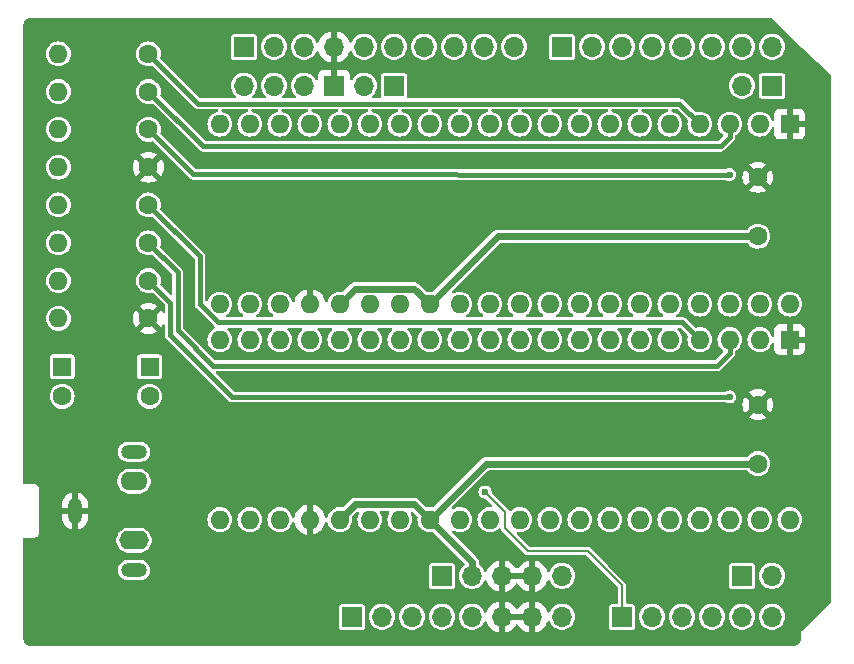
<source format=gbr>
%TF.GenerationSoftware,KiCad,Pcbnew,8.0.7*%
%TF.CreationDate,2025-09-11T19:41:31+01:00*%
%TF.ProjectId,ArduinoAY38910,41726475-696e-46f4-9159-33383931302e,rev?*%
%TF.SameCoordinates,Original*%
%TF.FileFunction,Copper,L2,Bot*%
%TF.FilePolarity,Positive*%
%FSLAX46Y46*%
G04 Gerber Fmt 4.6, Leading zero omitted, Abs format (unit mm)*
G04 Created by KiCad (PCBNEW 8.0.7) date 2025-09-11 19:41:31*
%MOMM*%
%LPD*%
G01*
G04 APERTURE LIST*
%TA.AperFunction,ComponentPad*%
%ADD10R,1.700000X1.700000*%
%TD*%
%TA.AperFunction,ComponentPad*%
%ADD11O,1.700000X1.700000*%
%TD*%
%TA.AperFunction,ComponentPad*%
%ADD12R,1.600000X1.600000*%
%TD*%
%TA.AperFunction,ComponentPad*%
%ADD13C,1.600000*%
%TD*%
%TA.AperFunction,ComponentPad*%
%ADD14O,1.600000X1.600000*%
%TD*%
%TA.AperFunction,ComponentPad*%
%ADD15O,2.200000X1.200000*%
%TD*%
%TA.AperFunction,ComponentPad*%
%ADD16O,2.300000X1.600000*%
%TD*%
%TA.AperFunction,ComponentPad*%
%ADD17O,1.200000X2.200000*%
%TD*%
%TA.AperFunction,ComponentPad*%
%ADD18O,2.500000X1.600000*%
%TD*%
%TA.AperFunction,ViaPad*%
%ADD19C,0.600000*%
%TD*%
%TA.AperFunction,Conductor*%
%ADD20C,0.600000*%
%TD*%
%TA.AperFunction,Conductor*%
%ADD21C,0.200000*%
%TD*%
%TA.AperFunction,Conductor*%
%ADD22C,0.400000*%
%TD*%
G04 APERTURE END LIST*
D10*
%TO.P,J1,1,Pin_1*%
%TO.N,unconnected-(J1-Pin_1-Pad1)*%
X127940000Y-97460000D03*
D11*
%TO.P,J1,2,Pin_2*%
%TO.N,/IOREF*%
X130480000Y-97460000D03*
%TO.P,J1,3,Pin_3*%
%TO.N,/~{RESET}*%
X133020000Y-97460000D03*
%TO.P,J1,4,Pin_4*%
%TO.N,+3V3*%
X135560000Y-97460000D03*
%TO.P,J1,5,Pin_5*%
%TO.N,+5V*%
X138100000Y-97460000D03*
%TO.P,J1,6,Pin_6*%
%TO.N,GND*%
X140640000Y-97460000D03*
%TO.P,J1,7,Pin_7*%
X143180000Y-97460000D03*
%TO.P,J1,8,Pin_8*%
%TO.N,VCC*%
X145720000Y-97460000D03*
%TD*%
D10*
%TO.P,J3,1,Pin_1*%
%TO.N,/A0*%
X150800000Y-97460000D03*
D11*
%TO.P,J3,2,Pin_2*%
%TO.N,/A1*%
X153340000Y-97460000D03*
%TO.P,J3,3,Pin_3*%
%TO.N,/A2*%
X155880000Y-97460000D03*
%TO.P,J3,4,Pin_4*%
%TO.N,/A3*%
X158420000Y-97460000D03*
%TO.P,J3,5,Pin_5*%
%TO.N,/SDA{slash}A4*%
X160960000Y-97460000D03*
%TO.P,J3,6,Pin_6*%
%TO.N,/SCL{slash}A5*%
X163500000Y-97460000D03*
%TD*%
D10*
%TO.P,J2,1,Pin_1*%
%TO.N,/SCL{slash}A5*%
X118796000Y-49200000D03*
D11*
%TO.P,J2,2,Pin_2*%
%TO.N,/SDA{slash}A4*%
X121336000Y-49200000D03*
%TO.P,J2,3,Pin_3*%
%TO.N,/AREF*%
X123876000Y-49200000D03*
%TO.P,J2,4,Pin_4*%
%TO.N,GND*%
X126416000Y-49200000D03*
%TO.P,J2,5,Pin_5*%
%TO.N,/13*%
X128956000Y-49200000D03*
%TO.P,J2,6,Pin_6*%
%TO.N,/12*%
X131496000Y-49200000D03*
%TO.P,J2,7,Pin_7*%
%TO.N,/\u002A11*%
X134036000Y-49200000D03*
%TO.P,J2,8,Pin_8*%
%TO.N,/\u002A10*%
X136576000Y-49200000D03*
%TO.P,J2,9,Pin_9*%
%TO.N,/\u002A9*%
X139116000Y-49200000D03*
%TO.P,J2,10,Pin_10*%
%TO.N,/8*%
X141656000Y-49200000D03*
%TD*%
D10*
%TO.P,J4,1,Pin_1*%
%TO.N,/7*%
X145720000Y-49200000D03*
D11*
%TO.P,J4,2,Pin_2*%
%TO.N,/\u002A6*%
X148260000Y-49200000D03*
%TO.P,J4,3,Pin_3*%
%TO.N,/\u002A5*%
X150800000Y-49200000D03*
%TO.P,J4,4,Pin_4*%
%TO.N,/4*%
X153340000Y-49200000D03*
%TO.P,J4,5,Pin_5*%
%TO.N,/\u002A3*%
X155880000Y-49200000D03*
%TO.P,J4,6,Pin_6*%
%TO.N,/2*%
X158420000Y-49200000D03*
%TO.P,J4,7,Pin_7*%
%TO.N,/TX{slash}1*%
X160960000Y-49200000D03*
%TO.P,J4,8,Pin_8*%
%TO.N,/RX{slash}0*%
X163500000Y-49200000D03*
%TD*%
D12*
%TO.P,C2,1*%
%TO.N,/OUT_R*%
X110800000Y-76300000D03*
D13*
%TO.P,C2,2*%
%TO.N,Net-(JP2-A)*%
X110800000Y-78800000D03*
%TD*%
D10*
%TO.P,J9,1,Pin_1*%
%TO.N,+3V3*%
X135560000Y-94000000D03*
D11*
%TO.P,J9,2,Pin_2*%
%TO.N,+5V*%
X138100000Y-94000000D03*
%TO.P,J9,3,Pin_3*%
%TO.N,GND*%
X140640000Y-94000000D03*
%TO.P,J9,4,Pin_4*%
X143180000Y-94000000D03*
%TO.P,J9,5,Pin_5*%
%TO.N,VCC*%
X145720000Y-94000000D03*
%TD*%
D10*
%TO.P,J8,1,Pin_1*%
%TO.N,/SDA{slash}A4*%
X160960000Y-94000000D03*
D11*
%TO.P,J8,2,Pin_2*%
%TO.N,/SCL{slash}A5*%
X163500000Y-94000000D03*
%TD*%
D10*
%TO.P,J10,1,Pin_1*%
%TO.N,GND*%
X126416000Y-52500000D03*
D11*
%TO.P,J10,2,Pin_2*%
%TO.N,/AREF*%
X123876000Y-52500000D03*
%TO.P,J10,3,Pin_3*%
%TO.N,/SDA{slash}A4*%
X121336000Y-52500000D03*
%TO.P,J10,4,Pin_4*%
%TO.N,/SCL{slash}A5*%
X118796000Y-52500000D03*
%TD*%
D13*
%TO.P,R10,1*%
%TO.N,/CHC_B*%
X110700000Y-69000000D03*
D14*
%TO.P,R10,2*%
%TO.N,/OUT_R*%
X103080000Y-69000000D03*
%TD*%
D13*
%TO.P,R1,1*%
%TO.N,/CHA_A*%
X110700000Y-49800000D03*
D14*
%TO.P,R1,2*%
%TO.N,/OUT_L*%
X103080000Y-49800000D03*
%TD*%
D13*
%TO.P,R2,1*%
%TO.N,/CHB_A*%
X110700000Y-53000000D03*
D14*
%TO.P,R2,2*%
%TO.N,/OUT_L*%
X103080000Y-53000000D03*
%TD*%
D12*
%TO.P,C1,1*%
%TO.N,/OUT_L*%
X103400000Y-76300000D03*
D13*
%TO.P,C1,2*%
%TO.N,Net-(JP2-B)*%
X103400000Y-78800000D03*
%TD*%
D12*
%TO.P,U2,1,Vss*%
%TO.N,GND*%
X165000000Y-74000000D03*
D14*
%TO.P,U2,2,N/C*%
%TO.N,unconnected-(U2-N{slash}C-Pad2)*%
X162460000Y-74000000D03*
%TO.P,U2,3,ch_B*%
%TO.N,/CHB_B*%
X159920000Y-74000000D03*
%TO.P,U2,4,ch_A*%
%TO.N,/CHA_B*%
X157380000Y-74000000D03*
%TO.P,U2,5,N/C*%
%TO.N,unconnected-(U2-N{slash}C-Pad5)*%
X154840000Y-74000000D03*
%TO.P,U2,6,IOB7*%
%TO.N,unconnected-(U2-IOB7-Pad6)*%
X152300000Y-74000000D03*
%TO.P,U2,7,IOB6*%
%TO.N,unconnected-(U2-IOB6-Pad7)*%
X149760000Y-74000000D03*
%TO.P,U2,8,IOB5*%
%TO.N,unconnected-(U2-IOB5-Pad8)*%
X147220000Y-74000000D03*
%TO.P,U2,9,IOB4*%
%TO.N,unconnected-(U2-IOB4-Pad9)*%
X144680000Y-74000000D03*
%TO.P,U2,10,IOB3*%
%TO.N,unconnected-(U2-IOB3-Pad10)*%
X142140000Y-74000000D03*
%TO.P,U2,11,IOB2*%
%TO.N,unconnected-(U2-IOB2-Pad11)*%
X139600000Y-74000000D03*
%TO.P,U2,12,IOB1*%
%TO.N,unconnected-(U2-IOB1-Pad12)*%
X137060000Y-74000000D03*
%TO.P,U2,13,IOB0*%
%TO.N,unconnected-(U2-IOB0-Pad13)*%
X134520000Y-74000000D03*
%TO.P,U2,14,IOA7*%
%TO.N,unconnected-(U2-IOA7-Pad14)*%
X131980000Y-74000000D03*
%TO.P,U2,15,IOA6*%
%TO.N,unconnected-(U2-IOA6-Pad15)*%
X129440000Y-74000000D03*
%TO.P,U2,16,IOA5*%
%TO.N,unconnected-(U2-IOA5-Pad16)*%
X126900000Y-74000000D03*
%TO.P,U2,17,IOA4*%
%TO.N,unconnected-(U2-IOA4-Pad17)*%
X124360000Y-74000000D03*
%TO.P,U2,18,IOA3*%
%TO.N,unconnected-(U2-IOA3-Pad18)*%
X121820000Y-74000000D03*
%TO.P,U2,19,IOA2*%
%TO.N,unconnected-(U2-IOA2-Pad19)*%
X119280000Y-74000000D03*
%TO.P,U2,20,IOA1*%
%TO.N,unconnected-(U2-IOA1-Pad20)*%
X116740000Y-74000000D03*
%TO.P,U2,21,IOA0*%
%TO.N,unconnected-(U2-IOA0-Pad21)*%
X116740000Y-89240000D03*
%TO.P,U2,22,CLOCK*%
%TO.N,/\u002A10*%
X119280000Y-89240000D03*
%TO.P,U2,23,~{RESET}*%
%TO.N,/\u002A11*%
X121820000Y-89240000D03*
%TO.P,U2,24,~{A9}*%
%TO.N,GND*%
X124360000Y-89240000D03*
%TO.P,U2,25,A8*%
%TO.N,+5V*%
X126900000Y-89240000D03*
%TO.P,U2,26,TEST2*%
%TO.N,unconnected-(U2-TEST2-Pad26)*%
X129440000Y-89240000D03*
%TO.P,U2,27,BDIR*%
%TO.N,/A3*%
X131980000Y-89240000D03*
%TO.P,U2,28,BC2*%
%TO.N,+5V*%
X134520000Y-89240000D03*
%TO.P,U2,29,BC1*%
%TO.N,/A2*%
X137060000Y-89240000D03*
%TO.P,U2,30,D7*%
%TO.N,/\u002A9*%
X139600000Y-89240000D03*
%TO.P,U2,31,D6*%
%TO.N,/8*%
X142140000Y-89240000D03*
%TO.P,U2,32,D5*%
%TO.N,/7*%
X144680000Y-89240000D03*
%TO.P,U2,33,D4*%
%TO.N,/\u002A6*%
X147220000Y-89240000D03*
%TO.P,U2,34,D3*%
%TO.N,/\u002A5*%
X149760000Y-89240000D03*
%TO.P,U2,35,D2*%
%TO.N,/4*%
X152300000Y-89240000D03*
%TO.P,U2,36,D1*%
%TO.N,/\u002A3*%
X154840000Y-89240000D03*
%TO.P,U2,37,D0*%
%TO.N,/2*%
X157380000Y-89240000D03*
%TO.P,U2,38,ch_C*%
%TO.N,/CHC_B*%
X159920000Y-89240000D03*
%TO.P,U2,39,TEST1*%
%TO.N,unconnected-(U2-TEST1-Pad39)*%
X162460000Y-89240000D03*
%TO.P,U2,40,Vcc*%
%TO.N,+5V*%
X165000000Y-89240000D03*
%TD*%
D12*
%TO.P,U1,1,Vss*%
%TO.N,GND*%
X165000000Y-55750000D03*
D14*
%TO.P,U1,2,N/C*%
%TO.N,unconnected-(U1-N{slash}C-Pad2)*%
X162460000Y-55750000D03*
%TO.P,U1,3,ch_B*%
%TO.N,/CHB_A*%
X159920000Y-55750000D03*
%TO.P,U1,4,ch_A*%
%TO.N,/CHA_A*%
X157380000Y-55750000D03*
%TO.P,U1,5,N/C*%
%TO.N,unconnected-(U1-N{slash}C-Pad5)*%
X154840000Y-55750000D03*
%TO.P,U1,6,IOB7*%
%TO.N,unconnected-(U1-IOB7-Pad6)*%
X152300000Y-55750000D03*
%TO.P,U1,7,IOB6*%
%TO.N,unconnected-(U1-IOB6-Pad7)*%
X149760000Y-55750000D03*
%TO.P,U1,8,IOB5*%
%TO.N,unconnected-(U1-IOB5-Pad8)*%
X147220000Y-55750000D03*
%TO.P,U1,9,IOB4*%
%TO.N,unconnected-(U1-IOB4-Pad9)*%
X144680000Y-55750000D03*
%TO.P,U1,10,IOB3*%
%TO.N,unconnected-(U1-IOB3-Pad10)*%
X142140000Y-55750000D03*
%TO.P,U1,11,IOB2*%
%TO.N,unconnected-(U1-IOB2-Pad11)*%
X139600000Y-55750000D03*
%TO.P,U1,12,IOB1*%
%TO.N,unconnected-(U1-IOB1-Pad12)*%
X137060000Y-55750000D03*
%TO.P,U1,13,IOB0*%
%TO.N,unconnected-(U1-IOB0-Pad13)*%
X134520000Y-55750000D03*
%TO.P,U1,14,IOA7*%
%TO.N,unconnected-(U1-IOA7-Pad14)*%
X131980000Y-55750000D03*
%TO.P,U1,15,IOA6*%
%TO.N,unconnected-(U1-IOA6-Pad15)*%
X129440000Y-55750000D03*
%TO.P,U1,16,IOA5*%
%TO.N,unconnected-(U1-IOA5-Pad16)*%
X126900000Y-55750000D03*
%TO.P,U1,17,IOA4*%
%TO.N,unconnected-(U1-IOA4-Pad17)*%
X124360000Y-55750000D03*
%TO.P,U1,18,IOA3*%
%TO.N,unconnected-(U1-IOA3-Pad18)*%
X121820000Y-55750000D03*
%TO.P,U1,19,IOA2*%
%TO.N,unconnected-(U1-IOA2-Pad19)*%
X119280000Y-55750000D03*
%TO.P,U1,20,IOA1*%
%TO.N,unconnected-(U1-IOA1-Pad20)*%
X116740000Y-55750000D03*
%TO.P,U1,21,IOA0*%
%TO.N,unconnected-(U1-IOA0-Pad21)*%
X116740000Y-70990000D03*
%TO.P,U1,22,CLOCK*%
%TO.N,/\u002A10*%
X119280000Y-70990000D03*
%TO.P,U1,23,~{RESET}*%
%TO.N,/\u002A11*%
X121820000Y-70990000D03*
%TO.P,U1,24,~{A9}*%
%TO.N,GND*%
X124360000Y-70990000D03*
%TO.P,U1,25,A8*%
%TO.N,+5V*%
X126900000Y-70990000D03*
%TO.P,U1,26,TEST2*%
%TO.N,unconnected-(U1-TEST2-Pad26)*%
X129440000Y-70990000D03*
%TO.P,U1,27,BDIR*%
%TO.N,/A1*%
X131980000Y-70990000D03*
%TO.P,U1,28,BC2*%
%TO.N,+5V*%
X134520000Y-70990000D03*
%TO.P,U1,29,BC1*%
%TO.N,/A0*%
X137060000Y-70990000D03*
%TO.P,U1,30,D7*%
%TO.N,/\u002A9*%
X139600000Y-70990000D03*
%TO.P,U1,31,D6*%
%TO.N,/8*%
X142140000Y-70990000D03*
%TO.P,U1,32,D5*%
%TO.N,/7*%
X144680000Y-70990000D03*
%TO.P,U1,33,D4*%
%TO.N,/\u002A6*%
X147220000Y-70990000D03*
%TO.P,U1,34,D3*%
%TO.N,/\u002A5*%
X149760000Y-70990000D03*
%TO.P,U1,35,D2*%
%TO.N,/4*%
X152300000Y-70990000D03*
%TO.P,U1,36,D1*%
%TO.N,/\u002A3*%
X154840000Y-70990000D03*
%TO.P,U1,37,D0*%
%TO.N,/2*%
X157380000Y-70990000D03*
%TO.P,U1,38,ch_C*%
%TO.N,/CHC_A*%
X159920000Y-70990000D03*
%TO.P,U1,39,TEST1*%
%TO.N,unconnected-(U1-TEST1-Pad39)*%
X162460000Y-70990000D03*
%TO.P,U1,40,Vcc*%
%TO.N,+5V*%
X165000000Y-70990000D03*
%TD*%
D10*
%TO.P,J6,1,Pin_1*%
%TO.N,/RX{slash}0*%
X163500000Y-52500000D03*
D11*
%TO.P,J6,2,Pin_2*%
%TO.N,/TX{slash}1*%
X160960000Y-52500000D03*
%TD*%
D13*
%TO.P,R8,1*%
%TO.N,/CHA_B*%
X110700000Y-62600000D03*
D14*
%TO.P,R8,2*%
%TO.N,/OUT_R*%
X103080000Y-62600000D03*
%TD*%
D13*
%TO.P,C4,2*%
%TO.N,GND*%
X162300000Y-79500000D03*
%TO.P,C4,1*%
%TO.N,+5V*%
X162300000Y-84500000D03*
%TD*%
D15*
%TO.P,J5,R*%
%TO.N,Net-(JP2-A)*%
X109480000Y-83500000D03*
D16*
%TO.P,J5,RN*%
%TO.N,unconnected-(J5-PadRN)*%
X109480000Y-86000000D03*
D17*
%TO.P,J5,S*%
%TO.N,GND*%
X104480000Y-88500000D03*
D15*
%TO.P,J5,T*%
%TO.N,Net-(JP2-B)*%
X109480000Y-93500000D03*
D18*
%TO.P,J5,TN*%
%TO.N,unconnected-(J5-PadTN)*%
X109480000Y-91000000D03*
%TD*%
D13*
%TO.P,R14,1*%
%TO.N,GND*%
X110700000Y-72200000D03*
D14*
%TO.P,R14,2*%
%TO.N,/OUT_R*%
X103080000Y-72200000D03*
%TD*%
D13*
%TO.P,R7,1*%
%TO.N,GND*%
X110700000Y-59400000D03*
D14*
%TO.P,R7,2*%
%TO.N,/OUT_L*%
X103080000Y-59400000D03*
%TD*%
D13*
%TO.P,R3,1*%
%TO.N,/CHC_A*%
X110700000Y-56200000D03*
D14*
%TO.P,R3,2*%
%TO.N,/OUT_L*%
X103080000Y-56200000D03*
%TD*%
D13*
%TO.P,C3,2*%
%TO.N,GND*%
X162300000Y-60250000D03*
%TO.P,C3,1*%
%TO.N,+5V*%
X162300000Y-65250000D03*
%TD*%
D10*
%TO.P,J7,1,Pin_1*%
%TO.N,/12*%
X131496000Y-52500000D03*
D11*
%TO.P,J7,2,Pin_2*%
%TO.N,/13*%
X128956000Y-52500000D03*
%TD*%
D13*
%TO.P,R9,1*%
%TO.N,/CHB_B*%
X110700000Y-65800000D03*
D14*
%TO.P,R9,2*%
%TO.N,/OUT_R*%
X103080000Y-65800000D03*
%TD*%
D19*
%TO.N,GND*%
X134475000Y-52600000D03*
X144425000Y-52475000D03*
X147050000Y-58700000D03*
X123300000Y-68075000D03*
X154600000Y-77525000D03*
X118375000Y-77475000D03*
X150750000Y-92450000D03*
X147075000Y-52400000D03*
X154650000Y-58725000D03*
X157150000Y-68050000D03*
X149475000Y-62700000D03*
X157250000Y-52400000D03*
X154525000Y-81375000D03*
X149725000Y-77500000D03*
X154575000Y-86575000D03*
X144400000Y-68050000D03*
X149725000Y-86525000D03*
X149675000Y-81350000D03*
X152350000Y-81375000D03*
X157025000Y-62575000D03*
X121550000Y-81350000D03*
X114675000Y-72475000D03*
X149600000Y-58650000D03*
X141875000Y-58750000D03*
X142025000Y-86350000D03*
X154575000Y-68050000D03*
X144625000Y-86225000D03*
X134425000Y-81350000D03*
X148300000Y-94625000D03*
X159175000Y-62525000D03*
X152225000Y-77500000D03*
X149525000Y-68100000D03*
X128275000Y-81350000D03*
X117650000Y-67950000D03*
X138400000Y-62875000D03*
X125550000Y-61900000D03*
X141850000Y-52475000D03*
X144500000Y-58700000D03*
X149600000Y-52400000D03*
X146950000Y-62650000D03*
X118075000Y-81375000D03*
X115850000Y-52250000D03*
X152100000Y-62650000D03*
X143450000Y-90775000D03*
X156050000Y-91100000D03*
X147275000Y-81375000D03*
X144625000Y-81350000D03*
X132575000Y-86050000D03*
X141800000Y-81350000D03*
X154700000Y-62700000D03*
X157125000Y-58725000D03*
X157275000Y-86525000D03*
X147200000Y-77450000D03*
X152050000Y-68100000D03*
X125600000Y-58800000D03*
X128175000Y-77475000D03*
X152075000Y-52425000D03*
X159625000Y-58225000D03*
X132675000Y-58825000D03*
X157125000Y-81350000D03*
X160575000Y-76500000D03*
X121550000Y-77475000D03*
X152025000Y-58725000D03*
X139475000Y-68475000D03*
X141950000Y-68100000D03*
X166100000Y-84900000D03*
X152250000Y-86525000D03*
X141900000Y-77400000D03*
X138125000Y-52550000D03*
X162150000Y-68225000D03*
X154650000Y-52400000D03*
X167200000Y-68525000D03*
X138200000Y-77400000D03*
X144350000Y-62700000D03*
X137525000Y-58800000D03*
X159100000Y-86575000D03*
X137875000Y-81350000D03*
X114800000Y-55275000D03*
X159100000Y-81350000D03*
X134525000Y-77400000D03*
X147250000Y-86525000D03*
X157150000Y-77525000D03*
X114100000Y-57800000D03*
X144625000Y-77500000D03*
X141950000Y-62750000D03*
X159175000Y-68050000D03*
X132600000Y-91800000D03*
X147000000Y-68050000D03*
X130375000Y-64950000D03*
X127975000Y-63450000D03*
X140575000Y-90750000D03*
X137725000Y-90800000D03*
%TO.N,/A0*%
X139200000Y-86900000D03*
%TO.N,/CHC_A*%
X159900000Y-60025000D03*
%TO.N,/CHC_B*%
X159920000Y-78850000D03*
%TD*%
D20*
%TO.N,+5V*%
X133220000Y-87940000D02*
X134520000Y-89240000D01*
X126900000Y-70990000D02*
X128200000Y-69690000D01*
X162300000Y-65250000D02*
X140260000Y-65250000D01*
X138100000Y-92820000D02*
X138100000Y-94000000D01*
X134520000Y-89240000D02*
X138100000Y-92820000D01*
X139260000Y-84500000D02*
X134520000Y-89240000D01*
X162300000Y-84500000D02*
X139260000Y-84500000D01*
X128200000Y-87940000D02*
X133220000Y-87940000D01*
X128200000Y-69690000D02*
X133220000Y-69690000D01*
X133220000Y-69690000D02*
X134520000Y-70990000D01*
X140260000Y-65250000D02*
X134520000Y-70990000D01*
X126900000Y-89240000D02*
X128200000Y-87940000D01*
D21*
%TO.N,/A0*%
X142850000Y-91925000D02*
X147925000Y-91925000D01*
X140875000Y-89950000D02*
X142850000Y-91925000D01*
X150800000Y-94800000D02*
X150800000Y-97460000D01*
X140875000Y-88575000D02*
X140875000Y-89950000D01*
X147925000Y-91925000D02*
X150800000Y-94800000D01*
X139200000Y-86900000D02*
X140875000Y-88575000D01*
D22*
%TO.N,/CHA_A*%
X114925000Y-54025000D02*
X155655000Y-54025000D01*
X110700000Y-49800000D02*
X114925000Y-54025000D01*
X155655000Y-54025000D02*
X157380000Y-55750000D01*
%TO.N,/CHB_A*%
X159150000Y-57625000D02*
X159920000Y-56855000D01*
X115325000Y-57625000D02*
X159150000Y-57625000D01*
X159920000Y-56855000D02*
X159920000Y-55750000D01*
X110700000Y-53000000D02*
X115325000Y-57625000D01*
%TO.N,/CHC_A*%
X114500000Y-60000000D02*
X159675000Y-60025000D01*
X110700000Y-56200000D02*
X114500000Y-60000000D01*
X159675000Y-60025000D02*
X159900000Y-60025000D01*
%TO.N,/CHA_B*%
X115062500Y-71009556D02*
X116238972Y-72186028D01*
X155905000Y-72525000D02*
X157380000Y-74000000D01*
X116238972Y-72186028D02*
X116577943Y-72525000D01*
X116577943Y-72525000D02*
X155905000Y-72525000D01*
X115062500Y-66962500D02*
X115062500Y-71009556D01*
X110700000Y-62600000D02*
X115062500Y-66962500D01*
%TO.N,/CHB_B*%
X113162500Y-68262500D02*
X113162500Y-73212500D01*
X158850000Y-76200000D02*
X159920000Y-75130000D01*
X159920000Y-75130000D02*
X159920000Y-74000000D01*
X113162500Y-73212500D02*
X116150000Y-76200000D01*
X116150000Y-76200000D02*
X158850000Y-76200000D01*
X110700000Y-65800000D02*
X113162500Y-68262500D01*
%TO.N,/CHC_B*%
X117775000Y-78850000D02*
X112562500Y-73637500D01*
X112562500Y-73637500D02*
X112562500Y-70862500D01*
X159920000Y-78850000D02*
X117775000Y-78850000D01*
X112562500Y-70862500D02*
X110700000Y-69000000D01*
%TD*%
%TA.AperFunction,Conductor*%
%TO.N,GND*%
G36*
X142714075Y-97267007D02*
G01*
X142680000Y-97394174D01*
X142680000Y-97525826D01*
X142714075Y-97652993D01*
X142746988Y-97710000D01*
X141073012Y-97710000D01*
X141105925Y-97652993D01*
X141140000Y-97525826D01*
X141140000Y-97394174D01*
X141105925Y-97267007D01*
X141073012Y-97210000D01*
X142746988Y-97210000D01*
X142714075Y-97267007D01*
G37*
%TD.AperFunction*%
%TA.AperFunction,Conductor*%
G36*
X142714075Y-93807007D02*
G01*
X142680000Y-93934174D01*
X142680000Y-94065826D01*
X142714075Y-94192993D01*
X142746988Y-94250000D01*
X141073012Y-94250000D01*
X141105925Y-94192993D01*
X141140000Y-94065826D01*
X141140000Y-93934174D01*
X141105925Y-93807007D01*
X141073012Y-93750000D01*
X142746988Y-93750000D01*
X142714075Y-93807007D01*
G37*
%TD.AperFunction*%
%TA.AperFunction,Conductor*%
G36*
X163484404Y-46755185D02*
G01*
X163505046Y-46771819D01*
X165968449Y-49235223D01*
X165972668Y-49240222D01*
X165977187Y-49244501D01*
X165977188Y-49244502D01*
X165986107Y-49252946D01*
X165988537Y-49255311D01*
X166001631Y-49268405D01*
X166006751Y-49272491D01*
X168460792Y-51595843D01*
X168495941Y-51656227D01*
X168499541Y-51685829D01*
X168504500Y-61900632D01*
X168504500Y-96107364D01*
X168484815Y-96174403D01*
X168468181Y-96195045D01*
X165997233Y-98665994D01*
X165975995Y-98687231D01*
X165964500Y-98714982D01*
X165964500Y-99231907D01*
X165963903Y-99244062D01*
X165952505Y-99359778D01*
X165947763Y-99383618D01*
X165917832Y-99482290D01*
X165915789Y-99489024D01*
X165906486Y-99511482D01*
X165854561Y-99608627D01*
X165841056Y-99628839D01*
X165771176Y-99713988D01*
X165753988Y-99731176D01*
X165668839Y-99801056D01*
X165648627Y-99814561D01*
X165551482Y-99866486D01*
X165529028Y-99875787D01*
X165487028Y-99888528D01*
X165423618Y-99907763D01*
X165399778Y-99912505D01*
X165291162Y-99923203D01*
X165284060Y-99923903D01*
X165271907Y-99924500D01*
X100768093Y-99924500D01*
X100755939Y-99923903D01*
X100747995Y-99923120D01*
X100640221Y-99912505D01*
X100616381Y-99907763D01*
X100599445Y-99902625D01*
X100510968Y-99875786D01*
X100488517Y-99866486D01*
X100391372Y-99814561D01*
X100371160Y-99801056D01*
X100286011Y-99731176D01*
X100268823Y-99713988D01*
X100198943Y-99628839D01*
X100185438Y-99608627D01*
X100133510Y-99511476D01*
X100124215Y-99489037D01*
X100092234Y-99383612D01*
X100087494Y-99359778D01*
X100076097Y-99244069D01*
X100075500Y-99231914D01*
X100075500Y-99195098D01*
X100075291Y-99193806D01*
X100062982Y-96585321D01*
X126839500Y-96585321D01*
X126839500Y-98334678D01*
X126854032Y-98407735D01*
X126854033Y-98407739D01*
X126854034Y-98407740D01*
X126909399Y-98490601D01*
X126992260Y-98545966D01*
X126992264Y-98545967D01*
X127065321Y-98560499D01*
X127065324Y-98560500D01*
X127065326Y-98560500D01*
X128814676Y-98560500D01*
X128814677Y-98560499D01*
X128887740Y-98545966D01*
X128970601Y-98490601D01*
X129025966Y-98407740D01*
X129040500Y-98334674D01*
X129040500Y-97459999D01*
X129374785Y-97459999D01*
X129374785Y-97460000D01*
X129393602Y-97663082D01*
X129449417Y-97859247D01*
X129449422Y-97859260D01*
X129540327Y-98041821D01*
X129663237Y-98204581D01*
X129813958Y-98341980D01*
X129813960Y-98341982D01*
X129913141Y-98403392D01*
X129987363Y-98449348D01*
X130177544Y-98523024D01*
X130378024Y-98560500D01*
X130378026Y-98560500D01*
X130581974Y-98560500D01*
X130581976Y-98560500D01*
X130782456Y-98523024D01*
X130972637Y-98449348D01*
X131146041Y-98341981D01*
X131296764Y-98204579D01*
X131419673Y-98041821D01*
X131510582Y-97859250D01*
X131566397Y-97663083D01*
X131585215Y-97460000D01*
X131585215Y-97459999D01*
X131914785Y-97459999D01*
X131914785Y-97460000D01*
X131933602Y-97663082D01*
X131989417Y-97859247D01*
X131989422Y-97859260D01*
X132080327Y-98041821D01*
X132203237Y-98204581D01*
X132353958Y-98341980D01*
X132353960Y-98341982D01*
X132453141Y-98403392D01*
X132527363Y-98449348D01*
X132717544Y-98523024D01*
X132918024Y-98560500D01*
X132918026Y-98560500D01*
X133121974Y-98560500D01*
X133121976Y-98560500D01*
X133322456Y-98523024D01*
X133512637Y-98449348D01*
X133686041Y-98341981D01*
X133836764Y-98204579D01*
X133959673Y-98041821D01*
X134050582Y-97859250D01*
X134106397Y-97663083D01*
X134125215Y-97460000D01*
X134125215Y-97459999D01*
X134454785Y-97459999D01*
X134454785Y-97460000D01*
X134473602Y-97663082D01*
X134529417Y-97859247D01*
X134529422Y-97859260D01*
X134620327Y-98041821D01*
X134743237Y-98204581D01*
X134893958Y-98341980D01*
X134893960Y-98341982D01*
X134993141Y-98403392D01*
X135067363Y-98449348D01*
X135257544Y-98523024D01*
X135458024Y-98560500D01*
X135458026Y-98560500D01*
X135661974Y-98560500D01*
X135661976Y-98560500D01*
X135862456Y-98523024D01*
X136052637Y-98449348D01*
X136226041Y-98341981D01*
X136376764Y-98204579D01*
X136499673Y-98041821D01*
X136590582Y-97859250D01*
X136646397Y-97663083D01*
X136665215Y-97460000D01*
X136665215Y-97459999D01*
X136994785Y-97459999D01*
X136994785Y-97460000D01*
X137013602Y-97663082D01*
X137069417Y-97859247D01*
X137069422Y-97859260D01*
X137160327Y-98041821D01*
X137283237Y-98204581D01*
X137433958Y-98341980D01*
X137433960Y-98341982D01*
X137533141Y-98403392D01*
X137607363Y-98449348D01*
X137797544Y-98523024D01*
X137998024Y-98560500D01*
X137998026Y-98560500D01*
X138201974Y-98560500D01*
X138201976Y-98560500D01*
X138402456Y-98523024D01*
X138592637Y-98449348D01*
X138766041Y-98341981D01*
X138916764Y-98204579D01*
X139039673Y-98041821D01*
X139101598Y-97917456D01*
X139126817Y-97866812D01*
X139174319Y-97815575D01*
X139241982Y-97798153D01*
X139308323Y-97820078D01*
X139352278Y-97874389D01*
X139357592Y-97889989D01*
X139366567Y-97923485D01*
X139366570Y-97923492D01*
X139466399Y-98137578D01*
X139601894Y-98331082D01*
X139768917Y-98498105D01*
X139962421Y-98633600D01*
X140176507Y-98733429D01*
X140176516Y-98733433D01*
X140390000Y-98790634D01*
X140390000Y-97893012D01*
X140447007Y-97925925D01*
X140574174Y-97960000D01*
X140705826Y-97960000D01*
X140832993Y-97925925D01*
X140890000Y-97893012D01*
X140890000Y-98790633D01*
X141103483Y-98733433D01*
X141103492Y-98733429D01*
X141317578Y-98633600D01*
X141511082Y-98498105D01*
X141678105Y-98331082D01*
X141808425Y-98144968D01*
X141863002Y-98101344D01*
X141932501Y-98094151D01*
X141994855Y-98125673D01*
X142011575Y-98144968D01*
X142141894Y-98331082D01*
X142308917Y-98498105D01*
X142502421Y-98633600D01*
X142716507Y-98733429D01*
X142716516Y-98733433D01*
X142930000Y-98790634D01*
X142930000Y-97893012D01*
X142987007Y-97925925D01*
X143114174Y-97960000D01*
X143245826Y-97960000D01*
X143372993Y-97925925D01*
X143430000Y-97893012D01*
X143430000Y-98790633D01*
X143643483Y-98733433D01*
X143643492Y-98733429D01*
X143857578Y-98633600D01*
X144051082Y-98498105D01*
X144218105Y-98331082D01*
X144353600Y-98137578D01*
X144453429Y-97923492D01*
X144453431Y-97923489D01*
X144462406Y-97889992D01*
X144498770Y-97830331D01*
X144561616Y-97799800D01*
X144630992Y-97808094D01*
X144684871Y-97852578D01*
X144693182Y-97866811D01*
X144780327Y-98041821D01*
X144903237Y-98204581D01*
X145053958Y-98341980D01*
X145053960Y-98341982D01*
X145153141Y-98403392D01*
X145227363Y-98449348D01*
X145417544Y-98523024D01*
X145618024Y-98560500D01*
X145618026Y-98560500D01*
X145821974Y-98560500D01*
X145821976Y-98560500D01*
X146022456Y-98523024D01*
X146212637Y-98449348D01*
X146386041Y-98341981D01*
X146536764Y-98204579D01*
X146659673Y-98041821D01*
X146750582Y-97859250D01*
X146806397Y-97663083D01*
X146825215Y-97460000D01*
X146819115Y-97394174D01*
X146806397Y-97256917D01*
X146793048Y-97210000D01*
X146750582Y-97060750D01*
X146750159Y-97059901D01*
X146700415Y-96960000D01*
X146659673Y-96878179D01*
X146536764Y-96715421D01*
X146536762Y-96715418D01*
X146386041Y-96578019D01*
X146386039Y-96578017D01*
X146212642Y-96470655D01*
X146212635Y-96470651D01*
X146086769Y-96421891D01*
X146022456Y-96396976D01*
X145821976Y-96359500D01*
X145618024Y-96359500D01*
X145417544Y-96396976D01*
X145417541Y-96396976D01*
X145417541Y-96396977D01*
X145227364Y-96470651D01*
X145227357Y-96470655D01*
X145053960Y-96578017D01*
X145053958Y-96578019D01*
X144903237Y-96715418D01*
X144780327Y-96878178D01*
X144693182Y-97053188D01*
X144645679Y-97104425D01*
X144578016Y-97121846D01*
X144511676Y-97099920D01*
X144467721Y-97045609D01*
X144462407Y-97030008D01*
X144453434Y-96996518D01*
X144453429Y-96996507D01*
X144353600Y-96782422D01*
X144353599Y-96782420D01*
X144218113Y-96588926D01*
X144218108Y-96588920D01*
X144051082Y-96421894D01*
X143857578Y-96286399D01*
X143643492Y-96186570D01*
X143643486Y-96186567D01*
X143430000Y-96129364D01*
X143430000Y-97026988D01*
X143372993Y-96994075D01*
X143245826Y-96960000D01*
X143114174Y-96960000D01*
X142987007Y-96994075D01*
X142930000Y-97026988D01*
X142930000Y-96129364D01*
X142929999Y-96129364D01*
X142716513Y-96186567D01*
X142716507Y-96186570D01*
X142502422Y-96286399D01*
X142502420Y-96286400D01*
X142308926Y-96421886D01*
X142308920Y-96421891D01*
X142141891Y-96588920D01*
X142141890Y-96588922D01*
X142011575Y-96775031D01*
X141956998Y-96818655D01*
X141887499Y-96825848D01*
X141825145Y-96794326D01*
X141808425Y-96775031D01*
X141678109Y-96588922D01*
X141678108Y-96588920D01*
X141511082Y-96421894D01*
X141317578Y-96286399D01*
X141103492Y-96186570D01*
X141103486Y-96186567D01*
X140890000Y-96129364D01*
X140890000Y-97026988D01*
X140832993Y-96994075D01*
X140705826Y-96960000D01*
X140574174Y-96960000D01*
X140447007Y-96994075D01*
X140390000Y-97026988D01*
X140390000Y-96129364D01*
X140389999Y-96129364D01*
X140176513Y-96186567D01*
X140176507Y-96186570D01*
X139962422Y-96286399D01*
X139962420Y-96286400D01*
X139768926Y-96421886D01*
X139768920Y-96421891D01*
X139601891Y-96588920D01*
X139601886Y-96588926D01*
X139466400Y-96782420D01*
X139466399Y-96782422D01*
X139366570Y-96996507D01*
X139366568Y-96996511D01*
X139357592Y-97030011D01*
X139321226Y-97089671D01*
X139258379Y-97120199D01*
X139189003Y-97111904D01*
X139135126Y-97067418D01*
X139126817Y-97053188D01*
X139080415Y-96960000D01*
X139039673Y-96878179D01*
X138916764Y-96715421D01*
X138916762Y-96715418D01*
X138766041Y-96578019D01*
X138766039Y-96578017D01*
X138592642Y-96470655D01*
X138592635Y-96470651D01*
X138466769Y-96421891D01*
X138402456Y-96396976D01*
X138201976Y-96359500D01*
X137998024Y-96359500D01*
X137797544Y-96396976D01*
X137797541Y-96396976D01*
X137797541Y-96396977D01*
X137607364Y-96470651D01*
X137607357Y-96470655D01*
X137433960Y-96578017D01*
X137433958Y-96578019D01*
X137283237Y-96715418D01*
X137160327Y-96878178D01*
X137069422Y-97060739D01*
X137069417Y-97060752D01*
X137013602Y-97256917D01*
X136994785Y-97459999D01*
X136665215Y-97459999D01*
X136659115Y-97394174D01*
X136646397Y-97256917D01*
X136633048Y-97210000D01*
X136590582Y-97060750D01*
X136590159Y-97059901D01*
X136540415Y-96960000D01*
X136499673Y-96878179D01*
X136376764Y-96715421D01*
X136376762Y-96715418D01*
X136226041Y-96578019D01*
X136226039Y-96578017D01*
X136052642Y-96470655D01*
X136052635Y-96470651D01*
X135926769Y-96421891D01*
X135862456Y-96396976D01*
X135661976Y-96359500D01*
X135458024Y-96359500D01*
X135257544Y-96396976D01*
X135257541Y-96396976D01*
X135257541Y-96396977D01*
X135067364Y-96470651D01*
X135067357Y-96470655D01*
X134893960Y-96578017D01*
X134893958Y-96578019D01*
X134743237Y-96715418D01*
X134620327Y-96878178D01*
X134529422Y-97060739D01*
X134529417Y-97060752D01*
X134473602Y-97256917D01*
X134454785Y-97459999D01*
X134125215Y-97459999D01*
X134119115Y-97394174D01*
X134106397Y-97256917D01*
X134093048Y-97210000D01*
X134050582Y-97060750D01*
X134050159Y-97059901D01*
X134000415Y-96960000D01*
X133959673Y-96878179D01*
X133836764Y-96715421D01*
X133836762Y-96715418D01*
X133686041Y-96578019D01*
X133686039Y-96578017D01*
X133512642Y-96470655D01*
X133512635Y-96470651D01*
X133386769Y-96421891D01*
X133322456Y-96396976D01*
X133121976Y-96359500D01*
X132918024Y-96359500D01*
X132717544Y-96396976D01*
X132717541Y-96396976D01*
X132717541Y-96396977D01*
X132527364Y-96470651D01*
X132527357Y-96470655D01*
X132353960Y-96578017D01*
X132353958Y-96578019D01*
X132203237Y-96715418D01*
X132080327Y-96878178D01*
X131989422Y-97060739D01*
X131989417Y-97060752D01*
X131933602Y-97256917D01*
X131914785Y-97459999D01*
X131585215Y-97459999D01*
X131579115Y-97394174D01*
X131566397Y-97256917D01*
X131553048Y-97210000D01*
X131510582Y-97060750D01*
X131510159Y-97059901D01*
X131460415Y-96960000D01*
X131419673Y-96878179D01*
X131296764Y-96715421D01*
X131296762Y-96715418D01*
X131146041Y-96578019D01*
X131146039Y-96578017D01*
X130972642Y-96470655D01*
X130972635Y-96470651D01*
X130846769Y-96421891D01*
X130782456Y-96396976D01*
X130581976Y-96359500D01*
X130378024Y-96359500D01*
X130177544Y-96396976D01*
X130177541Y-96396976D01*
X130177541Y-96396977D01*
X129987364Y-96470651D01*
X129987357Y-96470655D01*
X129813960Y-96578017D01*
X129813958Y-96578019D01*
X129663237Y-96715418D01*
X129540327Y-96878178D01*
X129449422Y-97060739D01*
X129449417Y-97060752D01*
X129393602Y-97256917D01*
X129374785Y-97459999D01*
X129040500Y-97459999D01*
X129040500Y-96585326D01*
X129040500Y-96585323D01*
X129040499Y-96585321D01*
X129025967Y-96512264D01*
X129025966Y-96512260D01*
X128970601Y-96429399D01*
X128887740Y-96374034D01*
X128887739Y-96374033D01*
X128887735Y-96374032D01*
X128814677Y-96359500D01*
X128814674Y-96359500D01*
X127065326Y-96359500D01*
X127065323Y-96359500D01*
X126992264Y-96374032D01*
X126992260Y-96374033D01*
X126909399Y-96429399D01*
X126854033Y-96512260D01*
X126854032Y-96512264D01*
X126839500Y-96585321D01*
X100062982Y-96585321D01*
X100055501Y-95000093D01*
X100055500Y-94999508D01*
X100055500Y-93416228D01*
X108129500Y-93416228D01*
X108129500Y-93583771D01*
X108162182Y-93748074D01*
X108162184Y-93748082D01*
X108226295Y-93902860D01*
X108319373Y-94042162D01*
X108437837Y-94160626D01*
X108501379Y-94203083D01*
X108577137Y-94253703D01*
X108731918Y-94317816D01*
X108884137Y-94348094D01*
X108896228Y-94350499D01*
X108896232Y-94350500D01*
X108896233Y-94350500D01*
X110063768Y-94350500D01*
X110063769Y-94350499D01*
X110228082Y-94317816D01*
X110382863Y-94253703D01*
X110522162Y-94160626D01*
X110640626Y-94042162D01*
X110733703Y-93902863D01*
X110797816Y-93748082D01*
X110830500Y-93583767D01*
X110830500Y-93416233D01*
X110797816Y-93251918D01*
X110745377Y-93125321D01*
X134459500Y-93125321D01*
X134459500Y-94874678D01*
X134474032Y-94947735D01*
X134474033Y-94947739D01*
X134474034Y-94947740D01*
X134529399Y-95030601D01*
X134612260Y-95085966D01*
X134612264Y-95085967D01*
X134685321Y-95100499D01*
X134685324Y-95100500D01*
X134685326Y-95100500D01*
X136434676Y-95100500D01*
X136434677Y-95100499D01*
X136507740Y-95085966D01*
X136590601Y-95030601D01*
X136645966Y-94947740D01*
X136660500Y-94874674D01*
X136660500Y-93125326D01*
X136660500Y-93125323D01*
X136660499Y-93125321D01*
X136645967Y-93052264D01*
X136645966Y-93052260D01*
X136590601Y-92969399D01*
X136507740Y-92914034D01*
X136507739Y-92914033D01*
X136507735Y-92914032D01*
X136434677Y-92899500D01*
X136434674Y-92899500D01*
X134685326Y-92899500D01*
X134685323Y-92899500D01*
X134612264Y-92914032D01*
X134612260Y-92914033D01*
X134529399Y-92969399D01*
X134474033Y-93052260D01*
X134474032Y-93052264D01*
X134459500Y-93125321D01*
X110745377Y-93125321D01*
X110733703Y-93097137D01*
X110702537Y-93050494D01*
X110640626Y-92957837D01*
X110522162Y-92839373D01*
X110382860Y-92746295D01*
X110228082Y-92682184D01*
X110228074Y-92682182D01*
X110063771Y-92649500D01*
X110063767Y-92649500D01*
X108896233Y-92649500D01*
X108896228Y-92649500D01*
X108731925Y-92682182D01*
X108731917Y-92682184D01*
X108577139Y-92746295D01*
X108437837Y-92839373D01*
X108319373Y-92957837D01*
X108226295Y-93097139D01*
X108162184Y-93251917D01*
X108162182Y-93251925D01*
X108129500Y-93416228D01*
X100055500Y-93416228D01*
X100055500Y-90899500D01*
X100056372Y-90896530D01*
X107979500Y-90896530D01*
X107979500Y-91103469D01*
X108019868Y-91306412D01*
X108019870Y-91306420D01*
X108099058Y-91497596D01*
X108214024Y-91669657D01*
X108360342Y-91815975D01*
X108360345Y-91815977D01*
X108532402Y-91930941D01*
X108723580Y-92010130D01*
X108926530Y-92050499D01*
X108926534Y-92050500D01*
X108926535Y-92050500D01*
X110033466Y-92050500D01*
X110033467Y-92050499D01*
X110236420Y-92010130D01*
X110427598Y-91930941D01*
X110599655Y-91815977D01*
X110745977Y-91669655D01*
X110860941Y-91497598D01*
X110940130Y-91306420D01*
X110980500Y-91103465D01*
X110980500Y-90896535D01*
X110940130Y-90693580D01*
X110860941Y-90502402D01*
X110745977Y-90330345D01*
X110745975Y-90330342D01*
X110599657Y-90184024D01*
X110500368Y-90117682D01*
X110427598Y-90069059D01*
X110391532Y-90054120D01*
X110236420Y-89989870D01*
X110236412Y-89989868D01*
X110033469Y-89949500D01*
X110033465Y-89949500D01*
X108926535Y-89949500D01*
X108926530Y-89949500D01*
X108723587Y-89989868D01*
X108723579Y-89989870D01*
X108532403Y-90069058D01*
X108360342Y-90184024D01*
X108214024Y-90330342D01*
X108099058Y-90502403D01*
X108019870Y-90693579D01*
X108019868Y-90693587D01*
X107979500Y-90896530D01*
X100056372Y-90896530D01*
X100075185Y-90832461D01*
X100127989Y-90786706D01*
X100179500Y-90775500D01*
X101042599Y-90775500D01*
X101042601Y-90775500D01*
X101163536Y-90743095D01*
X101271964Y-90680495D01*
X101360495Y-90591964D01*
X101423095Y-90483536D01*
X101455500Y-90362601D01*
X101455500Y-90300000D01*
X101455500Y-90275469D01*
X101455500Y-89086571D01*
X103380000Y-89086571D01*
X103407085Y-89257584D01*
X103460591Y-89422257D01*
X103539195Y-89576524D01*
X103640967Y-89716602D01*
X103763397Y-89839032D01*
X103903475Y-89940804D01*
X104057744Y-90019408D01*
X104222415Y-90072914D01*
X104222414Y-90072914D01*
X104229999Y-90074115D01*
X104730000Y-90074115D01*
X104737584Y-90072914D01*
X104902255Y-90019408D01*
X105056524Y-89940804D01*
X105196602Y-89839032D01*
X105319032Y-89716602D01*
X105420804Y-89576524D01*
X105499408Y-89422257D01*
X105552914Y-89257584D01*
X105555699Y-89240000D01*
X115684417Y-89240000D01*
X115704699Y-89445932D01*
X115731319Y-89533687D01*
X115764768Y-89643954D01*
X115862315Y-89826450D01*
X115862317Y-89826452D01*
X115993589Y-89986410D01*
X116068883Y-90048201D01*
X116153550Y-90117685D01*
X116336046Y-90215232D01*
X116534066Y-90275300D01*
X116534065Y-90275300D01*
X116546148Y-90276490D01*
X116740000Y-90295583D01*
X116945934Y-90275300D01*
X117143954Y-90215232D01*
X117326450Y-90117685D01*
X117486410Y-89986410D01*
X117617685Y-89826450D01*
X117715232Y-89643954D01*
X117775300Y-89445934D01*
X117795583Y-89240000D01*
X118224417Y-89240000D01*
X118244699Y-89445932D01*
X118271319Y-89533687D01*
X118304768Y-89643954D01*
X118402315Y-89826450D01*
X118402317Y-89826452D01*
X118533589Y-89986410D01*
X118608883Y-90048201D01*
X118693550Y-90117685D01*
X118876046Y-90215232D01*
X119074066Y-90275300D01*
X119074065Y-90275300D01*
X119086148Y-90276490D01*
X119280000Y-90295583D01*
X119485934Y-90275300D01*
X119683954Y-90215232D01*
X119866450Y-90117685D01*
X120026410Y-89986410D01*
X120157685Y-89826450D01*
X120255232Y-89643954D01*
X120315300Y-89445934D01*
X120335583Y-89240000D01*
X120764417Y-89240000D01*
X120784699Y-89445932D01*
X120811319Y-89533687D01*
X120844768Y-89643954D01*
X120942315Y-89826450D01*
X120942317Y-89826452D01*
X121073589Y-89986410D01*
X121148883Y-90048201D01*
X121233550Y-90117685D01*
X121416046Y-90215232D01*
X121614066Y-90275300D01*
X121614065Y-90275300D01*
X121626148Y-90276490D01*
X121820000Y-90295583D01*
X122025934Y-90275300D01*
X122223954Y-90215232D01*
X122406450Y-90117685D01*
X122566410Y-89986410D01*
X122697685Y-89826450D01*
X122795232Y-89643954D01*
X122842891Y-89486839D01*
X122881187Y-89428403D01*
X122944999Y-89399946D01*
X123014066Y-89410505D01*
X123066460Y-89456729D01*
X123081326Y-89490742D01*
X123133731Y-89686319D01*
X123133734Y-89686326D01*
X123229865Y-89892482D01*
X123360342Y-90078820D01*
X123521179Y-90239657D01*
X123707517Y-90370134D01*
X123913673Y-90466265D01*
X123913682Y-90466269D01*
X124109999Y-90518872D01*
X124110000Y-90518871D01*
X124110000Y-89555686D01*
X124114394Y-89560080D01*
X124205606Y-89612741D01*
X124307339Y-89640000D01*
X124412661Y-89640000D01*
X124514394Y-89612741D01*
X124605606Y-89560080D01*
X124610000Y-89555686D01*
X124610000Y-90518872D01*
X124806317Y-90466269D01*
X124806326Y-90466265D01*
X125012482Y-90370134D01*
X125198820Y-90239657D01*
X125359657Y-90078820D01*
X125490134Y-89892482D01*
X125586265Y-89686326D01*
X125586269Y-89686317D01*
X125638673Y-89490743D01*
X125675038Y-89431082D01*
X125737885Y-89400553D01*
X125807260Y-89408848D01*
X125861138Y-89453333D01*
X125877108Y-89486840D01*
X125924768Y-89643954D01*
X126022315Y-89826450D01*
X126022317Y-89826452D01*
X126153589Y-89986410D01*
X126228883Y-90048201D01*
X126313550Y-90117685D01*
X126496046Y-90215232D01*
X126694066Y-90275300D01*
X126694065Y-90275300D01*
X126706148Y-90276490D01*
X126900000Y-90295583D01*
X127105934Y-90275300D01*
X127303954Y-90215232D01*
X127486450Y-90117685D01*
X127646410Y-89986410D01*
X127777685Y-89826450D01*
X127875232Y-89643954D01*
X127935300Y-89445934D01*
X127955583Y-89240000D01*
X127936489Y-89046144D01*
X127949508Y-88977502D01*
X127972208Y-88946315D01*
X128312648Y-88605875D01*
X128373969Y-88572392D01*
X128443661Y-88577376D01*
X128499594Y-88619248D01*
X128524011Y-88684712D01*
X128509685Y-88752011D01*
X128464769Y-88836041D01*
X128404699Y-89034067D01*
X128384417Y-89240000D01*
X128404699Y-89445932D01*
X128431319Y-89533687D01*
X128464768Y-89643954D01*
X128562315Y-89826450D01*
X128562317Y-89826452D01*
X128693589Y-89986410D01*
X128768883Y-90048201D01*
X128853550Y-90117685D01*
X129036046Y-90215232D01*
X129234066Y-90275300D01*
X129234065Y-90275300D01*
X129246148Y-90276490D01*
X129440000Y-90295583D01*
X129645934Y-90275300D01*
X129843954Y-90215232D01*
X130026450Y-90117685D01*
X130186410Y-89986410D01*
X130317685Y-89826450D01*
X130415232Y-89643954D01*
X130475300Y-89445934D01*
X130495583Y-89240000D01*
X130475300Y-89034066D01*
X130415232Y-88836046D01*
X130328055Y-88672951D01*
X130313814Y-88604551D01*
X130338814Y-88539307D01*
X130395118Y-88497936D01*
X130437414Y-88490500D01*
X130982586Y-88490500D01*
X131049625Y-88510185D01*
X131095380Y-88562989D01*
X131105324Y-88632147D01*
X131091945Y-88672950D01*
X131043782Y-88763055D01*
X131004769Y-88836043D01*
X130944699Y-89034067D01*
X130924417Y-89240000D01*
X130944699Y-89445932D01*
X130971319Y-89533687D01*
X131004768Y-89643954D01*
X131102315Y-89826450D01*
X131102317Y-89826452D01*
X131233589Y-89986410D01*
X131308883Y-90048201D01*
X131393550Y-90117685D01*
X131576046Y-90215232D01*
X131774066Y-90275300D01*
X131774065Y-90275300D01*
X131786148Y-90276490D01*
X131980000Y-90295583D01*
X132185934Y-90275300D01*
X132383954Y-90215232D01*
X132566450Y-90117685D01*
X132726410Y-89986410D01*
X132857685Y-89826450D01*
X132955232Y-89643954D01*
X133015300Y-89445934D01*
X133035583Y-89240000D01*
X133015300Y-89034066D01*
X132955232Y-88836046D01*
X132910314Y-88752011D01*
X132896073Y-88683612D01*
X132921072Y-88618367D01*
X132977377Y-88576996D01*
X133047110Y-88572634D01*
X133107354Y-88605879D01*
X133447787Y-88946312D01*
X133481272Y-89007635D01*
X133483509Y-89046147D01*
X133464417Y-89239999D01*
X133484699Y-89445932D01*
X133511319Y-89533687D01*
X133544768Y-89643954D01*
X133642315Y-89826450D01*
X133642317Y-89826452D01*
X133773589Y-89986410D01*
X133848883Y-90048201D01*
X133933550Y-90117685D01*
X134116046Y-90215232D01*
X134314066Y-90275300D01*
X134314065Y-90275300D01*
X134326148Y-90276490D01*
X134520000Y-90295583D01*
X134713852Y-90276490D01*
X134782498Y-90289509D01*
X134813687Y-90312212D01*
X136146006Y-91644531D01*
X137439187Y-92937711D01*
X137472672Y-92999034D01*
X137467688Y-93068726D01*
X137435044Y-93117029D01*
X137283237Y-93255418D01*
X137160327Y-93418178D01*
X137069422Y-93600739D01*
X137069417Y-93600752D01*
X137013602Y-93796917D01*
X136994785Y-93999999D01*
X136994785Y-94000000D01*
X137013602Y-94203082D01*
X137069417Y-94399247D01*
X137069422Y-94399260D01*
X137160327Y-94581821D01*
X137283237Y-94744581D01*
X137433958Y-94881980D01*
X137433960Y-94881982D01*
X137477375Y-94908863D01*
X137607363Y-94989348D01*
X137797544Y-95063024D01*
X137998024Y-95100500D01*
X137998026Y-95100500D01*
X138201974Y-95100500D01*
X138201976Y-95100500D01*
X138402456Y-95063024D01*
X138592637Y-94989348D01*
X138766041Y-94881981D01*
X138894122Y-94765219D01*
X138916762Y-94744581D01*
X138916764Y-94744579D01*
X139039673Y-94581821D01*
X139101598Y-94457456D01*
X139126817Y-94406812D01*
X139174319Y-94355575D01*
X139241982Y-94338153D01*
X139308323Y-94360078D01*
X139352278Y-94414389D01*
X139357592Y-94429989D01*
X139366567Y-94463485D01*
X139366570Y-94463492D01*
X139466399Y-94677578D01*
X139601894Y-94871082D01*
X139768917Y-95038105D01*
X139962421Y-95173600D01*
X140176507Y-95273429D01*
X140176516Y-95273433D01*
X140390000Y-95330634D01*
X140390000Y-94433012D01*
X140447007Y-94465925D01*
X140574174Y-94500000D01*
X140705826Y-94500000D01*
X140832993Y-94465925D01*
X140890000Y-94433012D01*
X140890000Y-95330633D01*
X141103483Y-95273433D01*
X141103492Y-95273429D01*
X141317578Y-95173600D01*
X141511082Y-95038105D01*
X141678105Y-94871082D01*
X141808425Y-94684968D01*
X141863002Y-94641344D01*
X141932501Y-94634151D01*
X141994855Y-94665673D01*
X142011575Y-94684968D01*
X142141894Y-94871082D01*
X142308917Y-95038105D01*
X142502421Y-95173600D01*
X142716507Y-95273429D01*
X142716516Y-95273433D01*
X142930000Y-95330634D01*
X142930000Y-94433012D01*
X142987007Y-94465925D01*
X143114174Y-94500000D01*
X143245826Y-94500000D01*
X143372993Y-94465925D01*
X143430000Y-94433012D01*
X143430000Y-95330633D01*
X143643483Y-95273433D01*
X143643492Y-95273429D01*
X143857578Y-95173600D01*
X144051082Y-95038105D01*
X144218105Y-94871082D01*
X144353600Y-94677578D01*
X144453429Y-94463492D01*
X144453431Y-94463489D01*
X144462406Y-94429992D01*
X144498770Y-94370331D01*
X144561616Y-94339800D01*
X144630992Y-94348094D01*
X144684871Y-94392578D01*
X144693182Y-94406811D01*
X144780327Y-94581821D01*
X144903237Y-94744581D01*
X145053958Y-94881980D01*
X145053960Y-94881982D01*
X145097375Y-94908863D01*
X145227363Y-94989348D01*
X145417544Y-95063024D01*
X145618024Y-95100500D01*
X145618026Y-95100500D01*
X145821974Y-95100500D01*
X145821976Y-95100500D01*
X146022456Y-95063024D01*
X146212637Y-94989348D01*
X146386041Y-94881981D01*
X146514122Y-94765219D01*
X146536762Y-94744581D01*
X146536764Y-94744579D01*
X146659673Y-94581821D01*
X146750582Y-94399250D01*
X146806397Y-94203083D01*
X146825215Y-94000000D01*
X146819115Y-93934174D01*
X146806397Y-93796917D01*
X146792500Y-93748074D01*
X146750582Y-93600750D01*
X146750159Y-93599901D01*
X146700415Y-93500000D01*
X146659673Y-93418179D01*
X146536764Y-93255421D01*
X146536762Y-93255418D01*
X146386041Y-93118019D01*
X146386039Y-93118017D01*
X146212642Y-93010655D01*
X146212635Y-93010651D01*
X146086769Y-92961891D01*
X146022456Y-92936976D01*
X145821976Y-92899500D01*
X145618024Y-92899500D01*
X145417544Y-92936976D01*
X145417541Y-92936976D01*
X145417541Y-92936977D01*
X145227364Y-93010651D01*
X145227357Y-93010655D01*
X145053960Y-93118017D01*
X145053958Y-93118019D01*
X144903237Y-93255418D01*
X144780327Y-93418178D01*
X144693182Y-93593188D01*
X144645679Y-93644425D01*
X144578016Y-93661846D01*
X144511676Y-93639920D01*
X144467721Y-93585609D01*
X144462407Y-93570008D01*
X144453434Y-93536518D01*
X144453429Y-93536507D01*
X144353600Y-93322422D01*
X144353599Y-93322420D01*
X144218113Y-93128926D01*
X144218108Y-93128920D01*
X144051082Y-92961894D01*
X143857578Y-92826399D01*
X143643492Y-92726570D01*
X143643486Y-92726567D01*
X143430000Y-92669364D01*
X143430000Y-93566988D01*
X143372993Y-93534075D01*
X143245826Y-93500000D01*
X143114174Y-93500000D01*
X142987007Y-93534075D01*
X142930000Y-93566988D01*
X142930000Y-92669364D01*
X142929999Y-92669364D01*
X142716513Y-92726567D01*
X142716507Y-92726570D01*
X142502422Y-92826399D01*
X142502420Y-92826400D01*
X142308926Y-92961886D01*
X142308920Y-92961891D01*
X142141891Y-93128920D01*
X142141890Y-93128922D01*
X142011575Y-93315031D01*
X141956998Y-93358655D01*
X141887499Y-93365848D01*
X141825145Y-93334326D01*
X141808425Y-93315031D01*
X141678109Y-93128922D01*
X141678108Y-93128920D01*
X141511082Y-92961894D01*
X141317578Y-92826399D01*
X141103492Y-92726570D01*
X141103486Y-92726567D01*
X140890000Y-92669364D01*
X140890000Y-93566988D01*
X140832993Y-93534075D01*
X140705826Y-93500000D01*
X140574174Y-93500000D01*
X140447007Y-93534075D01*
X140390000Y-93566988D01*
X140390000Y-92669364D01*
X140389999Y-92669364D01*
X140176513Y-92726567D01*
X140176507Y-92726570D01*
X139962422Y-92826399D01*
X139962420Y-92826400D01*
X139768926Y-92961886D01*
X139768920Y-92961891D01*
X139601891Y-93128920D01*
X139601886Y-93128926D01*
X139466400Y-93322420D01*
X139466399Y-93322422D01*
X139366570Y-93536507D01*
X139366568Y-93536511D01*
X139357592Y-93570011D01*
X139321226Y-93629671D01*
X139258379Y-93660199D01*
X139189003Y-93651904D01*
X139135126Y-93607418D01*
X139126817Y-93593188D01*
X139080415Y-93500000D01*
X139039673Y-93418179D01*
X138916764Y-93255421D01*
X138916762Y-93255418D01*
X138766042Y-93118020D01*
X138766041Y-93118019D01*
X138709222Y-93082838D01*
X138662587Y-93030810D01*
X138650500Y-92977411D01*
X138650500Y-92747527D01*
X138650500Y-92747525D01*
X138612984Y-92607515D01*
X138540509Y-92481985D01*
X138438015Y-92379491D01*
X137556120Y-91497596D01*
X136425879Y-90367354D01*
X136392394Y-90306031D01*
X136397378Y-90236339D01*
X136439250Y-90180406D01*
X136504714Y-90155989D01*
X136572012Y-90170314D01*
X136656046Y-90215232D01*
X136854066Y-90275300D01*
X136854065Y-90275300D01*
X136866148Y-90276490D01*
X137060000Y-90295583D01*
X137265934Y-90275300D01*
X137463954Y-90215232D01*
X137646450Y-90117685D01*
X137806410Y-89986410D01*
X137937685Y-89826450D01*
X138035232Y-89643954D01*
X138095300Y-89445934D01*
X138115583Y-89240000D01*
X138544417Y-89240000D01*
X138564699Y-89445932D01*
X138591319Y-89533687D01*
X138624768Y-89643954D01*
X138722315Y-89826450D01*
X138722317Y-89826452D01*
X138853589Y-89986410D01*
X138928883Y-90048201D01*
X139013550Y-90117685D01*
X139196046Y-90215232D01*
X139394066Y-90275300D01*
X139394065Y-90275300D01*
X139406148Y-90276490D01*
X139600000Y-90295583D01*
X139805934Y-90275300D01*
X140003954Y-90215232D01*
X140186450Y-90117685D01*
X140341596Y-89990360D01*
X140405905Y-89963048D01*
X140474773Y-89974839D01*
X140526333Y-90021991D01*
X140540033Y-90054117D01*
X140545070Y-90072914D01*
X140548386Y-90085289D01*
X140548387Y-90085290D01*
X140594527Y-90165208D01*
X140594529Y-90165211D01*
X140594530Y-90165212D01*
X142634788Y-92205470D01*
X142714712Y-92251614D01*
X142803856Y-92275500D01*
X142896144Y-92275500D01*
X147728456Y-92275500D01*
X147795495Y-92295185D01*
X147816137Y-92311819D01*
X150413181Y-94908863D01*
X150446666Y-94970186D01*
X150449500Y-94996544D01*
X150449500Y-96235500D01*
X150429815Y-96302539D01*
X150377011Y-96348294D01*
X150325500Y-96359500D01*
X149925323Y-96359500D01*
X149852264Y-96374032D01*
X149852260Y-96374033D01*
X149769399Y-96429399D01*
X149714033Y-96512260D01*
X149714032Y-96512264D01*
X149699500Y-96585321D01*
X149699500Y-98334678D01*
X149714032Y-98407735D01*
X149714033Y-98407739D01*
X149714034Y-98407740D01*
X149769399Y-98490601D01*
X149852260Y-98545966D01*
X149852264Y-98545967D01*
X149925321Y-98560499D01*
X149925324Y-98560500D01*
X149925326Y-98560500D01*
X151674676Y-98560500D01*
X151674677Y-98560499D01*
X151747740Y-98545966D01*
X151830601Y-98490601D01*
X151885966Y-98407740D01*
X151900500Y-98334674D01*
X151900500Y-97459999D01*
X152234785Y-97459999D01*
X152234785Y-97460000D01*
X152253602Y-97663082D01*
X152309417Y-97859247D01*
X152309422Y-97859260D01*
X152400327Y-98041821D01*
X152523237Y-98204581D01*
X152673958Y-98341980D01*
X152673960Y-98341982D01*
X152773141Y-98403392D01*
X152847363Y-98449348D01*
X153037544Y-98523024D01*
X153238024Y-98560500D01*
X153238026Y-98560500D01*
X153441974Y-98560500D01*
X153441976Y-98560500D01*
X153642456Y-98523024D01*
X153832637Y-98449348D01*
X154006041Y-98341981D01*
X154156764Y-98204579D01*
X154279673Y-98041821D01*
X154370582Y-97859250D01*
X154426397Y-97663083D01*
X154445215Y-97460000D01*
X154445215Y-97459999D01*
X154774785Y-97459999D01*
X154774785Y-97460000D01*
X154793602Y-97663082D01*
X154849417Y-97859247D01*
X154849422Y-97859260D01*
X154940327Y-98041821D01*
X155063237Y-98204581D01*
X155213958Y-98341980D01*
X155213960Y-98341982D01*
X155313141Y-98403392D01*
X155387363Y-98449348D01*
X155577544Y-98523024D01*
X155778024Y-98560500D01*
X155778026Y-98560500D01*
X155981974Y-98560500D01*
X155981976Y-98560500D01*
X156182456Y-98523024D01*
X156372637Y-98449348D01*
X156546041Y-98341981D01*
X156696764Y-98204579D01*
X156819673Y-98041821D01*
X156910582Y-97859250D01*
X156966397Y-97663083D01*
X156985215Y-97460000D01*
X156985215Y-97459999D01*
X157314785Y-97459999D01*
X157314785Y-97460000D01*
X157333602Y-97663082D01*
X157389417Y-97859247D01*
X157389422Y-97859260D01*
X157480327Y-98041821D01*
X157603237Y-98204581D01*
X157753958Y-98341980D01*
X157753960Y-98341982D01*
X157853141Y-98403392D01*
X157927363Y-98449348D01*
X158117544Y-98523024D01*
X158318024Y-98560500D01*
X158318026Y-98560500D01*
X158521974Y-98560500D01*
X158521976Y-98560500D01*
X158722456Y-98523024D01*
X158912637Y-98449348D01*
X159086041Y-98341981D01*
X159236764Y-98204579D01*
X159359673Y-98041821D01*
X159450582Y-97859250D01*
X159506397Y-97663083D01*
X159525215Y-97460000D01*
X159525215Y-97459999D01*
X159854785Y-97459999D01*
X159854785Y-97460000D01*
X159873602Y-97663082D01*
X159929417Y-97859247D01*
X159929422Y-97859260D01*
X160020327Y-98041821D01*
X160143237Y-98204581D01*
X160293958Y-98341980D01*
X160293960Y-98341982D01*
X160393141Y-98403392D01*
X160467363Y-98449348D01*
X160657544Y-98523024D01*
X160858024Y-98560500D01*
X160858026Y-98560500D01*
X161061974Y-98560500D01*
X161061976Y-98560500D01*
X161262456Y-98523024D01*
X161452637Y-98449348D01*
X161626041Y-98341981D01*
X161776764Y-98204579D01*
X161899673Y-98041821D01*
X161990582Y-97859250D01*
X162046397Y-97663083D01*
X162065215Y-97460000D01*
X162065215Y-97459999D01*
X162394785Y-97459999D01*
X162394785Y-97460000D01*
X162413602Y-97663082D01*
X162469417Y-97859247D01*
X162469422Y-97859260D01*
X162560327Y-98041821D01*
X162683237Y-98204581D01*
X162833958Y-98341980D01*
X162833960Y-98341982D01*
X162933141Y-98403392D01*
X163007363Y-98449348D01*
X163197544Y-98523024D01*
X163398024Y-98560500D01*
X163398026Y-98560500D01*
X163601974Y-98560500D01*
X163601976Y-98560500D01*
X163802456Y-98523024D01*
X163992637Y-98449348D01*
X164166041Y-98341981D01*
X164316764Y-98204579D01*
X164439673Y-98041821D01*
X164530582Y-97859250D01*
X164586397Y-97663083D01*
X164605215Y-97460000D01*
X164599115Y-97394174D01*
X164586397Y-97256917D01*
X164573048Y-97210000D01*
X164530582Y-97060750D01*
X164530159Y-97059901D01*
X164480415Y-96960000D01*
X164439673Y-96878179D01*
X164316764Y-96715421D01*
X164316762Y-96715418D01*
X164166041Y-96578019D01*
X164166039Y-96578017D01*
X163992642Y-96470655D01*
X163992635Y-96470651D01*
X163866769Y-96421891D01*
X163802456Y-96396976D01*
X163601976Y-96359500D01*
X163398024Y-96359500D01*
X163197544Y-96396976D01*
X163197541Y-96396976D01*
X163197541Y-96396977D01*
X163007364Y-96470651D01*
X163007357Y-96470655D01*
X162833960Y-96578017D01*
X162833958Y-96578019D01*
X162683237Y-96715418D01*
X162560327Y-96878178D01*
X162469422Y-97060739D01*
X162469417Y-97060752D01*
X162413602Y-97256917D01*
X162394785Y-97459999D01*
X162065215Y-97459999D01*
X162059115Y-97394174D01*
X162046397Y-97256917D01*
X162033048Y-97210000D01*
X161990582Y-97060750D01*
X161990159Y-97059901D01*
X161940415Y-96960000D01*
X161899673Y-96878179D01*
X161776764Y-96715421D01*
X161776762Y-96715418D01*
X161626041Y-96578019D01*
X161626039Y-96578017D01*
X161452642Y-96470655D01*
X161452635Y-96470651D01*
X161326769Y-96421891D01*
X161262456Y-96396976D01*
X161061976Y-96359500D01*
X160858024Y-96359500D01*
X160657544Y-96396976D01*
X160657541Y-96396976D01*
X160657541Y-96396977D01*
X160467364Y-96470651D01*
X160467357Y-96470655D01*
X160293960Y-96578017D01*
X160293958Y-96578019D01*
X160143237Y-96715418D01*
X160020327Y-96878178D01*
X159929422Y-97060739D01*
X159929417Y-97060752D01*
X159873602Y-97256917D01*
X159854785Y-97459999D01*
X159525215Y-97459999D01*
X159519115Y-97394174D01*
X159506397Y-97256917D01*
X159493048Y-97210000D01*
X159450582Y-97060750D01*
X159450159Y-97059901D01*
X159400415Y-96960000D01*
X159359673Y-96878179D01*
X159236764Y-96715421D01*
X159236762Y-96715418D01*
X159086041Y-96578019D01*
X159086039Y-96578017D01*
X158912642Y-96470655D01*
X158912635Y-96470651D01*
X158786769Y-96421891D01*
X158722456Y-96396976D01*
X158521976Y-96359500D01*
X158318024Y-96359500D01*
X158117544Y-96396976D01*
X158117541Y-96396976D01*
X158117541Y-96396977D01*
X157927364Y-96470651D01*
X157927357Y-96470655D01*
X157753960Y-96578017D01*
X157753958Y-96578019D01*
X157603237Y-96715418D01*
X157480327Y-96878178D01*
X157389422Y-97060739D01*
X157389417Y-97060752D01*
X157333602Y-97256917D01*
X157314785Y-97459999D01*
X156985215Y-97459999D01*
X156979115Y-97394174D01*
X156966397Y-97256917D01*
X156953048Y-97210000D01*
X156910582Y-97060750D01*
X156910159Y-97059901D01*
X156860415Y-96960000D01*
X156819673Y-96878179D01*
X156696764Y-96715421D01*
X156696762Y-96715418D01*
X156546041Y-96578019D01*
X156546039Y-96578017D01*
X156372642Y-96470655D01*
X156372635Y-96470651D01*
X156246769Y-96421891D01*
X156182456Y-96396976D01*
X155981976Y-96359500D01*
X155778024Y-96359500D01*
X155577544Y-96396976D01*
X155577541Y-96396976D01*
X155577541Y-96396977D01*
X155387364Y-96470651D01*
X155387357Y-96470655D01*
X155213960Y-96578017D01*
X155213958Y-96578019D01*
X155063237Y-96715418D01*
X154940327Y-96878178D01*
X154849422Y-97060739D01*
X154849417Y-97060752D01*
X154793602Y-97256917D01*
X154774785Y-97459999D01*
X154445215Y-97459999D01*
X154439115Y-97394174D01*
X154426397Y-97256917D01*
X154413048Y-97210000D01*
X154370582Y-97060750D01*
X154370159Y-97059901D01*
X154320415Y-96960000D01*
X154279673Y-96878179D01*
X154156764Y-96715421D01*
X154156762Y-96715418D01*
X154006041Y-96578019D01*
X154006039Y-96578017D01*
X153832642Y-96470655D01*
X153832635Y-96470651D01*
X153706769Y-96421891D01*
X153642456Y-96396976D01*
X153441976Y-96359500D01*
X153238024Y-96359500D01*
X153037544Y-96396976D01*
X153037541Y-96396976D01*
X153037541Y-96396977D01*
X152847364Y-96470651D01*
X152847357Y-96470655D01*
X152673960Y-96578017D01*
X152673958Y-96578019D01*
X152523237Y-96715418D01*
X152400327Y-96878178D01*
X152309422Y-97060739D01*
X152309417Y-97060752D01*
X152253602Y-97256917D01*
X152234785Y-97459999D01*
X151900500Y-97459999D01*
X151900500Y-96585326D01*
X151900500Y-96585323D01*
X151900499Y-96585321D01*
X151885967Y-96512264D01*
X151885966Y-96512260D01*
X151830601Y-96429399D01*
X151747740Y-96374034D01*
X151747739Y-96374033D01*
X151747735Y-96374032D01*
X151674677Y-96359500D01*
X151674674Y-96359500D01*
X151274500Y-96359500D01*
X151207461Y-96339815D01*
X151161706Y-96287011D01*
X151150500Y-96235500D01*
X151150500Y-94753858D01*
X151150500Y-94753856D01*
X151126614Y-94664712D01*
X151080470Y-94584788D01*
X149621003Y-93125321D01*
X159859500Y-93125321D01*
X159859500Y-94874678D01*
X159874032Y-94947735D01*
X159874033Y-94947739D01*
X159874034Y-94947740D01*
X159929399Y-95030601D01*
X160012260Y-95085966D01*
X160012264Y-95085967D01*
X160085321Y-95100499D01*
X160085324Y-95100500D01*
X160085326Y-95100500D01*
X161834676Y-95100500D01*
X161834677Y-95100499D01*
X161907740Y-95085966D01*
X161990601Y-95030601D01*
X162045966Y-94947740D01*
X162060500Y-94874674D01*
X162060500Y-93999999D01*
X162394785Y-93999999D01*
X162394785Y-94000000D01*
X162413602Y-94203082D01*
X162469417Y-94399247D01*
X162469422Y-94399260D01*
X162560327Y-94581821D01*
X162683237Y-94744581D01*
X162833958Y-94881980D01*
X162833960Y-94881982D01*
X162877375Y-94908863D01*
X163007363Y-94989348D01*
X163197544Y-95063024D01*
X163398024Y-95100500D01*
X163398026Y-95100500D01*
X163601974Y-95100500D01*
X163601976Y-95100500D01*
X163802456Y-95063024D01*
X163992637Y-94989348D01*
X164166041Y-94881981D01*
X164294122Y-94765219D01*
X164316762Y-94744581D01*
X164316764Y-94744579D01*
X164439673Y-94581821D01*
X164530582Y-94399250D01*
X164586397Y-94203083D01*
X164605215Y-94000000D01*
X164599115Y-93934174D01*
X164586397Y-93796917D01*
X164572500Y-93748074D01*
X164530582Y-93600750D01*
X164530159Y-93599901D01*
X164480415Y-93500000D01*
X164439673Y-93418179D01*
X164316764Y-93255421D01*
X164316762Y-93255418D01*
X164166041Y-93118019D01*
X164166039Y-93118017D01*
X163992642Y-93010655D01*
X163992635Y-93010651D01*
X163866769Y-92961891D01*
X163802456Y-92936976D01*
X163601976Y-92899500D01*
X163398024Y-92899500D01*
X163197544Y-92936976D01*
X163197541Y-92936976D01*
X163197541Y-92936977D01*
X163007364Y-93010651D01*
X163007357Y-93010655D01*
X162833960Y-93118017D01*
X162833958Y-93118019D01*
X162683237Y-93255418D01*
X162560327Y-93418178D01*
X162469422Y-93600739D01*
X162469417Y-93600752D01*
X162413602Y-93796917D01*
X162394785Y-93999999D01*
X162060500Y-93999999D01*
X162060500Y-93125326D01*
X162060500Y-93125323D01*
X162060499Y-93125321D01*
X162045967Y-93052264D01*
X162045966Y-93052260D01*
X161990601Y-92969399D01*
X161907740Y-92914034D01*
X161907739Y-92914033D01*
X161907735Y-92914032D01*
X161834677Y-92899500D01*
X161834674Y-92899500D01*
X160085326Y-92899500D01*
X160085323Y-92899500D01*
X160012264Y-92914032D01*
X160012260Y-92914033D01*
X159929399Y-92969399D01*
X159874033Y-93052260D01*
X159874032Y-93052264D01*
X159859500Y-93125321D01*
X149621003Y-93125321D01*
X148140212Y-91644530D01*
X148140211Y-91644529D01*
X148140208Y-91644527D01*
X148060290Y-91598387D01*
X148060289Y-91598386D01*
X148060288Y-91598386D01*
X147971144Y-91574500D01*
X147971143Y-91574500D01*
X143046544Y-91574500D01*
X142979505Y-91554815D01*
X142958863Y-91538181D01*
X141915024Y-90494341D01*
X141881539Y-90433018D01*
X141886523Y-90363326D01*
X141928395Y-90307393D01*
X141993859Y-90282976D01*
X142014852Y-90283256D01*
X142140000Y-90295583D01*
X142345934Y-90275300D01*
X142543954Y-90215232D01*
X142726450Y-90117685D01*
X142886410Y-89986410D01*
X143017685Y-89826450D01*
X143115232Y-89643954D01*
X143175300Y-89445934D01*
X143195583Y-89240000D01*
X143624417Y-89240000D01*
X143644699Y-89445932D01*
X143671319Y-89533687D01*
X143704768Y-89643954D01*
X143802315Y-89826450D01*
X143802317Y-89826452D01*
X143933589Y-89986410D01*
X144008883Y-90048201D01*
X144093550Y-90117685D01*
X144276046Y-90215232D01*
X144474066Y-90275300D01*
X144474065Y-90275300D01*
X144486148Y-90276490D01*
X144680000Y-90295583D01*
X144885934Y-90275300D01*
X145083954Y-90215232D01*
X145266450Y-90117685D01*
X145426410Y-89986410D01*
X145557685Y-89826450D01*
X145655232Y-89643954D01*
X145715300Y-89445934D01*
X145735583Y-89240000D01*
X146164417Y-89240000D01*
X146184699Y-89445932D01*
X146211319Y-89533687D01*
X146244768Y-89643954D01*
X146342315Y-89826450D01*
X146342317Y-89826452D01*
X146473589Y-89986410D01*
X146548883Y-90048201D01*
X146633550Y-90117685D01*
X146816046Y-90215232D01*
X147014066Y-90275300D01*
X147014065Y-90275300D01*
X147026148Y-90276490D01*
X147220000Y-90295583D01*
X147425934Y-90275300D01*
X147623954Y-90215232D01*
X147806450Y-90117685D01*
X147966410Y-89986410D01*
X148097685Y-89826450D01*
X148195232Y-89643954D01*
X148255300Y-89445934D01*
X148275583Y-89240000D01*
X148704417Y-89240000D01*
X148724699Y-89445932D01*
X148751319Y-89533687D01*
X148784768Y-89643954D01*
X148882315Y-89826450D01*
X148882317Y-89826452D01*
X149013589Y-89986410D01*
X149088883Y-90048201D01*
X149173550Y-90117685D01*
X149356046Y-90215232D01*
X149554066Y-90275300D01*
X149554065Y-90275300D01*
X149566148Y-90276490D01*
X149760000Y-90295583D01*
X149965934Y-90275300D01*
X150163954Y-90215232D01*
X150346450Y-90117685D01*
X150506410Y-89986410D01*
X150637685Y-89826450D01*
X150735232Y-89643954D01*
X150795300Y-89445934D01*
X150815583Y-89240000D01*
X151244417Y-89240000D01*
X151264699Y-89445932D01*
X151291319Y-89533687D01*
X151324768Y-89643954D01*
X151422315Y-89826450D01*
X151422317Y-89826452D01*
X151553589Y-89986410D01*
X151628883Y-90048201D01*
X151713550Y-90117685D01*
X151896046Y-90215232D01*
X152094066Y-90275300D01*
X152094065Y-90275300D01*
X152106148Y-90276490D01*
X152300000Y-90295583D01*
X152505934Y-90275300D01*
X152703954Y-90215232D01*
X152886450Y-90117685D01*
X153046410Y-89986410D01*
X153177685Y-89826450D01*
X153275232Y-89643954D01*
X153335300Y-89445934D01*
X153355583Y-89240000D01*
X153784417Y-89240000D01*
X153804699Y-89445932D01*
X153831319Y-89533687D01*
X153864768Y-89643954D01*
X153962315Y-89826450D01*
X153962317Y-89826452D01*
X154093589Y-89986410D01*
X154168883Y-90048201D01*
X154253550Y-90117685D01*
X154436046Y-90215232D01*
X154634066Y-90275300D01*
X154634065Y-90275300D01*
X154646148Y-90276490D01*
X154840000Y-90295583D01*
X155045934Y-90275300D01*
X155243954Y-90215232D01*
X155426450Y-90117685D01*
X155586410Y-89986410D01*
X155717685Y-89826450D01*
X155815232Y-89643954D01*
X155875300Y-89445934D01*
X155895583Y-89240000D01*
X156324417Y-89240000D01*
X156344699Y-89445932D01*
X156371319Y-89533687D01*
X156404768Y-89643954D01*
X156502315Y-89826450D01*
X156502317Y-89826452D01*
X156633589Y-89986410D01*
X156708883Y-90048201D01*
X156793550Y-90117685D01*
X156976046Y-90215232D01*
X157174066Y-90275300D01*
X157174065Y-90275300D01*
X157186148Y-90276490D01*
X157380000Y-90295583D01*
X157585934Y-90275300D01*
X157783954Y-90215232D01*
X157966450Y-90117685D01*
X158126410Y-89986410D01*
X158257685Y-89826450D01*
X158355232Y-89643954D01*
X158415300Y-89445934D01*
X158435583Y-89240000D01*
X158864417Y-89240000D01*
X158884699Y-89445932D01*
X158911319Y-89533687D01*
X158944768Y-89643954D01*
X159042315Y-89826450D01*
X159042317Y-89826452D01*
X159173589Y-89986410D01*
X159248883Y-90048201D01*
X159333550Y-90117685D01*
X159516046Y-90215232D01*
X159714066Y-90275300D01*
X159714065Y-90275300D01*
X159726148Y-90276490D01*
X159920000Y-90295583D01*
X160125934Y-90275300D01*
X160323954Y-90215232D01*
X160506450Y-90117685D01*
X160666410Y-89986410D01*
X160797685Y-89826450D01*
X160895232Y-89643954D01*
X160955300Y-89445934D01*
X160975583Y-89240000D01*
X161404417Y-89240000D01*
X161424699Y-89445932D01*
X161451319Y-89533687D01*
X161484768Y-89643954D01*
X161582315Y-89826450D01*
X161582317Y-89826452D01*
X161713589Y-89986410D01*
X161788883Y-90048201D01*
X161873550Y-90117685D01*
X162056046Y-90215232D01*
X162254066Y-90275300D01*
X162254065Y-90275300D01*
X162266148Y-90276490D01*
X162460000Y-90295583D01*
X162665934Y-90275300D01*
X162863954Y-90215232D01*
X163046450Y-90117685D01*
X163206410Y-89986410D01*
X163337685Y-89826450D01*
X163435232Y-89643954D01*
X163495300Y-89445934D01*
X163515583Y-89240000D01*
X163944417Y-89240000D01*
X163964699Y-89445932D01*
X163991319Y-89533687D01*
X164024768Y-89643954D01*
X164122315Y-89826450D01*
X164122317Y-89826452D01*
X164253589Y-89986410D01*
X164328883Y-90048201D01*
X164413550Y-90117685D01*
X164596046Y-90215232D01*
X164794066Y-90275300D01*
X164794065Y-90275300D01*
X164806148Y-90276490D01*
X165000000Y-90295583D01*
X165205934Y-90275300D01*
X165403954Y-90215232D01*
X165586450Y-90117685D01*
X165746410Y-89986410D01*
X165877685Y-89826450D01*
X165975232Y-89643954D01*
X166035300Y-89445934D01*
X166055583Y-89240000D01*
X166035300Y-89034066D01*
X165975232Y-88836046D01*
X165877685Y-88653550D01*
X165767056Y-88518747D01*
X165746410Y-88493589D01*
X165586452Y-88362317D01*
X165586453Y-88362317D01*
X165586450Y-88362315D01*
X165403954Y-88264768D01*
X165205934Y-88204700D01*
X165205932Y-88204699D01*
X165205934Y-88204699D01*
X165000000Y-88184417D01*
X164794067Y-88204699D01*
X164596043Y-88264769D01*
X164512013Y-88309685D01*
X164413550Y-88362315D01*
X164413548Y-88362316D01*
X164413547Y-88362317D01*
X164253589Y-88493589D01*
X164122317Y-88653547D01*
X164122315Y-88653550D01*
X164099560Y-88696122D01*
X164024769Y-88836043D01*
X163964699Y-89034067D01*
X163944417Y-89240000D01*
X163515583Y-89240000D01*
X163495300Y-89034066D01*
X163435232Y-88836046D01*
X163337685Y-88653550D01*
X163227056Y-88518747D01*
X163206410Y-88493589D01*
X163046452Y-88362317D01*
X163046453Y-88362317D01*
X163046450Y-88362315D01*
X162863954Y-88264768D01*
X162665934Y-88204700D01*
X162665932Y-88204699D01*
X162665934Y-88204699D01*
X162460000Y-88184417D01*
X162254067Y-88204699D01*
X162056043Y-88264769D01*
X161972013Y-88309685D01*
X161873550Y-88362315D01*
X161873548Y-88362316D01*
X161873547Y-88362317D01*
X161713589Y-88493589D01*
X161582317Y-88653547D01*
X161582315Y-88653550D01*
X161559560Y-88696122D01*
X161484769Y-88836043D01*
X161424699Y-89034067D01*
X161404417Y-89240000D01*
X160975583Y-89240000D01*
X160955300Y-89034066D01*
X160895232Y-88836046D01*
X160797685Y-88653550D01*
X160687056Y-88518747D01*
X160666410Y-88493589D01*
X160506452Y-88362317D01*
X160506453Y-88362317D01*
X160506450Y-88362315D01*
X160323954Y-88264768D01*
X160125934Y-88204700D01*
X160125932Y-88204699D01*
X160125934Y-88204699D01*
X159920000Y-88184417D01*
X159714067Y-88204699D01*
X159516043Y-88264769D01*
X159432013Y-88309685D01*
X159333550Y-88362315D01*
X159333548Y-88362316D01*
X159333547Y-88362317D01*
X159173589Y-88493589D01*
X159042317Y-88653547D01*
X159042315Y-88653550D01*
X159019560Y-88696122D01*
X158944769Y-88836043D01*
X158884699Y-89034067D01*
X158864417Y-89240000D01*
X158435583Y-89240000D01*
X158415300Y-89034066D01*
X158355232Y-88836046D01*
X158257685Y-88653550D01*
X158147056Y-88518747D01*
X158126410Y-88493589D01*
X157966452Y-88362317D01*
X157966453Y-88362317D01*
X157966450Y-88362315D01*
X157783954Y-88264768D01*
X157585934Y-88204700D01*
X157585932Y-88204699D01*
X157585934Y-88204699D01*
X157380000Y-88184417D01*
X157174067Y-88204699D01*
X156976043Y-88264769D01*
X156892013Y-88309685D01*
X156793550Y-88362315D01*
X156793548Y-88362316D01*
X156793547Y-88362317D01*
X156633589Y-88493589D01*
X156502317Y-88653547D01*
X156502315Y-88653550D01*
X156479560Y-88696122D01*
X156404769Y-88836043D01*
X156344699Y-89034067D01*
X156324417Y-89240000D01*
X155895583Y-89240000D01*
X155875300Y-89034066D01*
X155815232Y-88836046D01*
X155717685Y-88653550D01*
X155607056Y-88518747D01*
X155586410Y-88493589D01*
X155426452Y-88362317D01*
X155426453Y-88362317D01*
X155426450Y-88362315D01*
X155243954Y-88264768D01*
X155045934Y-88204700D01*
X155045932Y-88204699D01*
X155045934Y-88204699D01*
X154840000Y-88184417D01*
X154634067Y-88204699D01*
X154436043Y-88264769D01*
X154352013Y-88309685D01*
X154253550Y-88362315D01*
X154253548Y-88362316D01*
X154253547Y-88362317D01*
X154093589Y-88493589D01*
X153962317Y-88653547D01*
X153962315Y-88653550D01*
X153939560Y-88696122D01*
X153864769Y-88836043D01*
X153804699Y-89034067D01*
X153784417Y-89240000D01*
X153355583Y-89240000D01*
X153335300Y-89034066D01*
X153275232Y-88836046D01*
X153177685Y-88653550D01*
X153067056Y-88518747D01*
X153046410Y-88493589D01*
X152886452Y-88362317D01*
X152886453Y-88362317D01*
X152886450Y-88362315D01*
X152703954Y-88264768D01*
X152505934Y-88204700D01*
X152505932Y-88204699D01*
X152505934Y-88204699D01*
X152300000Y-88184417D01*
X152094067Y-88204699D01*
X151896043Y-88264769D01*
X151812013Y-88309685D01*
X151713550Y-88362315D01*
X151713548Y-88362316D01*
X151713547Y-88362317D01*
X151553589Y-88493589D01*
X151422317Y-88653547D01*
X151422315Y-88653550D01*
X151399560Y-88696122D01*
X151324769Y-88836043D01*
X151264699Y-89034067D01*
X151244417Y-89240000D01*
X150815583Y-89240000D01*
X150795300Y-89034066D01*
X150735232Y-88836046D01*
X150637685Y-88653550D01*
X150527056Y-88518747D01*
X150506410Y-88493589D01*
X150346452Y-88362317D01*
X150346453Y-88362317D01*
X150346450Y-88362315D01*
X150163954Y-88264768D01*
X149965934Y-88204700D01*
X149965932Y-88204699D01*
X149965934Y-88204699D01*
X149760000Y-88184417D01*
X149554067Y-88204699D01*
X149356043Y-88264769D01*
X149272013Y-88309685D01*
X149173550Y-88362315D01*
X149173548Y-88362316D01*
X149173547Y-88362317D01*
X149013589Y-88493589D01*
X148882317Y-88653547D01*
X148882315Y-88653550D01*
X148859560Y-88696122D01*
X148784769Y-88836043D01*
X148724699Y-89034067D01*
X148704417Y-89240000D01*
X148275583Y-89240000D01*
X148255300Y-89034066D01*
X148195232Y-88836046D01*
X148097685Y-88653550D01*
X147987056Y-88518747D01*
X147966410Y-88493589D01*
X147806452Y-88362317D01*
X147806453Y-88362317D01*
X147806450Y-88362315D01*
X147623954Y-88264768D01*
X147425934Y-88204700D01*
X147425932Y-88204699D01*
X147425934Y-88204699D01*
X147220000Y-88184417D01*
X147014067Y-88204699D01*
X146816043Y-88264769D01*
X146732013Y-88309685D01*
X146633550Y-88362315D01*
X146633548Y-88362316D01*
X146633547Y-88362317D01*
X146473589Y-88493589D01*
X146342317Y-88653547D01*
X146342315Y-88653550D01*
X146319560Y-88696122D01*
X146244769Y-88836043D01*
X146184699Y-89034067D01*
X146164417Y-89240000D01*
X145735583Y-89240000D01*
X145715300Y-89034066D01*
X145655232Y-88836046D01*
X145557685Y-88653550D01*
X145447056Y-88518747D01*
X145426410Y-88493589D01*
X145266452Y-88362317D01*
X145266453Y-88362317D01*
X145266450Y-88362315D01*
X145083954Y-88264768D01*
X144885934Y-88204700D01*
X144885932Y-88204699D01*
X144885934Y-88204699D01*
X144680000Y-88184417D01*
X144474067Y-88204699D01*
X144276043Y-88264769D01*
X144192013Y-88309685D01*
X144093550Y-88362315D01*
X144093548Y-88362316D01*
X144093547Y-88362317D01*
X143933589Y-88493589D01*
X143802317Y-88653547D01*
X143802315Y-88653550D01*
X143779560Y-88696122D01*
X143704769Y-88836043D01*
X143644699Y-89034067D01*
X143624417Y-89240000D01*
X143195583Y-89240000D01*
X143175300Y-89034066D01*
X143115232Y-88836046D01*
X143017685Y-88653550D01*
X142907056Y-88518747D01*
X142886410Y-88493589D01*
X142726452Y-88362317D01*
X142726453Y-88362317D01*
X142726450Y-88362315D01*
X142543954Y-88264768D01*
X142345934Y-88204700D01*
X142345932Y-88204699D01*
X142345934Y-88204699D01*
X142140000Y-88184417D01*
X141934067Y-88204699D01*
X141736043Y-88264769D01*
X141553546Y-88362317D01*
X141396214Y-88491435D01*
X141331904Y-88518747D01*
X141263036Y-88506955D01*
X141211477Y-88459803D01*
X141202985Y-88443025D01*
X141201616Y-88439719D01*
X141201614Y-88439712D01*
X141155470Y-88359788D01*
X139791560Y-86995878D01*
X139758075Y-86934555D01*
X139756983Y-86908129D01*
X139755250Y-86908129D01*
X139755250Y-86900000D01*
X139755250Y-86899999D01*
X139736330Y-86756291D01*
X139699350Y-86667013D01*
X139680862Y-86622377D01*
X139680861Y-86622376D01*
X139680861Y-86622375D01*
X139592621Y-86507379D01*
X139477625Y-86419139D01*
X139477624Y-86419138D01*
X139477622Y-86419137D01*
X139343712Y-86363671D01*
X139343710Y-86363670D01*
X139343709Y-86363670D01*
X139271854Y-86354210D01*
X139200001Y-86344750D01*
X139199999Y-86344750D01*
X139056291Y-86363670D01*
X139056287Y-86363671D01*
X138922377Y-86419137D01*
X138807379Y-86507379D01*
X138719137Y-86622377D01*
X138663671Y-86756287D01*
X138663670Y-86756291D01*
X138644750Y-86899999D01*
X138644750Y-86900000D01*
X138663670Y-87043708D01*
X138663671Y-87043712D01*
X138719137Y-87177622D01*
X138719138Y-87177624D01*
X138719139Y-87177625D01*
X138807379Y-87292621D01*
X138922375Y-87380861D01*
X138922376Y-87380861D01*
X138922377Y-87380862D01*
X138967013Y-87399350D01*
X139056291Y-87436330D01*
X139200000Y-87455250D01*
X139208129Y-87455250D01*
X139208129Y-87458828D01*
X139260970Y-87467031D01*
X139295878Y-87491560D01*
X139786152Y-87981834D01*
X139819637Y-88043157D01*
X139814653Y-88112849D01*
X139772781Y-88168782D01*
X139707317Y-88193199D01*
X139686318Y-88192918D01*
X139600001Y-88184417D01*
X139600000Y-88184417D01*
X139579718Y-88186414D01*
X139394067Y-88204699D01*
X139196043Y-88264769D01*
X139112013Y-88309685D01*
X139013550Y-88362315D01*
X139013548Y-88362316D01*
X139013547Y-88362317D01*
X138853589Y-88493589D01*
X138722317Y-88653547D01*
X138722315Y-88653550D01*
X138699560Y-88696122D01*
X138624769Y-88836043D01*
X138564699Y-89034067D01*
X138544417Y-89240000D01*
X138115583Y-89240000D01*
X138095300Y-89034066D01*
X138035232Y-88836046D01*
X137937685Y-88653550D01*
X137827056Y-88518747D01*
X137806410Y-88493589D01*
X137646452Y-88362317D01*
X137646453Y-88362317D01*
X137646450Y-88362315D01*
X137463954Y-88264768D01*
X137265934Y-88204700D01*
X137265932Y-88204699D01*
X137265934Y-88204699D01*
X137060000Y-88184417D01*
X136854067Y-88204699D01*
X136656043Y-88264769D01*
X136572013Y-88309685D01*
X136503610Y-88323927D01*
X136438366Y-88298927D01*
X136396995Y-88242622D01*
X136392633Y-88172889D01*
X136425878Y-88112646D01*
X137528394Y-87010131D01*
X139451706Y-85086819D01*
X139513029Y-85053334D01*
X139539387Y-85050500D01*
X161334164Y-85050500D01*
X161401203Y-85070185D01*
X161430018Y-85095836D01*
X161553589Y-85246410D01*
X161650209Y-85325702D01*
X161713550Y-85377685D01*
X161896046Y-85475232D01*
X162094066Y-85535300D01*
X162094065Y-85535300D01*
X162112529Y-85537118D01*
X162300000Y-85555583D01*
X162505934Y-85535300D01*
X162703954Y-85475232D01*
X162886450Y-85377685D01*
X163046410Y-85246410D01*
X163177685Y-85086450D01*
X163275232Y-84903954D01*
X163335300Y-84705934D01*
X163355583Y-84500000D01*
X163335300Y-84294066D01*
X163275232Y-84096046D01*
X163177685Y-83913550D01*
X163125702Y-83850209D01*
X163046410Y-83753589D01*
X162886452Y-83622317D01*
X162886453Y-83622317D01*
X162886450Y-83622315D01*
X162703954Y-83524768D01*
X162505934Y-83464700D01*
X162505932Y-83464699D01*
X162505934Y-83464699D01*
X162300000Y-83444417D01*
X162094067Y-83464699D01*
X161896043Y-83524769D01*
X161785898Y-83583643D01*
X161713550Y-83622315D01*
X161713548Y-83622316D01*
X161713547Y-83622317D01*
X161553589Y-83753589D01*
X161430018Y-83904164D01*
X161372272Y-83943499D01*
X161334164Y-83949500D01*
X139187525Y-83949500D01*
X139082517Y-83977637D01*
X139047514Y-83987016D01*
X138921986Y-84059489D01*
X138921983Y-84059491D01*
X134813686Y-88167787D01*
X134752363Y-88201272D01*
X134713851Y-88203509D01*
X134520000Y-88184417D01*
X134326147Y-88203509D01*
X134257501Y-88190490D01*
X134226312Y-88167787D01*
X133558016Y-87499491D01*
X133558015Y-87499490D01*
X133432485Y-87427016D01*
X133432486Y-87427016D01*
X133397482Y-87417637D01*
X133292475Y-87389500D01*
X128127525Y-87389500D01*
X128043519Y-87412009D01*
X127987513Y-87427016D01*
X127987512Y-87427017D01*
X127861989Y-87499487D01*
X127861984Y-87499491D01*
X127193686Y-88167787D01*
X127132363Y-88201272D01*
X127093851Y-88203509D01*
X126900000Y-88184417D01*
X126694067Y-88204699D01*
X126496043Y-88264769D01*
X126412013Y-88309685D01*
X126313550Y-88362315D01*
X126313548Y-88362316D01*
X126313547Y-88362317D01*
X126153589Y-88493589D01*
X126022317Y-88653547D01*
X126022315Y-88653550D01*
X125999560Y-88696122D01*
X125924769Y-88836043D01*
X125877109Y-88993158D01*
X125838811Y-89051597D01*
X125774999Y-89080053D01*
X125705932Y-89069493D01*
X125653538Y-89023269D01*
X125638673Y-88989256D01*
X125586269Y-88793682D01*
X125586265Y-88793673D01*
X125490134Y-88587517D01*
X125359657Y-88401179D01*
X125198820Y-88240342D01*
X125012482Y-88109865D01*
X124806328Y-88013734D01*
X124610000Y-87961127D01*
X124610000Y-88924314D01*
X124605606Y-88919920D01*
X124514394Y-88867259D01*
X124412661Y-88840000D01*
X124307339Y-88840000D01*
X124205606Y-88867259D01*
X124114394Y-88919920D01*
X124110000Y-88924314D01*
X124110000Y-87961127D01*
X123913671Y-88013734D01*
X123707517Y-88109865D01*
X123521179Y-88240342D01*
X123360342Y-88401179D01*
X123229865Y-88587517D01*
X123133734Y-88793673D01*
X123133731Y-88793680D01*
X123081326Y-88989257D01*
X123044961Y-89048917D01*
X122982113Y-89079446D01*
X122912738Y-89071151D01*
X122858860Y-89026666D01*
X122842892Y-88993162D01*
X122795232Y-88836046D01*
X122697685Y-88653550D01*
X122587056Y-88518747D01*
X122566410Y-88493589D01*
X122406452Y-88362317D01*
X122406453Y-88362317D01*
X122406450Y-88362315D01*
X122223954Y-88264768D01*
X122025934Y-88204700D01*
X122025932Y-88204699D01*
X122025934Y-88204699D01*
X121820000Y-88184417D01*
X121614067Y-88204699D01*
X121416043Y-88264769D01*
X121332013Y-88309685D01*
X121233550Y-88362315D01*
X121233548Y-88362316D01*
X121233547Y-88362317D01*
X121073589Y-88493589D01*
X120942317Y-88653547D01*
X120942315Y-88653550D01*
X120919560Y-88696122D01*
X120844769Y-88836043D01*
X120784699Y-89034067D01*
X120764417Y-89240000D01*
X120335583Y-89240000D01*
X120315300Y-89034066D01*
X120255232Y-88836046D01*
X120157685Y-88653550D01*
X120047056Y-88518747D01*
X120026410Y-88493589D01*
X119866452Y-88362317D01*
X119866453Y-88362317D01*
X119866450Y-88362315D01*
X119683954Y-88264768D01*
X119485934Y-88204700D01*
X119485932Y-88204699D01*
X119485934Y-88204699D01*
X119280000Y-88184417D01*
X119074067Y-88204699D01*
X118876043Y-88264769D01*
X118792013Y-88309685D01*
X118693550Y-88362315D01*
X118693548Y-88362316D01*
X118693547Y-88362317D01*
X118533589Y-88493589D01*
X118402317Y-88653547D01*
X118402315Y-88653550D01*
X118379560Y-88696122D01*
X118304769Y-88836043D01*
X118244699Y-89034067D01*
X118224417Y-89240000D01*
X117795583Y-89240000D01*
X117775300Y-89034066D01*
X117715232Y-88836046D01*
X117617685Y-88653550D01*
X117507056Y-88518747D01*
X117486410Y-88493589D01*
X117326452Y-88362317D01*
X117326453Y-88362317D01*
X117326450Y-88362315D01*
X117143954Y-88264768D01*
X116945934Y-88204700D01*
X116945932Y-88204699D01*
X116945934Y-88204699D01*
X116740000Y-88184417D01*
X116534067Y-88204699D01*
X116336043Y-88264769D01*
X116252013Y-88309685D01*
X116153550Y-88362315D01*
X116153548Y-88362316D01*
X116153547Y-88362317D01*
X115993589Y-88493589D01*
X115862317Y-88653547D01*
X115862315Y-88653550D01*
X115839560Y-88696122D01*
X115764769Y-88836043D01*
X115704699Y-89034067D01*
X115684417Y-89240000D01*
X105555699Y-89240000D01*
X105580000Y-89086571D01*
X105580000Y-88750000D01*
X104730000Y-88750000D01*
X104730000Y-90074115D01*
X104229999Y-90074115D01*
X104230000Y-90074114D01*
X104230000Y-88750000D01*
X103380000Y-88750000D01*
X103380000Y-89086571D01*
X101455500Y-89086571D01*
X101455500Y-87913428D01*
X103380000Y-87913428D01*
X103380000Y-88250000D01*
X104230000Y-88250000D01*
X104230000Y-87960218D01*
X104280000Y-87960218D01*
X104280000Y-89039782D01*
X104310448Y-89113291D01*
X104366709Y-89169552D01*
X104440218Y-89200000D01*
X104519782Y-89200000D01*
X104593291Y-89169552D01*
X104649552Y-89113291D01*
X104680000Y-89039782D01*
X104680000Y-88250000D01*
X104730000Y-88250000D01*
X105580000Y-88250000D01*
X105580000Y-87913428D01*
X105552914Y-87742415D01*
X105499408Y-87577742D01*
X105420804Y-87423475D01*
X105319032Y-87283397D01*
X105196602Y-87160967D01*
X105056524Y-87059195D01*
X104902257Y-86980591D01*
X104737589Y-86927087D01*
X104737581Y-86927085D01*
X104730000Y-86925884D01*
X104730000Y-88250000D01*
X104680000Y-88250000D01*
X104680000Y-87960218D01*
X104649552Y-87886709D01*
X104593291Y-87830448D01*
X104519782Y-87800000D01*
X104440218Y-87800000D01*
X104366709Y-87830448D01*
X104310448Y-87886709D01*
X104280000Y-87960218D01*
X104230000Y-87960218D01*
X104230000Y-86925884D01*
X104229999Y-86925884D01*
X104222418Y-86927085D01*
X104222410Y-86927087D01*
X104057742Y-86980591D01*
X103903475Y-87059195D01*
X103763397Y-87160967D01*
X103640967Y-87283397D01*
X103539195Y-87423475D01*
X103460591Y-87577742D01*
X103407085Y-87742415D01*
X103380000Y-87913428D01*
X101455500Y-87913428D01*
X101455500Y-86684982D01*
X101455500Y-86637399D01*
X101423095Y-86516464D01*
X101360495Y-86408036D01*
X101271964Y-86319505D01*
X101163536Y-86256905D01*
X101163537Y-86256905D01*
X101123224Y-86246103D01*
X101042601Y-86224500D01*
X101042599Y-86224500D01*
X100179500Y-86224500D01*
X100112461Y-86204815D01*
X100066706Y-86152011D01*
X100055500Y-86100500D01*
X100055500Y-85896530D01*
X108079500Y-85896530D01*
X108079500Y-86103469D01*
X108119868Y-86306412D01*
X108119870Y-86306420D01*
X108134925Y-86342767D01*
X108199059Y-86497598D01*
X108206854Y-86509264D01*
X108314024Y-86669657D01*
X108460342Y-86815975D01*
X108460345Y-86815977D01*
X108632402Y-86930941D01*
X108823580Y-87010130D01*
X109026530Y-87050499D01*
X109026534Y-87050500D01*
X109026535Y-87050500D01*
X109933466Y-87050500D01*
X109933467Y-87050499D01*
X110136420Y-87010130D01*
X110327598Y-86930941D01*
X110499655Y-86815977D01*
X110645977Y-86669655D01*
X110760941Y-86497598D01*
X110840130Y-86306420D01*
X110880500Y-86103465D01*
X110880500Y-85896535D01*
X110840130Y-85693580D01*
X110760941Y-85502402D01*
X110645977Y-85330345D01*
X110645975Y-85330342D01*
X110499657Y-85184024D01*
X110354178Y-85086819D01*
X110327598Y-85069059D01*
X110136420Y-84989870D01*
X110136412Y-84989868D01*
X109933469Y-84949500D01*
X109933465Y-84949500D01*
X109026535Y-84949500D01*
X109026530Y-84949500D01*
X108823587Y-84989868D01*
X108823579Y-84989870D01*
X108632403Y-85069058D01*
X108460342Y-85184024D01*
X108314024Y-85330342D01*
X108199058Y-85502403D01*
X108119870Y-85693579D01*
X108119868Y-85693587D01*
X108079500Y-85896530D01*
X100055500Y-85896530D01*
X100055500Y-83416228D01*
X108129500Y-83416228D01*
X108129500Y-83583771D01*
X108162182Y-83748074D01*
X108162184Y-83748082D01*
X108226295Y-83902860D01*
X108319373Y-84042162D01*
X108437837Y-84160626D01*
X108530494Y-84222537D01*
X108577137Y-84253703D01*
X108731918Y-84317816D01*
X108896228Y-84350499D01*
X108896232Y-84350500D01*
X108896233Y-84350500D01*
X110063768Y-84350500D01*
X110063769Y-84350499D01*
X110228082Y-84317816D01*
X110382863Y-84253703D01*
X110522162Y-84160626D01*
X110640626Y-84042162D01*
X110733703Y-83902863D01*
X110797816Y-83748082D01*
X110830500Y-83583767D01*
X110830500Y-83416233D01*
X110797816Y-83251918D01*
X110733703Y-83097137D01*
X110702537Y-83050494D01*
X110640626Y-82957837D01*
X110522162Y-82839373D01*
X110382860Y-82746295D01*
X110228082Y-82682184D01*
X110228074Y-82682182D01*
X110063771Y-82649500D01*
X110063767Y-82649500D01*
X108896233Y-82649500D01*
X108896228Y-82649500D01*
X108731925Y-82682182D01*
X108731917Y-82682184D01*
X108577139Y-82746295D01*
X108437837Y-82839373D01*
X108319373Y-82957837D01*
X108226295Y-83097139D01*
X108162184Y-83251917D01*
X108162182Y-83251925D01*
X108129500Y-83416228D01*
X100055500Y-83416228D01*
X100055500Y-81999502D01*
X100057011Y-79386450D01*
X100057350Y-78800000D01*
X102344417Y-78800000D01*
X102364699Y-79005932D01*
X102364700Y-79005934D01*
X102424768Y-79203954D01*
X102522315Y-79386450D01*
X102522317Y-79386452D01*
X102653589Y-79546410D01*
X102750209Y-79625702D01*
X102813550Y-79677685D01*
X102996046Y-79775232D01*
X103194066Y-79835300D01*
X103194065Y-79835300D01*
X103212529Y-79837118D01*
X103400000Y-79855583D01*
X103605934Y-79835300D01*
X103803954Y-79775232D01*
X103986450Y-79677685D01*
X104146410Y-79546410D01*
X104277685Y-79386450D01*
X104375232Y-79203954D01*
X104435300Y-79005934D01*
X104455583Y-78800000D01*
X109744417Y-78800000D01*
X109764699Y-79005932D01*
X109764700Y-79005934D01*
X109824768Y-79203954D01*
X109922315Y-79386450D01*
X109922317Y-79386452D01*
X110053589Y-79546410D01*
X110150209Y-79625702D01*
X110213550Y-79677685D01*
X110396046Y-79775232D01*
X110594066Y-79835300D01*
X110594065Y-79835300D01*
X110612529Y-79837118D01*
X110800000Y-79855583D01*
X111005934Y-79835300D01*
X111203954Y-79775232D01*
X111386450Y-79677685D01*
X111546410Y-79546410D01*
X111584500Y-79499997D01*
X160995034Y-79499997D01*
X160995034Y-79500002D01*
X161014858Y-79726599D01*
X161014860Y-79726610D01*
X161073730Y-79946317D01*
X161073735Y-79946331D01*
X161169863Y-80152478D01*
X161220974Y-80225472D01*
X161900000Y-79546446D01*
X161900000Y-79552661D01*
X161927259Y-79654394D01*
X161979920Y-79745606D01*
X162054394Y-79820080D01*
X162145606Y-79872741D01*
X162247339Y-79900000D01*
X162253553Y-79900000D01*
X161574526Y-80579025D01*
X161647513Y-80630132D01*
X161647521Y-80630136D01*
X161853668Y-80726264D01*
X161853682Y-80726269D01*
X162073389Y-80785139D01*
X162073400Y-80785141D01*
X162299998Y-80804966D01*
X162300002Y-80804966D01*
X162526599Y-80785141D01*
X162526610Y-80785139D01*
X162746317Y-80726269D01*
X162746331Y-80726264D01*
X162952478Y-80630136D01*
X163025471Y-80579024D01*
X162346447Y-79900000D01*
X162352661Y-79900000D01*
X162454394Y-79872741D01*
X162545606Y-79820080D01*
X162620080Y-79745606D01*
X162672741Y-79654394D01*
X162700000Y-79552661D01*
X162700000Y-79546447D01*
X163379024Y-80225471D01*
X163430136Y-80152478D01*
X163526264Y-79946331D01*
X163526269Y-79946317D01*
X163585139Y-79726610D01*
X163585141Y-79726599D01*
X163604966Y-79500002D01*
X163604966Y-79499997D01*
X163585141Y-79273400D01*
X163585139Y-79273389D01*
X163526269Y-79053682D01*
X163526264Y-79053668D01*
X163430136Y-78847521D01*
X163430132Y-78847513D01*
X163379025Y-78774526D01*
X162700000Y-79453551D01*
X162700000Y-79447339D01*
X162672741Y-79345606D01*
X162620080Y-79254394D01*
X162545606Y-79179920D01*
X162454394Y-79127259D01*
X162352661Y-79100000D01*
X162346445Y-79100000D01*
X163025472Y-78420974D01*
X162952478Y-78369863D01*
X162746331Y-78273735D01*
X162746317Y-78273730D01*
X162526610Y-78214860D01*
X162526599Y-78214858D01*
X162300002Y-78195034D01*
X162299998Y-78195034D01*
X162073400Y-78214858D01*
X162073389Y-78214860D01*
X161853682Y-78273730D01*
X161853673Y-78273734D01*
X161647516Y-78369866D01*
X161647512Y-78369868D01*
X161574526Y-78420973D01*
X161574526Y-78420974D01*
X162253553Y-79100000D01*
X162247339Y-79100000D01*
X162145606Y-79127259D01*
X162054394Y-79179920D01*
X161979920Y-79254394D01*
X161927259Y-79345606D01*
X161900000Y-79447339D01*
X161900000Y-79453552D01*
X161220974Y-78774526D01*
X161220973Y-78774526D01*
X161169868Y-78847512D01*
X161169866Y-78847516D01*
X161073734Y-79053673D01*
X161073730Y-79053682D01*
X161014860Y-79273389D01*
X161014858Y-79273400D01*
X160995034Y-79499997D01*
X111584500Y-79499997D01*
X111677685Y-79386450D01*
X111775232Y-79203954D01*
X111835300Y-79005934D01*
X111855583Y-78800000D01*
X111835300Y-78594066D01*
X111775232Y-78396046D01*
X111677685Y-78213550D01*
X111625702Y-78150209D01*
X111546410Y-78053589D01*
X111386452Y-77922317D01*
X111386453Y-77922317D01*
X111386450Y-77922315D01*
X111203954Y-77824768D01*
X111005934Y-77764700D01*
X111005932Y-77764699D01*
X111005934Y-77764699D01*
X110800000Y-77744417D01*
X110594067Y-77764699D01*
X110396043Y-77824769D01*
X110285898Y-77883643D01*
X110213550Y-77922315D01*
X110213548Y-77922316D01*
X110213547Y-77922317D01*
X110053589Y-78053589D01*
X109922317Y-78213547D01*
X109824769Y-78396043D01*
X109764699Y-78594067D01*
X109744417Y-78800000D01*
X104455583Y-78800000D01*
X104435300Y-78594066D01*
X104375232Y-78396046D01*
X104277685Y-78213550D01*
X104225702Y-78150209D01*
X104146410Y-78053589D01*
X103986452Y-77922317D01*
X103986453Y-77922317D01*
X103986450Y-77922315D01*
X103803954Y-77824768D01*
X103605934Y-77764700D01*
X103605932Y-77764699D01*
X103605934Y-77764699D01*
X103400000Y-77744417D01*
X103194067Y-77764699D01*
X102996043Y-77824769D01*
X102885898Y-77883643D01*
X102813550Y-77922315D01*
X102813548Y-77922316D01*
X102813547Y-77922317D01*
X102653589Y-78053589D01*
X102522317Y-78213547D01*
X102424769Y-78396043D01*
X102364699Y-78594067D01*
X102344417Y-78800000D01*
X100057350Y-78800000D01*
X100059273Y-75475321D01*
X102349500Y-75475321D01*
X102349500Y-77124678D01*
X102364032Y-77197735D01*
X102364033Y-77197739D01*
X102364034Y-77197740D01*
X102419399Y-77280601D01*
X102502260Y-77335966D01*
X102502264Y-77335967D01*
X102575321Y-77350499D01*
X102575324Y-77350500D01*
X102575326Y-77350500D01*
X104224676Y-77350500D01*
X104224677Y-77350499D01*
X104297740Y-77335966D01*
X104380601Y-77280601D01*
X104435966Y-77197740D01*
X104450500Y-77124674D01*
X104450500Y-75475326D01*
X104450500Y-75475323D01*
X104450499Y-75475321D01*
X109749500Y-75475321D01*
X109749500Y-77124678D01*
X109764032Y-77197735D01*
X109764033Y-77197739D01*
X109764034Y-77197740D01*
X109819399Y-77280601D01*
X109902260Y-77335966D01*
X109902264Y-77335967D01*
X109975321Y-77350499D01*
X109975324Y-77350500D01*
X109975326Y-77350500D01*
X111624676Y-77350500D01*
X111624677Y-77350499D01*
X111697740Y-77335966D01*
X111780601Y-77280601D01*
X111835966Y-77197740D01*
X111850500Y-77124674D01*
X111850500Y-75475326D01*
X111850500Y-75475323D01*
X111850499Y-75475321D01*
X111835967Y-75402264D01*
X111835966Y-75402260D01*
X111780601Y-75319399D01*
X111725235Y-75282405D01*
X111697739Y-75264033D01*
X111697735Y-75264032D01*
X111624677Y-75249500D01*
X111624674Y-75249500D01*
X109975326Y-75249500D01*
X109975323Y-75249500D01*
X109902264Y-75264032D01*
X109902260Y-75264033D01*
X109819399Y-75319399D01*
X109764033Y-75402260D01*
X109764032Y-75402264D01*
X109749500Y-75475321D01*
X104450499Y-75475321D01*
X104435967Y-75402264D01*
X104435966Y-75402260D01*
X104380601Y-75319399D01*
X104325235Y-75282405D01*
X104297739Y-75264033D01*
X104297735Y-75264032D01*
X104224677Y-75249500D01*
X104224674Y-75249500D01*
X102575326Y-75249500D01*
X102575323Y-75249500D01*
X102502264Y-75264032D01*
X102502260Y-75264033D01*
X102419399Y-75319399D01*
X102364033Y-75402260D01*
X102364032Y-75402264D01*
X102349500Y-75475321D01*
X100059273Y-75475321D01*
X100061167Y-72200000D01*
X102024417Y-72200000D01*
X102044699Y-72405932D01*
X102050972Y-72426610D01*
X102104768Y-72603954D01*
X102202315Y-72786450D01*
X102202317Y-72786452D01*
X102333589Y-72946410D01*
X102429070Y-73024768D01*
X102493550Y-73077685D01*
X102676046Y-73175232D01*
X102874066Y-73235300D01*
X102874065Y-73235300D01*
X102892529Y-73237118D01*
X103080000Y-73255583D01*
X103285934Y-73235300D01*
X103483954Y-73175232D01*
X103666450Y-73077685D01*
X103826410Y-72946410D01*
X103957685Y-72786450D01*
X104055232Y-72603954D01*
X104115300Y-72405934D01*
X104135583Y-72200000D01*
X104135583Y-72199997D01*
X109395034Y-72199997D01*
X109395034Y-72200002D01*
X109414858Y-72426599D01*
X109414860Y-72426610D01*
X109473730Y-72646317D01*
X109473735Y-72646331D01*
X109569863Y-72852478D01*
X109620974Y-72925472D01*
X110300000Y-72246446D01*
X110300000Y-72252661D01*
X110327259Y-72354394D01*
X110379920Y-72445606D01*
X110454394Y-72520080D01*
X110545606Y-72572741D01*
X110647339Y-72600000D01*
X110653553Y-72600000D01*
X109974526Y-73279025D01*
X110047513Y-73330132D01*
X110047521Y-73330136D01*
X110253668Y-73426264D01*
X110253682Y-73426269D01*
X110473389Y-73485139D01*
X110473400Y-73485141D01*
X110699998Y-73504966D01*
X110700002Y-73504966D01*
X110926599Y-73485141D01*
X110926610Y-73485139D01*
X111146317Y-73426269D01*
X111146331Y-73426264D01*
X111352478Y-73330136D01*
X111425471Y-73279024D01*
X110746447Y-72600000D01*
X110752661Y-72600000D01*
X110854394Y-72572741D01*
X110945606Y-72520080D01*
X111020080Y-72445606D01*
X111072741Y-72354394D01*
X111100000Y-72252661D01*
X111100000Y-72246447D01*
X111779024Y-72925471D01*
X111830136Y-72852478D01*
X111875618Y-72754943D01*
X111921790Y-72702503D01*
X111988983Y-72683351D01*
X112055865Y-72703567D01*
X112101199Y-72756732D01*
X112112000Y-72807347D01*
X112112000Y-73696809D01*
X112119122Y-73723387D01*
X112142701Y-73811387D01*
X112202011Y-73914114D01*
X117498386Y-79210489D01*
X117601113Y-79269799D01*
X117625321Y-79276284D01*
X117625324Y-79276286D01*
X117625325Y-79276286D01*
X117655447Y-79284357D01*
X117715691Y-79300500D01*
X159560715Y-79300500D01*
X159627754Y-79320185D01*
X159636199Y-79326123D01*
X159642370Y-79330858D01*
X159642373Y-79330859D01*
X159642375Y-79330861D01*
X159776291Y-79386330D01*
X159903280Y-79403048D01*
X159919999Y-79405250D01*
X159920000Y-79405250D01*
X159920001Y-79405250D01*
X159934977Y-79403278D01*
X160063709Y-79386330D01*
X160197625Y-79330861D01*
X160312621Y-79242621D01*
X160400861Y-79127625D01*
X160456330Y-78993709D01*
X160475250Y-78850000D01*
X160474922Y-78847512D01*
X160465313Y-78774526D01*
X160456330Y-78706291D01*
X160400861Y-78572375D01*
X160312621Y-78457379D01*
X160197625Y-78369139D01*
X160197624Y-78369138D01*
X160197622Y-78369137D01*
X160063712Y-78313671D01*
X160063710Y-78313670D01*
X160063709Y-78313670D01*
X159991854Y-78304210D01*
X159920001Y-78294750D01*
X159919999Y-78294750D01*
X159776291Y-78313670D01*
X159776287Y-78313671D01*
X159642376Y-78369138D01*
X159642370Y-78369141D01*
X159636199Y-78373877D01*
X159571030Y-78399070D01*
X159560715Y-78399500D01*
X118012965Y-78399500D01*
X117945926Y-78379815D01*
X117925284Y-78363181D01*
X116424284Y-76862181D01*
X116390799Y-76800858D01*
X116395783Y-76731166D01*
X116437655Y-76675233D01*
X116503119Y-76650816D01*
X116511965Y-76650500D01*
X158909308Y-76650500D01*
X158909309Y-76650500D01*
X158999673Y-76626286D01*
X159023887Y-76619799D01*
X159126614Y-76560489D01*
X160280490Y-75406613D01*
X160339799Y-75303886D01*
X160350477Y-75264034D01*
X160370500Y-75189309D01*
X160370500Y-75024674D01*
X160390185Y-74957635D01*
X160436046Y-74915316D01*
X160506450Y-74877685D01*
X160666410Y-74746410D01*
X160797685Y-74586450D01*
X160895232Y-74403954D01*
X160955300Y-74205934D01*
X160975583Y-74000000D01*
X161404417Y-74000000D01*
X161424699Y-74205932D01*
X161444933Y-74272635D01*
X161484768Y-74403954D01*
X161582315Y-74586450D01*
X161582317Y-74586452D01*
X161713589Y-74746410D01*
X161810209Y-74825702D01*
X161873550Y-74877685D01*
X162056046Y-74975232D01*
X162254066Y-75035300D01*
X162254065Y-75035300D01*
X162272529Y-75037118D01*
X162460000Y-75055583D01*
X162665934Y-75035300D01*
X162863954Y-74975232D01*
X163046450Y-74877685D01*
X163206410Y-74746410D01*
X163337685Y-74586450D01*
X163435232Y-74403954D01*
X163457340Y-74331072D01*
X163495636Y-74272635D01*
X163559448Y-74244179D01*
X163628516Y-74254739D01*
X163680909Y-74300963D01*
X163700000Y-74367069D01*
X163700000Y-74847844D01*
X163706401Y-74907372D01*
X163706403Y-74907379D01*
X163756645Y-75042086D01*
X163756649Y-75042093D01*
X163842809Y-75157187D01*
X163842812Y-75157190D01*
X163957906Y-75243350D01*
X163957913Y-75243354D01*
X164092620Y-75293596D01*
X164092627Y-75293598D01*
X164152155Y-75299999D01*
X164152172Y-75300000D01*
X164750000Y-75300000D01*
X164750000Y-74315686D01*
X164754394Y-74320080D01*
X164845606Y-74372741D01*
X164947339Y-74400000D01*
X165052661Y-74400000D01*
X165154394Y-74372741D01*
X165245606Y-74320080D01*
X165250000Y-74315686D01*
X165250000Y-75300000D01*
X165847828Y-75300000D01*
X165847844Y-75299999D01*
X165907372Y-75293598D01*
X165907379Y-75293596D01*
X166042086Y-75243354D01*
X166042093Y-75243350D01*
X166157187Y-75157190D01*
X166157190Y-75157187D01*
X166243350Y-75042093D01*
X166243354Y-75042086D01*
X166293596Y-74907379D01*
X166293598Y-74907372D01*
X166299999Y-74847844D01*
X166300000Y-74847827D01*
X166300000Y-74250000D01*
X165315686Y-74250000D01*
X165320080Y-74245606D01*
X165372741Y-74154394D01*
X165400000Y-74052661D01*
X165400000Y-73947339D01*
X165372741Y-73845606D01*
X165320080Y-73754394D01*
X165315686Y-73750000D01*
X166300000Y-73750000D01*
X166300000Y-73152172D01*
X166299999Y-73152155D01*
X166293598Y-73092627D01*
X166293596Y-73092620D01*
X166243354Y-72957913D01*
X166243350Y-72957906D01*
X166157190Y-72842812D01*
X166157187Y-72842809D01*
X166042093Y-72756649D01*
X166042086Y-72756645D01*
X165907379Y-72706403D01*
X165907372Y-72706401D01*
X165847844Y-72700000D01*
X165250000Y-72700000D01*
X165250000Y-73684314D01*
X165245606Y-73679920D01*
X165154394Y-73627259D01*
X165052661Y-73600000D01*
X164947339Y-73600000D01*
X164845606Y-73627259D01*
X164754394Y-73679920D01*
X164750000Y-73684314D01*
X164750000Y-72700000D01*
X164152155Y-72700000D01*
X164092627Y-72706401D01*
X164092620Y-72706403D01*
X163957913Y-72756645D01*
X163957906Y-72756649D01*
X163842812Y-72842809D01*
X163842809Y-72842812D01*
X163756649Y-72957906D01*
X163756645Y-72957913D01*
X163706403Y-73092620D01*
X163706401Y-73092627D01*
X163700000Y-73152155D01*
X163700000Y-73632930D01*
X163680315Y-73699969D01*
X163627511Y-73745724D01*
X163558353Y-73755668D01*
X163494797Y-73726643D01*
X163457339Y-73668925D01*
X163453212Y-73655319D01*
X163435232Y-73596046D01*
X163337685Y-73413550D01*
X163227284Y-73279025D01*
X163206410Y-73253589D01*
X163082810Y-73152155D01*
X163046450Y-73122315D01*
X162863954Y-73024768D01*
X162665934Y-72964700D01*
X162665932Y-72964699D01*
X162665934Y-72964699D01*
X162460000Y-72944417D01*
X162254067Y-72964699D01*
X162056043Y-73024769D01*
X161957052Y-73077682D01*
X161873550Y-73122315D01*
X161873548Y-73122316D01*
X161873547Y-73122317D01*
X161713589Y-73253589D01*
X161582317Y-73413547D01*
X161582315Y-73413550D01*
X161544050Y-73485139D01*
X161484769Y-73596043D01*
X161424699Y-73794067D01*
X161404417Y-74000000D01*
X160975583Y-74000000D01*
X160955300Y-73794066D01*
X160895232Y-73596046D01*
X160797685Y-73413550D01*
X160687284Y-73279025D01*
X160666410Y-73253589D01*
X160542810Y-73152155D01*
X160506450Y-73122315D01*
X160323954Y-73024768D01*
X160125934Y-72964700D01*
X160125932Y-72964699D01*
X160125934Y-72964699D01*
X159920000Y-72944417D01*
X159714067Y-72964699D01*
X159516043Y-73024769D01*
X159417052Y-73077682D01*
X159333550Y-73122315D01*
X159333548Y-73122316D01*
X159333547Y-73122317D01*
X159173589Y-73253589D01*
X159042317Y-73413547D01*
X159042315Y-73413550D01*
X159004050Y-73485139D01*
X158944769Y-73596043D01*
X158884699Y-73794067D01*
X158864417Y-74000000D01*
X158884699Y-74205932D01*
X158904933Y-74272635D01*
X158944768Y-74403954D01*
X159042315Y-74586450D01*
X159042317Y-74586452D01*
X159173589Y-74746410D01*
X159338258Y-74881549D01*
X159336503Y-74883686D01*
X159373666Y-74928254D01*
X159382296Y-74997589D01*
X159352072Y-75060583D01*
X159347596Y-75065299D01*
X158699716Y-75713181D01*
X158638393Y-75746666D01*
X158612035Y-75749500D01*
X116387965Y-75749500D01*
X116320926Y-75729815D01*
X116300284Y-75713181D01*
X113649319Y-73062216D01*
X113615834Y-73000893D01*
X113613000Y-72974535D01*
X113613000Y-68203193D01*
X113613000Y-68203191D01*
X113582299Y-68088614D01*
X113582299Y-68088613D01*
X113522989Y-67985886D01*
X111743106Y-66206003D01*
X111709621Y-66144680D01*
X111712125Y-66082329D01*
X111735300Y-66005934D01*
X111755583Y-65800000D01*
X111735300Y-65594066D01*
X111675232Y-65396046D01*
X111577685Y-65213550D01*
X111525702Y-65150209D01*
X111446410Y-65053589D01*
X111286452Y-64922317D01*
X111286453Y-64922317D01*
X111286450Y-64922315D01*
X111103954Y-64824768D01*
X110905934Y-64764700D01*
X110905932Y-64764699D01*
X110905934Y-64764699D01*
X110700000Y-64744417D01*
X110494067Y-64764699D01*
X110296043Y-64824769D01*
X110185898Y-64883643D01*
X110113550Y-64922315D01*
X110113548Y-64922316D01*
X110113547Y-64922317D01*
X109953589Y-65053589D01*
X109822317Y-65213547D01*
X109724769Y-65396043D01*
X109664699Y-65594067D01*
X109644417Y-65800000D01*
X109664699Y-66005932D01*
X109664700Y-66005934D01*
X109724768Y-66203954D01*
X109822315Y-66386450D01*
X109822317Y-66386452D01*
X109953589Y-66546410D01*
X110050209Y-66625702D01*
X110113550Y-66677685D01*
X110296046Y-66775232D01*
X110494066Y-66835300D01*
X110494065Y-66835300D01*
X110512529Y-66837118D01*
X110700000Y-66855583D01*
X110905934Y-66835300D01*
X110982328Y-66812125D01*
X111052193Y-66811503D01*
X111106003Y-66843106D01*
X112675681Y-68412784D01*
X112709166Y-68474107D01*
X112712000Y-68500465D01*
X112712000Y-70075534D01*
X112692315Y-70142573D01*
X112639511Y-70188328D01*
X112570353Y-70198272D01*
X112506797Y-70169247D01*
X112500319Y-70163215D01*
X111743106Y-69406002D01*
X111709621Y-69344679D01*
X111712127Y-69282325D01*
X111735299Y-69205936D01*
X111735300Y-69205934D01*
X111741843Y-69139500D01*
X111755583Y-69000000D01*
X111735300Y-68794066D01*
X111675232Y-68596046D01*
X111577685Y-68413550D01*
X111525702Y-68350209D01*
X111446410Y-68253589D01*
X111286452Y-68122317D01*
X111286453Y-68122317D01*
X111286450Y-68122315D01*
X111103954Y-68024768D01*
X110905934Y-67964700D01*
X110905932Y-67964699D01*
X110905934Y-67964699D01*
X110700000Y-67944417D01*
X110494067Y-67964699D01*
X110296043Y-68024769D01*
X110185898Y-68083643D01*
X110113550Y-68122315D01*
X110113548Y-68122316D01*
X110113547Y-68122317D01*
X109953589Y-68253589D01*
X109822317Y-68413547D01*
X109822315Y-68413550D01*
X109789946Y-68474107D01*
X109724769Y-68596043D01*
X109664699Y-68794067D01*
X109644417Y-69000000D01*
X109664699Y-69205932D01*
X109687873Y-69282325D01*
X109724768Y-69403954D01*
X109822315Y-69586450D01*
X109822317Y-69586452D01*
X109953589Y-69746410D01*
X109974699Y-69763734D01*
X110113550Y-69877685D01*
X110296046Y-69975232D01*
X110494066Y-70035300D01*
X110494065Y-70035300D01*
X110512529Y-70037118D01*
X110700000Y-70055583D01*
X110905934Y-70035300D01*
X110982325Y-70012127D01*
X111052192Y-70011503D01*
X111106002Y-70043106D01*
X112075681Y-71012784D01*
X112109166Y-71074107D01*
X112112000Y-71100465D01*
X112112000Y-71592652D01*
X112092315Y-71659691D01*
X112039511Y-71705446D01*
X111970353Y-71715390D01*
X111906797Y-71686365D01*
X111875618Y-71645057D01*
X111830134Y-71547517D01*
X111830132Y-71547513D01*
X111779025Y-71474526D01*
X111100000Y-72153551D01*
X111100000Y-72147339D01*
X111072741Y-72045606D01*
X111020080Y-71954394D01*
X110945606Y-71879920D01*
X110854394Y-71827259D01*
X110752661Y-71800000D01*
X110746445Y-71800000D01*
X111425472Y-71120974D01*
X111352478Y-71069863D01*
X111146331Y-70973735D01*
X111146317Y-70973730D01*
X110926610Y-70914860D01*
X110926599Y-70914858D01*
X110700002Y-70895034D01*
X110699998Y-70895034D01*
X110473400Y-70914858D01*
X110473389Y-70914860D01*
X110253682Y-70973730D01*
X110253673Y-70973734D01*
X110047516Y-71069866D01*
X110047512Y-71069868D01*
X109974526Y-71120973D01*
X109974526Y-71120974D01*
X110653553Y-71800000D01*
X110647339Y-71800000D01*
X110545606Y-71827259D01*
X110454394Y-71879920D01*
X110379920Y-71954394D01*
X110327259Y-72045606D01*
X110300000Y-72147339D01*
X110300000Y-72153552D01*
X109620974Y-71474526D01*
X109620973Y-71474526D01*
X109569868Y-71547512D01*
X109569866Y-71547516D01*
X109473734Y-71753673D01*
X109473730Y-71753682D01*
X109414860Y-71973389D01*
X109414858Y-71973400D01*
X109395034Y-72199997D01*
X104135583Y-72199997D01*
X104115300Y-71994066D01*
X104055232Y-71796046D01*
X103957685Y-71613550D01*
X103843592Y-71474526D01*
X103826410Y-71453589D01*
X103666452Y-71322317D01*
X103666453Y-71322317D01*
X103666450Y-71322315D01*
X103483954Y-71224768D01*
X103285934Y-71164700D01*
X103285932Y-71164699D01*
X103285934Y-71164699D01*
X103080000Y-71144417D01*
X102874067Y-71164699D01*
X102676043Y-71224769D01*
X102565898Y-71283643D01*
X102493550Y-71322315D01*
X102493548Y-71322316D01*
X102493547Y-71322317D01*
X102333589Y-71453589D01*
X102232760Y-71576452D01*
X102202315Y-71613550D01*
X102185474Y-71645057D01*
X102104769Y-71796043D01*
X102044699Y-71994067D01*
X102024417Y-72200000D01*
X100061167Y-72200000D01*
X100063018Y-69000000D01*
X102024417Y-69000000D01*
X102044699Y-69205932D01*
X102067873Y-69282325D01*
X102104768Y-69403954D01*
X102202315Y-69586450D01*
X102202317Y-69586452D01*
X102333589Y-69746410D01*
X102354699Y-69763734D01*
X102493550Y-69877685D01*
X102676046Y-69975232D01*
X102874066Y-70035300D01*
X102874065Y-70035300D01*
X102892529Y-70037118D01*
X103080000Y-70055583D01*
X103285934Y-70035300D01*
X103483954Y-69975232D01*
X103666450Y-69877685D01*
X103826410Y-69746410D01*
X103957685Y-69586450D01*
X104055232Y-69403954D01*
X104115300Y-69205934D01*
X104135583Y-69000000D01*
X104115300Y-68794066D01*
X104055232Y-68596046D01*
X103957685Y-68413550D01*
X103905702Y-68350209D01*
X103826410Y-68253589D01*
X103666452Y-68122317D01*
X103666453Y-68122317D01*
X103666450Y-68122315D01*
X103483954Y-68024768D01*
X103285934Y-67964700D01*
X103285932Y-67964699D01*
X103285934Y-67964699D01*
X103080000Y-67944417D01*
X102874067Y-67964699D01*
X102676043Y-68024769D01*
X102565898Y-68083643D01*
X102493550Y-68122315D01*
X102493548Y-68122316D01*
X102493547Y-68122317D01*
X102333589Y-68253589D01*
X102202317Y-68413547D01*
X102202315Y-68413550D01*
X102169946Y-68474107D01*
X102104769Y-68596043D01*
X102044699Y-68794067D01*
X102024417Y-69000000D01*
X100063018Y-69000000D01*
X100064869Y-65800000D01*
X102024417Y-65800000D01*
X102044699Y-66005932D01*
X102044700Y-66005934D01*
X102104768Y-66203954D01*
X102202315Y-66386450D01*
X102202317Y-66386452D01*
X102333589Y-66546410D01*
X102430209Y-66625702D01*
X102493550Y-66677685D01*
X102676046Y-66775232D01*
X102874066Y-66835300D01*
X102874065Y-66835300D01*
X102892529Y-66837118D01*
X103080000Y-66855583D01*
X103285934Y-66835300D01*
X103483954Y-66775232D01*
X103666450Y-66677685D01*
X103826410Y-66546410D01*
X103957685Y-66386450D01*
X104055232Y-66203954D01*
X104115300Y-66005934D01*
X104135583Y-65800000D01*
X104115300Y-65594066D01*
X104055232Y-65396046D01*
X103957685Y-65213550D01*
X103905702Y-65150209D01*
X103826410Y-65053589D01*
X103666452Y-64922317D01*
X103666453Y-64922317D01*
X103666450Y-64922315D01*
X103483954Y-64824768D01*
X103285934Y-64764700D01*
X103285932Y-64764699D01*
X103285934Y-64764699D01*
X103080000Y-64744417D01*
X102874067Y-64764699D01*
X102676043Y-64824769D01*
X102565898Y-64883643D01*
X102493550Y-64922315D01*
X102493548Y-64922316D01*
X102493547Y-64922317D01*
X102333589Y-65053589D01*
X102202317Y-65213547D01*
X102104769Y-65396043D01*
X102044699Y-65594067D01*
X102024417Y-65800000D01*
X100064869Y-65800000D01*
X100066720Y-62600000D01*
X102024417Y-62600000D01*
X102044699Y-62805932D01*
X102044700Y-62805934D01*
X102104768Y-63003954D01*
X102202315Y-63186450D01*
X102202317Y-63186452D01*
X102333589Y-63346410D01*
X102430209Y-63425702D01*
X102493550Y-63477685D01*
X102676046Y-63575232D01*
X102874066Y-63635300D01*
X102874065Y-63635300D01*
X102892529Y-63637118D01*
X103080000Y-63655583D01*
X103285934Y-63635300D01*
X103483954Y-63575232D01*
X103666450Y-63477685D01*
X103826410Y-63346410D01*
X103957685Y-63186450D01*
X104055232Y-63003954D01*
X104115300Y-62805934D01*
X104135583Y-62600000D01*
X109644417Y-62600000D01*
X109664699Y-62805932D01*
X109664700Y-62805934D01*
X109724768Y-63003954D01*
X109822315Y-63186450D01*
X109822317Y-63186452D01*
X109953589Y-63346410D01*
X110050209Y-63425702D01*
X110113550Y-63477685D01*
X110296046Y-63575232D01*
X110494066Y-63635300D01*
X110494065Y-63635300D01*
X110512529Y-63637118D01*
X110700000Y-63655583D01*
X110905934Y-63635300D01*
X110982328Y-63612125D01*
X111052193Y-63611503D01*
X111106003Y-63643106D01*
X114575681Y-67112784D01*
X114609166Y-67174107D01*
X114612000Y-67200465D01*
X114612000Y-71068866D01*
X114630822Y-71139113D01*
X114642700Y-71183441D01*
X114642700Y-71183442D01*
X114656145Y-71206729D01*
X114702011Y-71286170D01*
X114702013Y-71286172D01*
X115962358Y-72546518D01*
X116285962Y-72870122D01*
X116319447Y-72931445D01*
X116314463Y-73001137D01*
X116272591Y-73057070D01*
X116256735Y-73067160D01*
X116153550Y-73122315D01*
X116153548Y-73122316D01*
X116153547Y-73122317D01*
X115993589Y-73253589D01*
X115862317Y-73413547D01*
X115862315Y-73413550D01*
X115824050Y-73485139D01*
X115764769Y-73596043D01*
X115704699Y-73794067D01*
X115684417Y-74000000D01*
X115704699Y-74205932D01*
X115724933Y-74272635D01*
X115764768Y-74403954D01*
X115862315Y-74586450D01*
X115862317Y-74586452D01*
X115993589Y-74746410D01*
X116090209Y-74825702D01*
X116153550Y-74877685D01*
X116336046Y-74975232D01*
X116534066Y-75035300D01*
X116534065Y-75035300D01*
X116552529Y-75037118D01*
X116740000Y-75055583D01*
X116945934Y-75035300D01*
X117143954Y-74975232D01*
X117326450Y-74877685D01*
X117486410Y-74746410D01*
X117617685Y-74586450D01*
X117715232Y-74403954D01*
X117775300Y-74205934D01*
X117795583Y-74000000D01*
X117775300Y-73794066D01*
X117715232Y-73596046D01*
X117617685Y-73413550D01*
X117507284Y-73279025D01*
X117486410Y-73253589D01*
X117415449Y-73195354D01*
X117376114Y-73137608D01*
X117374243Y-73067763D01*
X117410430Y-73007995D01*
X117473186Y-72977279D01*
X117494113Y-72975500D01*
X118525887Y-72975500D01*
X118592926Y-72995185D01*
X118638681Y-73047989D01*
X118648625Y-73117147D01*
X118619600Y-73180703D01*
X118604551Y-73195354D01*
X118533589Y-73253589D01*
X118402317Y-73413547D01*
X118402315Y-73413550D01*
X118364050Y-73485139D01*
X118304769Y-73596043D01*
X118244699Y-73794067D01*
X118224417Y-74000000D01*
X118244699Y-74205932D01*
X118264933Y-74272635D01*
X118304768Y-74403954D01*
X118402315Y-74586450D01*
X118402317Y-74586452D01*
X118533589Y-74746410D01*
X118630209Y-74825702D01*
X118693550Y-74877685D01*
X118876046Y-74975232D01*
X119074066Y-75035300D01*
X119074065Y-75035300D01*
X119092529Y-75037118D01*
X119280000Y-75055583D01*
X119485934Y-75035300D01*
X119683954Y-74975232D01*
X119866450Y-74877685D01*
X120026410Y-74746410D01*
X120157685Y-74586450D01*
X120255232Y-74403954D01*
X120315300Y-74205934D01*
X120335583Y-74000000D01*
X120315300Y-73794066D01*
X120255232Y-73596046D01*
X120157685Y-73413550D01*
X120047284Y-73279025D01*
X120026410Y-73253589D01*
X119955449Y-73195354D01*
X119916114Y-73137608D01*
X119914243Y-73067763D01*
X119950430Y-73007995D01*
X120013186Y-72977279D01*
X120034113Y-72975500D01*
X121065887Y-72975500D01*
X121132926Y-72995185D01*
X121178681Y-73047989D01*
X121188625Y-73117147D01*
X121159600Y-73180703D01*
X121144551Y-73195354D01*
X121073589Y-73253589D01*
X120942317Y-73413547D01*
X120942315Y-73413550D01*
X120904050Y-73485139D01*
X120844769Y-73596043D01*
X120784699Y-73794067D01*
X120764417Y-74000000D01*
X120784699Y-74205932D01*
X120804933Y-74272635D01*
X120844768Y-74403954D01*
X120942315Y-74586450D01*
X120942317Y-74586452D01*
X121073589Y-74746410D01*
X121170209Y-74825702D01*
X121233550Y-74877685D01*
X121416046Y-74975232D01*
X121614066Y-75035300D01*
X121614065Y-75035300D01*
X121632529Y-75037118D01*
X121820000Y-75055583D01*
X122025934Y-75035300D01*
X122223954Y-74975232D01*
X122406450Y-74877685D01*
X122566410Y-74746410D01*
X122697685Y-74586450D01*
X122795232Y-74403954D01*
X122855300Y-74205934D01*
X122875583Y-74000000D01*
X122855300Y-73794066D01*
X122795232Y-73596046D01*
X122697685Y-73413550D01*
X122587284Y-73279025D01*
X122566410Y-73253589D01*
X122495449Y-73195354D01*
X122456114Y-73137608D01*
X122454243Y-73067763D01*
X122490430Y-73007995D01*
X122553186Y-72977279D01*
X122574113Y-72975500D01*
X123605887Y-72975500D01*
X123672926Y-72995185D01*
X123718681Y-73047989D01*
X123728625Y-73117147D01*
X123699600Y-73180703D01*
X123684551Y-73195354D01*
X123613589Y-73253589D01*
X123482317Y-73413547D01*
X123482315Y-73413550D01*
X123444050Y-73485139D01*
X123384769Y-73596043D01*
X123324699Y-73794067D01*
X123304417Y-74000000D01*
X123324699Y-74205932D01*
X123344933Y-74272635D01*
X123384768Y-74403954D01*
X123482315Y-74586450D01*
X123482317Y-74586452D01*
X123613589Y-74746410D01*
X123710209Y-74825702D01*
X123773550Y-74877685D01*
X123956046Y-74975232D01*
X124154066Y-75035300D01*
X124154065Y-75035300D01*
X124172529Y-75037118D01*
X124360000Y-75055583D01*
X124565934Y-75035300D01*
X124763954Y-74975232D01*
X124946450Y-74877685D01*
X125106410Y-74746410D01*
X125237685Y-74586450D01*
X125335232Y-74403954D01*
X125395300Y-74205934D01*
X125415583Y-74000000D01*
X125395300Y-73794066D01*
X125335232Y-73596046D01*
X125237685Y-73413550D01*
X125127284Y-73279025D01*
X125106410Y-73253589D01*
X125035449Y-73195354D01*
X124996114Y-73137608D01*
X124994243Y-73067763D01*
X125030430Y-73007995D01*
X125093186Y-72977279D01*
X125114113Y-72975500D01*
X126145887Y-72975500D01*
X126212926Y-72995185D01*
X126258681Y-73047989D01*
X126268625Y-73117147D01*
X126239600Y-73180703D01*
X126224551Y-73195354D01*
X126153589Y-73253589D01*
X126022317Y-73413547D01*
X126022315Y-73413550D01*
X125984050Y-73485139D01*
X125924769Y-73596043D01*
X125864699Y-73794067D01*
X125844417Y-74000000D01*
X125864699Y-74205932D01*
X125884933Y-74272635D01*
X125924768Y-74403954D01*
X126022315Y-74586450D01*
X126022317Y-74586452D01*
X126153589Y-74746410D01*
X126250209Y-74825702D01*
X126313550Y-74877685D01*
X126496046Y-74975232D01*
X126694066Y-75035300D01*
X126694065Y-75035300D01*
X126712529Y-75037118D01*
X126900000Y-75055583D01*
X127105934Y-75035300D01*
X127303954Y-74975232D01*
X127486450Y-74877685D01*
X127646410Y-74746410D01*
X127777685Y-74586450D01*
X127875232Y-74403954D01*
X127935300Y-74205934D01*
X127955583Y-74000000D01*
X127935300Y-73794066D01*
X127875232Y-73596046D01*
X127777685Y-73413550D01*
X127667284Y-73279025D01*
X127646410Y-73253589D01*
X127575449Y-73195354D01*
X127536114Y-73137608D01*
X127534243Y-73067763D01*
X127570430Y-73007995D01*
X127633186Y-72977279D01*
X127654113Y-72975500D01*
X128685887Y-72975500D01*
X128752926Y-72995185D01*
X128798681Y-73047989D01*
X128808625Y-73117147D01*
X128779600Y-73180703D01*
X128764551Y-73195354D01*
X128693589Y-73253589D01*
X128562317Y-73413547D01*
X128562315Y-73413550D01*
X128524050Y-73485139D01*
X128464769Y-73596043D01*
X128404699Y-73794067D01*
X128384417Y-74000000D01*
X128404699Y-74205932D01*
X128424933Y-74272635D01*
X128464768Y-74403954D01*
X128562315Y-74586450D01*
X128562317Y-74586452D01*
X128693589Y-74746410D01*
X128790209Y-74825702D01*
X128853550Y-74877685D01*
X129036046Y-74975232D01*
X129234066Y-75035300D01*
X129234065Y-75035300D01*
X129252529Y-75037118D01*
X129440000Y-75055583D01*
X129645934Y-75035300D01*
X129843954Y-74975232D01*
X130026450Y-74877685D01*
X130186410Y-74746410D01*
X130317685Y-74586450D01*
X130415232Y-74403954D01*
X130475300Y-74205934D01*
X130495583Y-74000000D01*
X130475300Y-73794066D01*
X130415232Y-73596046D01*
X130317685Y-73413550D01*
X130207284Y-73279025D01*
X130186410Y-73253589D01*
X130115449Y-73195354D01*
X130076114Y-73137608D01*
X130074243Y-73067763D01*
X130110430Y-73007995D01*
X130173186Y-72977279D01*
X130194113Y-72975500D01*
X131225887Y-72975500D01*
X131292926Y-72995185D01*
X131338681Y-73047989D01*
X131348625Y-73117147D01*
X131319600Y-73180703D01*
X131304551Y-73195354D01*
X131233589Y-73253589D01*
X131102317Y-73413547D01*
X131102315Y-73413550D01*
X131064050Y-73485139D01*
X131004769Y-73596043D01*
X130944699Y-73794067D01*
X130924417Y-74000000D01*
X130944699Y-74205932D01*
X130964933Y-74272635D01*
X131004768Y-74403954D01*
X131102315Y-74586450D01*
X131102317Y-74586452D01*
X131233589Y-74746410D01*
X131330209Y-74825702D01*
X131393550Y-74877685D01*
X131576046Y-74975232D01*
X131774066Y-75035300D01*
X131774065Y-75035300D01*
X131792529Y-75037118D01*
X131980000Y-75055583D01*
X132185934Y-75035300D01*
X132383954Y-74975232D01*
X132566450Y-74877685D01*
X132726410Y-74746410D01*
X132857685Y-74586450D01*
X132955232Y-74403954D01*
X133015300Y-74205934D01*
X133035583Y-74000000D01*
X133015300Y-73794066D01*
X132955232Y-73596046D01*
X132857685Y-73413550D01*
X132747284Y-73279025D01*
X132726410Y-73253589D01*
X132655449Y-73195354D01*
X132616114Y-73137608D01*
X132614243Y-73067763D01*
X132650430Y-73007995D01*
X132713186Y-72977279D01*
X132734113Y-72975500D01*
X133765887Y-72975500D01*
X133832926Y-72995185D01*
X133878681Y-73047989D01*
X133888625Y-73117147D01*
X133859600Y-73180703D01*
X133844551Y-73195354D01*
X133773589Y-73253589D01*
X133642317Y-73413547D01*
X133642315Y-73413550D01*
X133604050Y-73485139D01*
X133544769Y-73596043D01*
X133484699Y-73794067D01*
X133464417Y-74000000D01*
X133484699Y-74205932D01*
X133504933Y-74272635D01*
X133544768Y-74403954D01*
X133642315Y-74586450D01*
X133642317Y-74586452D01*
X133773589Y-74746410D01*
X133870209Y-74825702D01*
X133933550Y-74877685D01*
X134116046Y-74975232D01*
X134314066Y-75035300D01*
X134314065Y-75035300D01*
X134332529Y-75037118D01*
X134520000Y-75055583D01*
X134725934Y-75035300D01*
X134923954Y-74975232D01*
X135106450Y-74877685D01*
X135266410Y-74746410D01*
X135397685Y-74586450D01*
X135495232Y-74403954D01*
X135555300Y-74205934D01*
X135575583Y-74000000D01*
X135555300Y-73794066D01*
X135495232Y-73596046D01*
X135397685Y-73413550D01*
X135287284Y-73279025D01*
X135266410Y-73253589D01*
X135195449Y-73195354D01*
X135156114Y-73137608D01*
X135154243Y-73067763D01*
X135190430Y-73007995D01*
X135253186Y-72977279D01*
X135274113Y-72975500D01*
X136305887Y-72975500D01*
X136372926Y-72995185D01*
X136418681Y-73047989D01*
X136428625Y-73117147D01*
X136399600Y-73180703D01*
X136384551Y-73195354D01*
X136313589Y-73253589D01*
X136182317Y-73413547D01*
X136182315Y-73413550D01*
X136144050Y-73485139D01*
X136084769Y-73596043D01*
X136024699Y-73794067D01*
X136004417Y-74000000D01*
X136024699Y-74205932D01*
X136044933Y-74272635D01*
X136084768Y-74403954D01*
X136182315Y-74586450D01*
X136182317Y-74586452D01*
X136313589Y-74746410D01*
X136410209Y-74825702D01*
X136473550Y-74877685D01*
X136656046Y-74975232D01*
X136854066Y-75035300D01*
X136854065Y-75035300D01*
X136872529Y-75037118D01*
X137060000Y-75055583D01*
X137265934Y-75035300D01*
X137463954Y-74975232D01*
X137646450Y-74877685D01*
X137806410Y-74746410D01*
X137937685Y-74586450D01*
X138035232Y-74403954D01*
X138095300Y-74205934D01*
X138115583Y-74000000D01*
X138095300Y-73794066D01*
X138035232Y-73596046D01*
X137937685Y-73413550D01*
X137827284Y-73279025D01*
X137806410Y-73253589D01*
X137735449Y-73195354D01*
X137696114Y-73137608D01*
X137694243Y-73067763D01*
X137730430Y-73007995D01*
X137793186Y-72977279D01*
X137814113Y-72975500D01*
X138845887Y-72975500D01*
X138912926Y-72995185D01*
X138958681Y-73047989D01*
X138968625Y-73117147D01*
X138939600Y-73180703D01*
X138924551Y-73195354D01*
X138853589Y-73253589D01*
X138722317Y-73413547D01*
X138722315Y-73413550D01*
X138684050Y-73485139D01*
X138624769Y-73596043D01*
X138564699Y-73794067D01*
X138544417Y-74000000D01*
X138564699Y-74205932D01*
X138584933Y-74272635D01*
X138624768Y-74403954D01*
X138722315Y-74586450D01*
X138722317Y-74586452D01*
X138853589Y-74746410D01*
X138950209Y-74825702D01*
X139013550Y-74877685D01*
X139196046Y-74975232D01*
X139394066Y-75035300D01*
X139394065Y-75035300D01*
X139412529Y-75037118D01*
X139600000Y-75055583D01*
X139805934Y-75035300D01*
X140003954Y-74975232D01*
X140186450Y-74877685D01*
X140346410Y-74746410D01*
X140477685Y-74586450D01*
X140575232Y-74403954D01*
X140635300Y-74205934D01*
X140655583Y-74000000D01*
X140635300Y-73794066D01*
X140575232Y-73596046D01*
X140477685Y-73413550D01*
X140367284Y-73279025D01*
X140346410Y-73253589D01*
X140275449Y-73195354D01*
X140236114Y-73137608D01*
X140234243Y-73067763D01*
X140270430Y-73007995D01*
X140333186Y-72977279D01*
X140354113Y-72975500D01*
X141385887Y-72975500D01*
X141452926Y-72995185D01*
X141498681Y-73047989D01*
X141508625Y-73117147D01*
X141479600Y-73180703D01*
X141464551Y-73195354D01*
X141393589Y-73253589D01*
X141262317Y-73413547D01*
X141262315Y-73413550D01*
X141224050Y-73485139D01*
X141164769Y-73596043D01*
X141104699Y-73794067D01*
X141084417Y-74000000D01*
X141104699Y-74205932D01*
X141124933Y-74272635D01*
X141164768Y-74403954D01*
X141262315Y-74586450D01*
X141262317Y-74586452D01*
X141393589Y-74746410D01*
X141490209Y-74825702D01*
X141553550Y-74877685D01*
X141736046Y-74975232D01*
X141934066Y-75035300D01*
X141934065Y-75035300D01*
X141952529Y-75037118D01*
X142140000Y-75055583D01*
X142345934Y-75035300D01*
X142543954Y-74975232D01*
X142726450Y-74877685D01*
X142886410Y-74746410D01*
X143017685Y-74586450D01*
X143115232Y-74403954D01*
X143175300Y-74205934D01*
X143195583Y-74000000D01*
X143175300Y-73794066D01*
X143115232Y-73596046D01*
X143017685Y-73413550D01*
X142907284Y-73279025D01*
X142886410Y-73253589D01*
X142815449Y-73195354D01*
X142776114Y-73137608D01*
X142774243Y-73067763D01*
X142810430Y-73007995D01*
X142873186Y-72977279D01*
X142894113Y-72975500D01*
X143925887Y-72975500D01*
X143992926Y-72995185D01*
X144038681Y-73047989D01*
X144048625Y-73117147D01*
X144019600Y-73180703D01*
X144004551Y-73195354D01*
X143933589Y-73253589D01*
X143802317Y-73413547D01*
X143802315Y-73413550D01*
X143764050Y-73485139D01*
X143704769Y-73596043D01*
X143644699Y-73794067D01*
X143624417Y-74000000D01*
X143644699Y-74205932D01*
X143664933Y-74272635D01*
X143704768Y-74403954D01*
X143802315Y-74586450D01*
X143802317Y-74586452D01*
X143933589Y-74746410D01*
X144030209Y-74825702D01*
X144093550Y-74877685D01*
X144276046Y-74975232D01*
X144474066Y-75035300D01*
X144474065Y-75035300D01*
X144492529Y-75037118D01*
X144680000Y-75055583D01*
X144885934Y-75035300D01*
X145083954Y-74975232D01*
X145266450Y-74877685D01*
X145426410Y-74746410D01*
X145557685Y-74586450D01*
X145655232Y-74403954D01*
X145715300Y-74205934D01*
X145735583Y-74000000D01*
X145715300Y-73794066D01*
X145655232Y-73596046D01*
X145557685Y-73413550D01*
X145447284Y-73279025D01*
X145426410Y-73253589D01*
X145355449Y-73195354D01*
X145316114Y-73137608D01*
X145314243Y-73067763D01*
X145350430Y-73007995D01*
X145413186Y-72977279D01*
X145434113Y-72975500D01*
X146465887Y-72975500D01*
X146532926Y-72995185D01*
X146578681Y-73047989D01*
X146588625Y-73117147D01*
X146559600Y-73180703D01*
X146544551Y-73195354D01*
X146473589Y-73253589D01*
X146342317Y-73413547D01*
X146342315Y-73413550D01*
X146304050Y-73485139D01*
X146244769Y-73596043D01*
X146184699Y-73794067D01*
X146164417Y-74000000D01*
X146184699Y-74205932D01*
X146204933Y-74272635D01*
X146244768Y-74403954D01*
X146342315Y-74586450D01*
X146342317Y-74586452D01*
X146473589Y-74746410D01*
X146570209Y-74825702D01*
X146633550Y-74877685D01*
X146816046Y-74975232D01*
X147014066Y-75035300D01*
X147014065Y-75035300D01*
X147032529Y-75037118D01*
X147220000Y-75055583D01*
X147425934Y-75035300D01*
X147623954Y-74975232D01*
X147806450Y-74877685D01*
X147966410Y-74746410D01*
X148097685Y-74586450D01*
X148195232Y-74403954D01*
X148255300Y-74205934D01*
X148275583Y-74000000D01*
X148255300Y-73794066D01*
X148195232Y-73596046D01*
X148097685Y-73413550D01*
X147987284Y-73279025D01*
X147966410Y-73253589D01*
X147895449Y-73195354D01*
X147856114Y-73137608D01*
X147854243Y-73067763D01*
X147890430Y-73007995D01*
X147953186Y-72977279D01*
X147974113Y-72975500D01*
X149005887Y-72975500D01*
X149072926Y-72995185D01*
X149118681Y-73047989D01*
X149128625Y-73117147D01*
X149099600Y-73180703D01*
X149084551Y-73195354D01*
X149013589Y-73253589D01*
X148882317Y-73413547D01*
X148882315Y-73413550D01*
X148844050Y-73485139D01*
X148784769Y-73596043D01*
X148724699Y-73794067D01*
X148704417Y-74000000D01*
X148724699Y-74205932D01*
X148744933Y-74272635D01*
X148784768Y-74403954D01*
X148882315Y-74586450D01*
X148882317Y-74586452D01*
X149013589Y-74746410D01*
X149110209Y-74825702D01*
X149173550Y-74877685D01*
X149356046Y-74975232D01*
X149554066Y-75035300D01*
X149554065Y-75035300D01*
X149572529Y-75037118D01*
X149760000Y-75055583D01*
X149965934Y-75035300D01*
X150163954Y-74975232D01*
X150346450Y-74877685D01*
X150506410Y-74746410D01*
X150637685Y-74586450D01*
X150735232Y-74403954D01*
X150795300Y-74205934D01*
X150815583Y-74000000D01*
X150795300Y-73794066D01*
X150735232Y-73596046D01*
X150637685Y-73413550D01*
X150527284Y-73279025D01*
X150506410Y-73253589D01*
X150435449Y-73195354D01*
X150396114Y-73137608D01*
X150394243Y-73067763D01*
X150430430Y-73007995D01*
X150493186Y-72977279D01*
X150514113Y-72975500D01*
X151545887Y-72975500D01*
X151612926Y-72995185D01*
X151658681Y-73047989D01*
X151668625Y-73117147D01*
X151639600Y-73180703D01*
X151624551Y-73195354D01*
X151553589Y-73253589D01*
X151422317Y-73413547D01*
X151422315Y-73413550D01*
X151384050Y-73485139D01*
X151324769Y-73596043D01*
X151264699Y-73794067D01*
X151244417Y-74000000D01*
X151264699Y-74205932D01*
X151284933Y-74272635D01*
X151324768Y-74403954D01*
X151422315Y-74586450D01*
X151422317Y-74586452D01*
X151553589Y-74746410D01*
X151650209Y-74825702D01*
X151713550Y-74877685D01*
X151896046Y-74975232D01*
X152094066Y-75035300D01*
X152094065Y-75035300D01*
X152112529Y-75037118D01*
X152300000Y-75055583D01*
X152505934Y-75035300D01*
X152703954Y-74975232D01*
X152886450Y-74877685D01*
X153046410Y-74746410D01*
X153177685Y-74586450D01*
X153275232Y-74403954D01*
X153335300Y-74205934D01*
X153355583Y-74000000D01*
X153335300Y-73794066D01*
X153275232Y-73596046D01*
X153177685Y-73413550D01*
X153067284Y-73279025D01*
X153046410Y-73253589D01*
X152975449Y-73195354D01*
X152936114Y-73137608D01*
X152934243Y-73067763D01*
X152970430Y-73007995D01*
X153033186Y-72977279D01*
X153054113Y-72975500D01*
X154085887Y-72975500D01*
X154152926Y-72995185D01*
X154198681Y-73047989D01*
X154208625Y-73117147D01*
X154179600Y-73180703D01*
X154164551Y-73195354D01*
X154093589Y-73253589D01*
X153962317Y-73413547D01*
X153962315Y-73413550D01*
X153924050Y-73485139D01*
X153864769Y-73596043D01*
X153804699Y-73794067D01*
X153784417Y-74000000D01*
X153804699Y-74205932D01*
X153824933Y-74272635D01*
X153864768Y-74403954D01*
X153962315Y-74586450D01*
X153962317Y-74586452D01*
X154093589Y-74746410D01*
X154190209Y-74825702D01*
X154253550Y-74877685D01*
X154436046Y-74975232D01*
X154634066Y-75035300D01*
X154634065Y-75035300D01*
X154652529Y-75037118D01*
X154840000Y-75055583D01*
X155045934Y-75035300D01*
X155243954Y-74975232D01*
X155426450Y-74877685D01*
X155586410Y-74746410D01*
X155717685Y-74586450D01*
X155815232Y-74403954D01*
X155875300Y-74205934D01*
X155895583Y-74000000D01*
X155875300Y-73794066D01*
X155815232Y-73596046D01*
X155717685Y-73413550D01*
X155607284Y-73279025D01*
X155586410Y-73253589D01*
X155515449Y-73195354D01*
X155476114Y-73137608D01*
X155474243Y-73067763D01*
X155510430Y-73007995D01*
X155573186Y-72977279D01*
X155594113Y-72975500D01*
X155667035Y-72975500D01*
X155734074Y-72995185D01*
X155754716Y-73011819D01*
X156336893Y-73593996D01*
X156370378Y-73655319D01*
X156367873Y-73717670D01*
X156344700Y-73794064D01*
X156344699Y-73794066D01*
X156324417Y-74000000D01*
X156344699Y-74205932D01*
X156364933Y-74272635D01*
X156404768Y-74403954D01*
X156502315Y-74586450D01*
X156502317Y-74586452D01*
X156633589Y-74746410D01*
X156730209Y-74825702D01*
X156793550Y-74877685D01*
X156976046Y-74975232D01*
X157174066Y-75035300D01*
X157174065Y-75035300D01*
X157192529Y-75037118D01*
X157380000Y-75055583D01*
X157585934Y-75035300D01*
X157783954Y-74975232D01*
X157966450Y-74877685D01*
X158126410Y-74746410D01*
X158257685Y-74586450D01*
X158355232Y-74403954D01*
X158415300Y-74205934D01*
X158435583Y-74000000D01*
X158415300Y-73794066D01*
X158355232Y-73596046D01*
X158257685Y-73413550D01*
X158147284Y-73279025D01*
X158126410Y-73253589D01*
X158002810Y-73152155D01*
X157966450Y-73122315D01*
X157783954Y-73024768D01*
X157585934Y-72964700D01*
X157585932Y-72964699D01*
X157585934Y-72964699D01*
X157380000Y-72944417D01*
X157174066Y-72964699D01*
X157174064Y-72964700D01*
X157097670Y-72987873D01*
X157027804Y-72988496D01*
X156973996Y-72956893D01*
X156181616Y-72164513D01*
X156181614Y-72164511D01*
X156130250Y-72134856D01*
X156078888Y-72105201D01*
X156066780Y-72101957D01*
X156054673Y-72098713D01*
X156054670Y-72098712D01*
X156016478Y-72088478D01*
X155964309Y-72074500D01*
X155964308Y-72074500D01*
X155521003Y-72074500D01*
X155453964Y-72054815D01*
X155408209Y-72002011D01*
X155398265Y-71932853D01*
X155427290Y-71869297D01*
X155442338Y-71854647D01*
X155516359Y-71793898D01*
X155586410Y-71736410D01*
X155717685Y-71576450D01*
X155815232Y-71393954D01*
X155875300Y-71195934D01*
X155895583Y-70990000D01*
X156324417Y-70990000D01*
X156344699Y-71195932D01*
X156372072Y-71286169D01*
X156404768Y-71393954D01*
X156502315Y-71576450D01*
X156502317Y-71576452D01*
X156633589Y-71736410D01*
X156706253Y-71796043D01*
X156793550Y-71867685D01*
X156976046Y-71965232D01*
X157174066Y-72025300D01*
X157174065Y-72025300D01*
X157192529Y-72027118D01*
X157380000Y-72045583D01*
X157585934Y-72025300D01*
X157783954Y-71965232D01*
X157966450Y-71867685D01*
X158126410Y-71736410D01*
X158257685Y-71576450D01*
X158355232Y-71393954D01*
X158415300Y-71195934D01*
X158435583Y-70990000D01*
X158864417Y-70990000D01*
X158884699Y-71195932D01*
X158912072Y-71286169D01*
X158944768Y-71393954D01*
X159042315Y-71576450D01*
X159042317Y-71576452D01*
X159173589Y-71736410D01*
X159246253Y-71796043D01*
X159333550Y-71867685D01*
X159516046Y-71965232D01*
X159714066Y-72025300D01*
X159714065Y-72025300D01*
X159732529Y-72027118D01*
X159920000Y-72045583D01*
X160125934Y-72025300D01*
X160323954Y-71965232D01*
X160506450Y-71867685D01*
X160666410Y-71736410D01*
X160797685Y-71576450D01*
X160895232Y-71393954D01*
X160955300Y-71195934D01*
X160975583Y-70990000D01*
X161404417Y-70990000D01*
X161424699Y-71195932D01*
X161452072Y-71286169D01*
X161484768Y-71393954D01*
X161582315Y-71576450D01*
X161582317Y-71576452D01*
X161713589Y-71736410D01*
X161786253Y-71796043D01*
X161873550Y-71867685D01*
X162056046Y-71965232D01*
X162254066Y-72025300D01*
X162254065Y-72025300D01*
X162272529Y-72027118D01*
X162460000Y-72045583D01*
X162665934Y-72025300D01*
X162863954Y-71965232D01*
X163046450Y-71867685D01*
X163206410Y-71736410D01*
X163337685Y-71576450D01*
X163435232Y-71393954D01*
X163495300Y-71195934D01*
X163515583Y-70990000D01*
X163944417Y-70990000D01*
X163964699Y-71195932D01*
X163992072Y-71286169D01*
X164024768Y-71393954D01*
X164122315Y-71576450D01*
X164122317Y-71576452D01*
X164253589Y-71736410D01*
X164326253Y-71796043D01*
X164413550Y-71867685D01*
X164596046Y-71965232D01*
X164794066Y-72025300D01*
X164794065Y-72025300D01*
X164812529Y-72027118D01*
X165000000Y-72045583D01*
X165205934Y-72025300D01*
X165403954Y-71965232D01*
X165586450Y-71867685D01*
X165746410Y-71736410D01*
X165877685Y-71576450D01*
X165975232Y-71393954D01*
X166035300Y-71195934D01*
X166055583Y-70990000D01*
X166035300Y-70784066D01*
X165975232Y-70586046D01*
X165877685Y-70403550D01*
X165783929Y-70289307D01*
X165746410Y-70243589D01*
X165586452Y-70112317D01*
X165586453Y-70112317D01*
X165586450Y-70112315D01*
X165403954Y-70014768D01*
X165205934Y-69954700D01*
X165205932Y-69954699D01*
X165205934Y-69954699D01*
X165000000Y-69934417D01*
X164794067Y-69954699D01*
X164675876Y-69990552D01*
X164606810Y-70011503D01*
X164596043Y-70014769D01*
X164519689Y-70055582D01*
X164413550Y-70112315D01*
X164413548Y-70112316D01*
X164413547Y-70112317D01*
X164253589Y-70243589D01*
X164122317Y-70403547D01*
X164122315Y-70403550D01*
X164083643Y-70475898D01*
X164024769Y-70586043D01*
X163964699Y-70784067D01*
X163944417Y-70990000D01*
X163515583Y-70990000D01*
X163495300Y-70784066D01*
X163435232Y-70586046D01*
X163337685Y-70403550D01*
X163243929Y-70289307D01*
X163206410Y-70243589D01*
X163046452Y-70112317D01*
X163046453Y-70112317D01*
X163046450Y-70112315D01*
X162863954Y-70014768D01*
X162665934Y-69954700D01*
X162665932Y-69954699D01*
X162665934Y-69954699D01*
X162460000Y-69934417D01*
X162254067Y-69954699D01*
X162135876Y-69990552D01*
X162066810Y-70011503D01*
X162056043Y-70014769D01*
X161979689Y-70055582D01*
X161873550Y-70112315D01*
X161873548Y-70112316D01*
X161873547Y-70112317D01*
X161713589Y-70243589D01*
X161582317Y-70403547D01*
X161582315Y-70403550D01*
X161543643Y-70475898D01*
X161484769Y-70586043D01*
X161424699Y-70784067D01*
X161404417Y-70990000D01*
X160975583Y-70990000D01*
X160955300Y-70784066D01*
X160895232Y-70586046D01*
X160797685Y-70403550D01*
X160703929Y-70289307D01*
X160666410Y-70243589D01*
X160506452Y-70112317D01*
X160506453Y-70112317D01*
X160506450Y-70112315D01*
X160323954Y-70014768D01*
X160125934Y-69954700D01*
X160125932Y-69954699D01*
X160125934Y-69954699D01*
X159920000Y-69934417D01*
X159714067Y-69954699D01*
X159595876Y-69990552D01*
X159526810Y-70011503D01*
X159516043Y-70014769D01*
X159439689Y-70055582D01*
X159333550Y-70112315D01*
X159333548Y-70112316D01*
X159333547Y-70112317D01*
X159173589Y-70243589D01*
X159042317Y-70403547D01*
X159042315Y-70403550D01*
X159003643Y-70475898D01*
X158944769Y-70586043D01*
X158884699Y-70784067D01*
X158864417Y-70990000D01*
X158435583Y-70990000D01*
X158415300Y-70784066D01*
X158355232Y-70586046D01*
X158257685Y-70403550D01*
X158163929Y-70289307D01*
X158126410Y-70243589D01*
X157966452Y-70112317D01*
X157966453Y-70112317D01*
X157966450Y-70112315D01*
X157783954Y-70014768D01*
X157585934Y-69954700D01*
X157585932Y-69954699D01*
X157585934Y-69954699D01*
X157380000Y-69934417D01*
X157174067Y-69954699D01*
X157055876Y-69990552D01*
X156986810Y-70011503D01*
X156976043Y-70014769D01*
X156899689Y-70055582D01*
X156793550Y-70112315D01*
X156793548Y-70112316D01*
X156793547Y-70112317D01*
X156633589Y-70243589D01*
X156502317Y-70403547D01*
X156502315Y-70403550D01*
X156463643Y-70475898D01*
X156404769Y-70586043D01*
X156344699Y-70784067D01*
X156324417Y-70990000D01*
X155895583Y-70990000D01*
X155875300Y-70784066D01*
X155815232Y-70586046D01*
X155717685Y-70403550D01*
X155623929Y-70289307D01*
X155586410Y-70243589D01*
X155426452Y-70112317D01*
X155426453Y-70112317D01*
X155426450Y-70112315D01*
X155243954Y-70014768D01*
X155045934Y-69954700D01*
X155045932Y-69954699D01*
X155045934Y-69954699D01*
X154840000Y-69934417D01*
X154634067Y-69954699D01*
X154515876Y-69990552D01*
X154446810Y-70011503D01*
X154436043Y-70014769D01*
X154359689Y-70055582D01*
X154253550Y-70112315D01*
X154253548Y-70112316D01*
X154253547Y-70112317D01*
X154093589Y-70243589D01*
X153962317Y-70403547D01*
X153962315Y-70403550D01*
X153923643Y-70475898D01*
X153864769Y-70586043D01*
X153804699Y-70784067D01*
X153784417Y-70990000D01*
X153804699Y-71195932D01*
X153832072Y-71286169D01*
X153864768Y-71393954D01*
X153962315Y-71576450D01*
X153962317Y-71576452D01*
X154093590Y-71736410D01*
X154237662Y-71854647D01*
X154276996Y-71912392D01*
X154278867Y-71982237D01*
X154242680Y-72042005D01*
X154179924Y-72072721D01*
X154158997Y-72074500D01*
X152981003Y-72074500D01*
X152913964Y-72054815D01*
X152868209Y-72002011D01*
X152858265Y-71932853D01*
X152887290Y-71869297D01*
X152902338Y-71854647D01*
X152976359Y-71793898D01*
X153046410Y-71736410D01*
X153177685Y-71576450D01*
X153275232Y-71393954D01*
X153335300Y-71195934D01*
X153355583Y-70990000D01*
X153335300Y-70784066D01*
X153275232Y-70586046D01*
X153177685Y-70403550D01*
X153083929Y-70289307D01*
X153046410Y-70243589D01*
X152886452Y-70112317D01*
X152886453Y-70112317D01*
X152886450Y-70112315D01*
X152703954Y-70014768D01*
X152505934Y-69954700D01*
X152505932Y-69954699D01*
X152505934Y-69954699D01*
X152300000Y-69934417D01*
X152094067Y-69954699D01*
X151975876Y-69990552D01*
X151906810Y-70011503D01*
X151896043Y-70014769D01*
X151819689Y-70055582D01*
X151713550Y-70112315D01*
X151713548Y-70112316D01*
X151713547Y-70112317D01*
X151553589Y-70243589D01*
X151422317Y-70403547D01*
X151422315Y-70403550D01*
X151383643Y-70475898D01*
X151324769Y-70586043D01*
X151264699Y-70784067D01*
X151244417Y-70990000D01*
X151264699Y-71195932D01*
X151292072Y-71286169D01*
X151324768Y-71393954D01*
X151422315Y-71576450D01*
X151422317Y-71576452D01*
X151553590Y-71736410D01*
X151697662Y-71854647D01*
X151736996Y-71912392D01*
X151738867Y-71982237D01*
X151702680Y-72042005D01*
X151639924Y-72072721D01*
X151618997Y-72074500D01*
X150441003Y-72074500D01*
X150373964Y-72054815D01*
X150328209Y-72002011D01*
X150318265Y-71932853D01*
X150347290Y-71869297D01*
X150362338Y-71854647D01*
X150436359Y-71793898D01*
X150506410Y-71736410D01*
X150637685Y-71576450D01*
X150735232Y-71393954D01*
X150795300Y-71195934D01*
X150815583Y-70990000D01*
X150795300Y-70784066D01*
X150735232Y-70586046D01*
X150637685Y-70403550D01*
X150543929Y-70289307D01*
X150506410Y-70243589D01*
X150346452Y-70112317D01*
X150346453Y-70112317D01*
X150346450Y-70112315D01*
X150163954Y-70014768D01*
X149965934Y-69954700D01*
X149965932Y-69954699D01*
X149965934Y-69954699D01*
X149760000Y-69934417D01*
X149554067Y-69954699D01*
X149435876Y-69990552D01*
X149366810Y-70011503D01*
X149356043Y-70014769D01*
X149279689Y-70055582D01*
X149173550Y-70112315D01*
X149173548Y-70112316D01*
X149173547Y-70112317D01*
X149013589Y-70243589D01*
X148882317Y-70403547D01*
X148882315Y-70403550D01*
X148843643Y-70475898D01*
X148784769Y-70586043D01*
X148724699Y-70784067D01*
X148704417Y-70990000D01*
X148724699Y-71195932D01*
X148752072Y-71286169D01*
X148784768Y-71393954D01*
X148882315Y-71576450D01*
X148882317Y-71576452D01*
X149013590Y-71736410D01*
X149157662Y-71854647D01*
X149196996Y-71912392D01*
X149198867Y-71982237D01*
X149162680Y-72042005D01*
X149099924Y-72072721D01*
X149078997Y-72074500D01*
X147901003Y-72074500D01*
X147833964Y-72054815D01*
X147788209Y-72002011D01*
X147778265Y-71932853D01*
X147807290Y-71869297D01*
X147822338Y-71854647D01*
X147896359Y-71793898D01*
X147966410Y-71736410D01*
X148097685Y-71576450D01*
X148195232Y-71393954D01*
X148255300Y-71195934D01*
X148275583Y-70990000D01*
X148255300Y-70784066D01*
X148195232Y-70586046D01*
X148097685Y-70403550D01*
X148003929Y-70289307D01*
X147966410Y-70243589D01*
X147806452Y-70112317D01*
X147806453Y-70112317D01*
X147806450Y-70112315D01*
X147623954Y-70014768D01*
X147425934Y-69954700D01*
X147425932Y-69954699D01*
X147425934Y-69954699D01*
X147220000Y-69934417D01*
X147014067Y-69954699D01*
X146895876Y-69990552D01*
X146826810Y-70011503D01*
X146816043Y-70014769D01*
X146739689Y-70055582D01*
X146633550Y-70112315D01*
X146633548Y-70112316D01*
X146633547Y-70112317D01*
X146473589Y-70243589D01*
X146342317Y-70403547D01*
X146342315Y-70403550D01*
X146303643Y-70475898D01*
X146244769Y-70586043D01*
X146184699Y-70784067D01*
X146164417Y-70990000D01*
X146184699Y-71195932D01*
X146212072Y-71286169D01*
X146244768Y-71393954D01*
X146342315Y-71576450D01*
X146342317Y-71576452D01*
X146473590Y-71736410D01*
X146617662Y-71854647D01*
X146656996Y-71912392D01*
X146658867Y-71982237D01*
X146622680Y-72042005D01*
X146559924Y-72072721D01*
X146538997Y-72074500D01*
X145361003Y-72074500D01*
X145293964Y-72054815D01*
X145248209Y-72002011D01*
X145238265Y-71932853D01*
X145267290Y-71869297D01*
X145282338Y-71854647D01*
X145356359Y-71793898D01*
X145426410Y-71736410D01*
X145557685Y-71576450D01*
X145655232Y-71393954D01*
X145715300Y-71195934D01*
X145735583Y-70990000D01*
X145715300Y-70784066D01*
X145655232Y-70586046D01*
X145557685Y-70403550D01*
X145463929Y-70289307D01*
X145426410Y-70243589D01*
X145266452Y-70112317D01*
X145266453Y-70112317D01*
X145266450Y-70112315D01*
X145083954Y-70014768D01*
X144885934Y-69954700D01*
X144885932Y-69954699D01*
X144885934Y-69954699D01*
X144680000Y-69934417D01*
X144474067Y-69954699D01*
X144355876Y-69990552D01*
X144286810Y-70011503D01*
X144276043Y-70014769D01*
X144199689Y-70055582D01*
X144093550Y-70112315D01*
X144093548Y-70112316D01*
X144093547Y-70112317D01*
X143933589Y-70243589D01*
X143802317Y-70403547D01*
X143802315Y-70403550D01*
X143763643Y-70475898D01*
X143704769Y-70586043D01*
X143644699Y-70784067D01*
X143624417Y-70990000D01*
X143644699Y-71195932D01*
X143672072Y-71286169D01*
X143704768Y-71393954D01*
X143802315Y-71576450D01*
X143802317Y-71576452D01*
X143933590Y-71736410D01*
X144077662Y-71854647D01*
X144116996Y-71912392D01*
X144118867Y-71982237D01*
X144082680Y-72042005D01*
X144019924Y-72072721D01*
X143998997Y-72074500D01*
X142821003Y-72074500D01*
X142753964Y-72054815D01*
X142708209Y-72002011D01*
X142698265Y-71932853D01*
X142727290Y-71869297D01*
X142742338Y-71854647D01*
X142816359Y-71793898D01*
X142886410Y-71736410D01*
X143017685Y-71576450D01*
X143115232Y-71393954D01*
X143175300Y-71195934D01*
X143195583Y-70990000D01*
X143175300Y-70784066D01*
X143115232Y-70586046D01*
X143017685Y-70403550D01*
X142923929Y-70289307D01*
X142886410Y-70243589D01*
X142726452Y-70112317D01*
X142726453Y-70112317D01*
X142726450Y-70112315D01*
X142543954Y-70014768D01*
X142345934Y-69954700D01*
X142345932Y-69954699D01*
X142345934Y-69954699D01*
X142140000Y-69934417D01*
X141934067Y-69954699D01*
X141815876Y-69990552D01*
X141746810Y-70011503D01*
X141736043Y-70014769D01*
X141659689Y-70055582D01*
X141553550Y-70112315D01*
X141553548Y-70112316D01*
X141553547Y-70112317D01*
X141393589Y-70243589D01*
X141262317Y-70403547D01*
X141262315Y-70403550D01*
X141223643Y-70475898D01*
X141164769Y-70586043D01*
X141104699Y-70784067D01*
X141084417Y-70990000D01*
X141104699Y-71195932D01*
X141132072Y-71286169D01*
X141164768Y-71393954D01*
X141262315Y-71576450D01*
X141262317Y-71576452D01*
X141393590Y-71736410D01*
X141537662Y-71854647D01*
X141576996Y-71912392D01*
X141578867Y-71982237D01*
X141542680Y-72042005D01*
X141479924Y-72072721D01*
X141458997Y-72074500D01*
X140281003Y-72074500D01*
X140213964Y-72054815D01*
X140168209Y-72002011D01*
X140158265Y-71932853D01*
X140187290Y-71869297D01*
X140202338Y-71854647D01*
X140276359Y-71793898D01*
X140346410Y-71736410D01*
X140477685Y-71576450D01*
X140575232Y-71393954D01*
X140635300Y-71195934D01*
X140655583Y-70990000D01*
X140635300Y-70784066D01*
X140575232Y-70586046D01*
X140477685Y-70403550D01*
X140383929Y-70289307D01*
X140346410Y-70243589D01*
X140186452Y-70112317D01*
X140186453Y-70112317D01*
X140186450Y-70112315D01*
X140003954Y-70014768D01*
X139805934Y-69954700D01*
X139805932Y-69954699D01*
X139805934Y-69954699D01*
X139600000Y-69934417D01*
X139394067Y-69954699D01*
X139275876Y-69990552D01*
X139206810Y-70011503D01*
X139196043Y-70014769D01*
X139119689Y-70055582D01*
X139013550Y-70112315D01*
X139013548Y-70112316D01*
X139013547Y-70112317D01*
X138853589Y-70243589D01*
X138722317Y-70403547D01*
X138722315Y-70403550D01*
X138683643Y-70475898D01*
X138624769Y-70586043D01*
X138564699Y-70784067D01*
X138544417Y-70990000D01*
X138564699Y-71195932D01*
X138592072Y-71286169D01*
X138624768Y-71393954D01*
X138722315Y-71576450D01*
X138722317Y-71576452D01*
X138853590Y-71736410D01*
X138997662Y-71854647D01*
X139036996Y-71912392D01*
X139038867Y-71982237D01*
X139002680Y-72042005D01*
X138939924Y-72072721D01*
X138918997Y-72074500D01*
X137741003Y-72074500D01*
X137673964Y-72054815D01*
X137628209Y-72002011D01*
X137618265Y-71932853D01*
X137647290Y-71869297D01*
X137662338Y-71854647D01*
X137736359Y-71793898D01*
X137806410Y-71736410D01*
X137937685Y-71576450D01*
X138035232Y-71393954D01*
X138095300Y-71195934D01*
X138115583Y-70990000D01*
X138095300Y-70784066D01*
X138035232Y-70586046D01*
X137937685Y-70403550D01*
X137843929Y-70289307D01*
X137806410Y-70243589D01*
X137646452Y-70112317D01*
X137646453Y-70112317D01*
X137646450Y-70112315D01*
X137463954Y-70014768D01*
X137265934Y-69954700D01*
X137265932Y-69954699D01*
X137265934Y-69954699D01*
X137060000Y-69934417D01*
X136854067Y-69954699D01*
X136656041Y-70014769D01*
X136572011Y-70059685D01*
X136503608Y-70073927D01*
X136438365Y-70048927D01*
X136396994Y-69992622D01*
X136392632Y-69922889D01*
X136425875Y-69862648D01*
X140451706Y-65836819D01*
X140513029Y-65803334D01*
X140539387Y-65800500D01*
X161334164Y-65800500D01*
X161401203Y-65820185D01*
X161430018Y-65845836D01*
X161553589Y-65996410D01*
X161650209Y-66075702D01*
X161713550Y-66127685D01*
X161896046Y-66225232D01*
X162094066Y-66285300D01*
X162094065Y-66285300D01*
X162112529Y-66287118D01*
X162300000Y-66305583D01*
X162505934Y-66285300D01*
X162703954Y-66225232D01*
X162886450Y-66127685D01*
X163046410Y-65996410D01*
X163177685Y-65836450D01*
X163275232Y-65653954D01*
X163335300Y-65455934D01*
X163355583Y-65250000D01*
X163335300Y-65044066D01*
X163275232Y-64846046D01*
X163177685Y-64663550D01*
X163125702Y-64600209D01*
X163046410Y-64503589D01*
X162886452Y-64372317D01*
X162886453Y-64372317D01*
X162886450Y-64372315D01*
X162703954Y-64274768D01*
X162505934Y-64214700D01*
X162505932Y-64214699D01*
X162505934Y-64214699D01*
X162300000Y-64194417D01*
X162094067Y-64214699D01*
X161896043Y-64274769D01*
X161785898Y-64333643D01*
X161713550Y-64372315D01*
X161713548Y-64372316D01*
X161713547Y-64372317D01*
X161553589Y-64503589D01*
X161430018Y-64654164D01*
X161372272Y-64693499D01*
X161334164Y-64699500D01*
X140187525Y-64699500D01*
X140082517Y-64727637D01*
X140047514Y-64737016D01*
X139921986Y-64809489D01*
X139921983Y-64809491D01*
X134813686Y-69917787D01*
X134752363Y-69951272D01*
X134713851Y-69953509D01*
X134520000Y-69934417D01*
X134326147Y-69953509D01*
X134257501Y-69940490D01*
X134226312Y-69917787D01*
X133558016Y-69249491D01*
X133558015Y-69249490D01*
X133432485Y-69177016D01*
X133432486Y-69177016D01*
X133397482Y-69167637D01*
X133292475Y-69139500D01*
X128127525Y-69139500D01*
X128043519Y-69162009D01*
X127987513Y-69177016D01*
X127987512Y-69177017D01*
X127861989Y-69249487D01*
X127861984Y-69249491D01*
X127193686Y-69917787D01*
X127132363Y-69951272D01*
X127093851Y-69953509D01*
X126900000Y-69934417D01*
X126694067Y-69954699D01*
X126575876Y-69990552D01*
X126506810Y-70011503D01*
X126496043Y-70014769D01*
X126419689Y-70055582D01*
X126313550Y-70112315D01*
X126313548Y-70112316D01*
X126313547Y-70112317D01*
X126153589Y-70243589D01*
X126022317Y-70403547D01*
X126022315Y-70403550D01*
X125983643Y-70475898D01*
X125924769Y-70586043D01*
X125877109Y-70743158D01*
X125838811Y-70801597D01*
X125774999Y-70830053D01*
X125705932Y-70819493D01*
X125653538Y-70773269D01*
X125638673Y-70739256D01*
X125586269Y-70543682D01*
X125586265Y-70543673D01*
X125490134Y-70337517D01*
X125359657Y-70151179D01*
X125198820Y-69990342D01*
X125012482Y-69859865D01*
X124806328Y-69763734D01*
X124610000Y-69711127D01*
X124610000Y-70674314D01*
X124605606Y-70669920D01*
X124514394Y-70617259D01*
X124412661Y-70590000D01*
X124307339Y-70590000D01*
X124205606Y-70617259D01*
X124114394Y-70669920D01*
X124110000Y-70674314D01*
X124110000Y-69711127D01*
X123913671Y-69763734D01*
X123707517Y-69859865D01*
X123521179Y-69990342D01*
X123360342Y-70151179D01*
X123229865Y-70337517D01*
X123133734Y-70543673D01*
X123133731Y-70543680D01*
X123081326Y-70739257D01*
X123044961Y-70798917D01*
X122982113Y-70829446D01*
X122912738Y-70821151D01*
X122858860Y-70776666D01*
X122842892Y-70743162D01*
X122795232Y-70586046D01*
X122697685Y-70403550D01*
X122603929Y-70289307D01*
X122566410Y-70243589D01*
X122406452Y-70112317D01*
X122406453Y-70112317D01*
X122406450Y-70112315D01*
X122223954Y-70014768D01*
X122025934Y-69954700D01*
X122025932Y-69954699D01*
X122025934Y-69954699D01*
X121820000Y-69934417D01*
X121614067Y-69954699D01*
X121495876Y-69990552D01*
X121426810Y-70011503D01*
X121416043Y-70014769D01*
X121339689Y-70055582D01*
X121233550Y-70112315D01*
X121233548Y-70112316D01*
X121233547Y-70112317D01*
X121073589Y-70243589D01*
X120942317Y-70403547D01*
X120942315Y-70403550D01*
X120903643Y-70475898D01*
X120844769Y-70586043D01*
X120784699Y-70784067D01*
X120764417Y-70990000D01*
X120784699Y-71195932D01*
X120812072Y-71286169D01*
X120844768Y-71393954D01*
X120942315Y-71576450D01*
X120942317Y-71576452D01*
X121073590Y-71736410D01*
X121217662Y-71854647D01*
X121256996Y-71912392D01*
X121258867Y-71982237D01*
X121222680Y-72042005D01*
X121159924Y-72072721D01*
X121138997Y-72074500D01*
X119961003Y-72074500D01*
X119893964Y-72054815D01*
X119848209Y-72002011D01*
X119838265Y-71932853D01*
X119867290Y-71869297D01*
X119882338Y-71854647D01*
X119956359Y-71793898D01*
X120026410Y-71736410D01*
X120157685Y-71576450D01*
X120255232Y-71393954D01*
X120315300Y-71195934D01*
X120335583Y-70990000D01*
X120315300Y-70784066D01*
X120255232Y-70586046D01*
X120157685Y-70403550D01*
X120063929Y-70289307D01*
X120026410Y-70243589D01*
X119866452Y-70112317D01*
X119866453Y-70112317D01*
X119866450Y-70112315D01*
X119683954Y-70014768D01*
X119485934Y-69954700D01*
X119485932Y-69954699D01*
X119485934Y-69954699D01*
X119280000Y-69934417D01*
X119074067Y-69954699D01*
X118955876Y-69990552D01*
X118886810Y-70011503D01*
X118876043Y-70014769D01*
X118799689Y-70055582D01*
X118693550Y-70112315D01*
X118693548Y-70112316D01*
X118693547Y-70112317D01*
X118533589Y-70243589D01*
X118402317Y-70403547D01*
X118402315Y-70403550D01*
X118363643Y-70475898D01*
X118304769Y-70586043D01*
X118244699Y-70784067D01*
X118224417Y-70990000D01*
X118244699Y-71195932D01*
X118272072Y-71286169D01*
X118304768Y-71393954D01*
X118402315Y-71576450D01*
X118402317Y-71576452D01*
X118533590Y-71736410D01*
X118677662Y-71854647D01*
X118716996Y-71912392D01*
X118718867Y-71982237D01*
X118682680Y-72042005D01*
X118619924Y-72072721D01*
X118598997Y-72074500D01*
X117421003Y-72074500D01*
X117353964Y-72054815D01*
X117308209Y-72002011D01*
X117298265Y-71932853D01*
X117327290Y-71869297D01*
X117342338Y-71854647D01*
X117416359Y-71793898D01*
X117486410Y-71736410D01*
X117617685Y-71576450D01*
X117715232Y-71393954D01*
X117775300Y-71195934D01*
X117795583Y-70990000D01*
X117775300Y-70784066D01*
X117715232Y-70586046D01*
X117617685Y-70403550D01*
X117523929Y-70289307D01*
X117486410Y-70243589D01*
X117326452Y-70112317D01*
X117326453Y-70112317D01*
X117326450Y-70112315D01*
X117143954Y-70014768D01*
X116945934Y-69954700D01*
X116945932Y-69954699D01*
X116945934Y-69954699D01*
X116740000Y-69934417D01*
X116534067Y-69954699D01*
X116415876Y-69990552D01*
X116346810Y-70011503D01*
X116336043Y-70014769D01*
X116259689Y-70055582D01*
X116153550Y-70112315D01*
X116153548Y-70112316D01*
X116153547Y-70112317D01*
X115993589Y-70243589D01*
X115862317Y-70403547D01*
X115862315Y-70403550D01*
X115834622Y-70455358D01*
X115764767Y-70586046D01*
X115755660Y-70616070D01*
X115717363Y-70674508D01*
X115653551Y-70702965D01*
X115584484Y-70692404D01*
X115532090Y-70646179D01*
X115513000Y-70580074D01*
X115513000Y-66903193D01*
X115513000Y-66903191D01*
X115488432Y-66811503D01*
X115482299Y-66788613D01*
X115482299Y-66788612D01*
X115422992Y-66685889D01*
X115422988Y-66685884D01*
X113583147Y-64846043D01*
X111743105Y-63006002D01*
X111709621Y-62944680D01*
X111712125Y-62882329D01*
X111735300Y-62805934D01*
X111755583Y-62600000D01*
X111735300Y-62394066D01*
X111675232Y-62196046D01*
X111577685Y-62013550D01*
X111496792Y-61914981D01*
X111446410Y-61853589D01*
X111286452Y-61722317D01*
X111286453Y-61722317D01*
X111286450Y-61722315D01*
X111103954Y-61624768D01*
X110905934Y-61564700D01*
X110905932Y-61564699D01*
X110905934Y-61564699D01*
X110700000Y-61544417D01*
X110494067Y-61564699D01*
X110296043Y-61624769D01*
X110185898Y-61683643D01*
X110113550Y-61722315D01*
X110113548Y-61722316D01*
X110113547Y-61722317D01*
X109953589Y-61853589D01*
X109822317Y-62013547D01*
X109724769Y-62196043D01*
X109664699Y-62394067D01*
X109644417Y-62600000D01*
X104135583Y-62600000D01*
X104115300Y-62394066D01*
X104055232Y-62196046D01*
X103957685Y-62013550D01*
X103876792Y-61914981D01*
X103826410Y-61853589D01*
X103666452Y-61722317D01*
X103666453Y-61722317D01*
X103666450Y-61722315D01*
X103483954Y-61624768D01*
X103285934Y-61564700D01*
X103285932Y-61564699D01*
X103285934Y-61564699D01*
X103080000Y-61544417D01*
X102874067Y-61564699D01*
X102676043Y-61624769D01*
X102565898Y-61683643D01*
X102493550Y-61722315D01*
X102493548Y-61722316D01*
X102493547Y-61722317D01*
X102333589Y-61853589D01*
X102202317Y-62013547D01*
X102104769Y-62196043D01*
X102044699Y-62394067D01*
X102024417Y-62600000D01*
X100066720Y-62600000D01*
X100068571Y-59400000D01*
X102024417Y-59400000D01*
X102044699Y-59605932D01*
X102050972Y-59626610D01*
X102104768Y-59803954D01*
X102202315Y-59986450D01*
X102202317Y-59986452D01*
X102333589Y-60146410D01*
X102430209Y-60225702D01*
X102493550Y-60277685D01*
X102676046Y-60375232D01*
X102874066Y-60435300D01*
X102874065Y-60435300D01*
X102892529Y-60437118D01*
X103080000Y-60455583D01*
X103285934Y-60435300D01*
X103483954Y-60375232D01*
X103666450Y-60277685D01*
X103826410Y-60146410D01*
X103957685Y-59986450D01*
X104055232Y-59803954D01*
X104115300Y-59605934D01*
X104135583Y-59400000D01*
X104135583Y-59399997D01*
X109395034Y-59399997D01*
X109395034Y-59400002D01*
X109414858Y-59626599D01*
X109414860Y-59626610D01*
X109473730Y-59846317D01*
X109473735Y-59846331D01*
X109569863Y-60052478D01*
X109620974Y-60125472D01*
X110300000Y-59446446D01*
X110300000Y-59452661D01*
X110327259Y-59554394D01*
X110379920Y-59645606D01*
X110454394Y-59720080D01*
X110545606Y-59772741D01*
X110647339Y-59800000D01*
X110653553Y-59800000D01*
X109974526Y-60479025D01*
X110047513Y-60530132D01*
X110047521Y-60530136D01*
X110253668Y-60626264D01*
X110253682Y-60626269D01*
X110473389Y-60685139D01*
X110473400Y-60685141D01*
X110699998Y-60704966D01*
X110700002Y-60704966D01*
X110926599Y-60685141D01*
X110926610Y-60685139D01*
X111146317Y-60626269D01*
X111146331Y-60626264D01*
X111352478Y-60530136D01*
X111425471Y-60479024D01*
X110746447Y-59800000D01*
X110752661Y-59800000D01*
X110854394Y-59772741D01*
X110945606Y-59720080D01*
X111020080Y-59645606D01*
X111072741Y-59554394D01*
X111100000Y-59452661D01*
X111100000Y-59446447D01*
X111779024Y-60125471D01*
X111830136Y-60052478D01*
X111926264Y-59846331D01*
X111926269Y-59846317D01*
X111985139Y-59626610D01*
X111985141Y-59626599D01*
X112004966Y-59400002D01*
X112004966Y-59399997D01*
X111985141Y-59173400D01*
X111985139Y-59173389D01*
X111926269Y-58953682D01*
X111926264Y-58953668D01*
X111830136Y-58747521D01*
X111830132Y-58747513D01*
X111779025Y-58674526D01*
X111100000Y-59353551D01*
X111100000Y-59347339D01*
X111072741Y-59245606D01*
X111020080Y-59154394D01*
X110945606Y-59079920D01*
X110854394Y-59027259D01*
X110752661Y-59000000D01*
X110746445Y-59000000D01*
X111425472Y-58320974D01*
X111352478Y-58269863D01*
X111146331Y-58173735D01*
X111146317Y-58173730D01*
X110926610Y-58114860D01*
X110926599Y-58114858D01*
X110700002Y-58095034D01*
X110699998Y-58095034D01*
X110473400Y-58114858D01*
X110473389Y-58114860D01*
X110253682Y-58173730D01*
X110253673Y-58173734D01*
X110047516Y-58269866D01*
X110047512Y-58269868D01*
X109974526Y-58320973D01*
X109974526Y-58320974D01*
X110653553Y-59000000D01*
X110647339Y-59000000D01*
X110545606Y-59027259D01*
X110454394Y-59079920D01*
X110379920Y-59154394D01*
X110327259Y-59245606D01*
X110300000Y-59347339D01*
X110300000Y-59353552D01*
X109620974Y-58674526D01*
X109620973Y-58674526D01*
X109569868Y-58747512D01*
X109569866Y-58747516D01*
X109473734Y-58953673D01*
X109473730Y-58953682D01*
X109414860Y-59173389D01*
X109414858Y-59173400D01*
X109395034Y-59399997D01*
X104135583Y-59399997D01*
X104115300Y-59194066D01*
X104055232Y-58996046D01*
X103957685Y-58813550D01*
X103843592Y-58674526D01*
X103826410Y-58653589D01*
X103666452Y-58522317D01*
X103666453Y-58522317D01*
X103666450Y-58522315D01*
X103483954Y-58424768D01*
X103285934Y-58364700D01*
X103285932Y-58364699D01*
X103285934Y-58364699D01*
X103080000Y-58344417D01*
X102874067Y-58364699D01*
X102676043Y-58424769D01*
X102565898Y-58483643D01*
X102493550Y-58522315D01*
X102493548Y-58522316D01*
X102493547Y-58522317D01*
X102333589Y-58653589D01*
X102202317Y-58813547D01*
X102104769Y-58996043D01*
X102044699Y-59194067D01*
X102024417Y-59400000D01*
X100068571Y-59400000D01*
X100070422Y-56200000D01*
X102024417Y-56200000D01*
X102044699Y-56405932D01*
X102044700Y-56405934D01*
X102104768Y-56603954D01*
X102202315Y-56786450D01*
X102206946Y-56792093D01*
X102333589Y-56946410D01*
X102430209Y-57025702D01*
X102493550Y-57077685D01*
X102676046Y-57175232D01*
X102874066Y-57235300D01*
X102874065Y-57235300D01*
X102892529Y-57237118D01*
X103080000Y-57255583D01*
X103285934Y-57235300D01*
X103483954Y-57175232D01*
X103666450Y-57077685D01*
X103826410Y-56946410D01*
X103957685Y-56786450D01*
X104055232Y-56603954D01*
X104115300Y-56405934D01*
X104135583Y-56200000D01*
X109644417Y-56200000D01*
X109664699Y-56405932D01*
X109664700Y-56405934D01*
X109724768Y-56603954D01*
X109822315Y-56786450D01*
X109826946Y-56792093D01*
X109953589Y-56946410D01*
X110050209Y-57025702D01*
X110113550Y-57077685D01*
X110296046Y-57175232D01*
X110494066Y-57235300D01*
X110494065Y-57235300D01*
X110512529Y-57237118D01*
X110700000Y-57255583D01*
X110905934Y-57235300D01*
X110982328Y-57212125D01*
X111052193Y-57211503D01*
X111106003Y-57243106D01*
X114182576Y-60319679D01*
X114182610Y-60319741D01*
X114182624Y-60319728D01*
X114223186Y-60360335D01*
X114223382Y-60360485D01*
X114223387Y-60360490D01*
X114275310Y-60390467D01*
X114325882Y-60419703D01*
X114325886Y-60419705D01*
X114326107Y-60419797D01*
X114326113Y-60419798D01*
X114326114Y-60419799D01*
X114382359Y-60434869D01*
X114382420Y-60434906D01*
X114382426Y-60434887D01*
X114440442Y-60450467D01*
X114440447Y-60450467D01*
X114440689Y-60450499D01*
X114498265Y-60450499D01*
X159540689Y-60475425D01*
X159607715Y-60495147D01*
X159616106Y-60501051D01*
X159622374Y-60505860D01*
X159622374Y-60505861D01*
X159680971Y-60530132D01*
X159756291Y-60561330D01*
X159883280Y-60578048D01*
X159899999Y-60580250D01*
X159900000Y-60580250D01*
X159900001Y-60580250D01*
X159914977Y-60578278D01*
X160043709Y-60561330D01*
X160177625Y-60505861D01*
X160292621Y-60417621D01*
X160380861Y-60302625D01*
X160402660Y-60249997D01*
X160995034Y-60249997D01*
X160995034Y-60250002D01*
X161014858Y-60476599D01*
X161014860Y-60476610D01*
X161073730Y-60696317D01*
X161073735Y-60696331D01*
X161169863Y-60902478D01*
X161220974Y-60975472D01*
X161900000Y-60296446D01*
X161900000Y-60302661D01*
X161927259Y-60404394D01*
X161979920Y-60495606D01*
X162054394Y-60570080D01*
X162145606Y-60622741D01*
X162247339Y-60650000D01*
X162253553Y-60650000D01*
X161574526Y-61329025D01*
X161647513Y-61380132D01*
X161647521Y-61380136D01*
X161853668Y-61476264D01*
X161853682Y-61476269D01*
X162073389Y-61535139D01*
X162073400Y-61535141D01*
X162299998Y-61554966D01*
X162300002Y-61554966D01*
X162526599Y-61535141D01*
X162526610Y-61535139D01*
X162746317Y-61476269D01*
X162746331Y-61476264D01*
X162952478Y-61380136D01*
X163025471Y-61329024D01*
X162346447Y-60650000D01*
X162352661Y-60650000D01*
X162454394Y-60622741D01*
X162545606Y-60570080D01*
X162620080Y-60495606D01*
X162672741Y-60404394D01*
X162700000Y-60302661D01*
X162700000Y-60296447D01*
X163379024Y-60975471D01*
X163430136Y-60902478D01*
X163526264Y-60696331D01*
X163526269Y-60696317D01*
X163585139Y-60476610D01*
X163585141Y-60476599D01*
X163604966Y-60250002D01*
X163604966Y-60249997D01*
X163585141Y-60023400D01*
X163585139Y-60023389D01*
X163526269Y-59803682D01*
X163526264Y-59803668D01*
X163430136Y-59597521D01*
X163430132Y-59597513D01*
X163379025Y-59524526D01*
X162700000Y-60203551D01*
X162700000Y-60197339D01*
X162672741Y-60095606D01*
X162620080Y-60004394D01*
X162545606Y-59929920D01*
X162454394Y-59877259D01*
X162352661Y-59850000D01*
X162346445Y-59850000D01*
X163025472Y-59170974D01*
X162952478Y-59119863D01*
X162746331Y-59023735D01*
X162746317Y-59023730D01*
X162526610Y-58964860D01*
X162526599Y-58964858D01*
X162300002Y-58945034D01*
X162299998Y-58945034D01*
X162073400Y-58964858D01*
X162073389Y-58964860D01*
X161853682Y-59023730D01*
X161853673Y-59023734D01*
X161647516Y-59119866D01*
X161647512Y-59119868D01*
X161574526Y-59170973D01*
X161574526Y-59170974D01*
X162253553Y-59850000D01*
X162247339Y-59850000D01*
X162145606Y-59877259D01*
X162054394Y-59929920D01*
X161979920Y-60004394D01*
X161927259Y-60095606D01*
X161900000Y-60197339D01*
X161900000Y-60203552D01*
X161220974Y-59524526D01*
X161220973Y-59524526D01*
X161169868Y-59597512D01*
X161169866Y-59597516D01*
X161073734Y-59803673D01*
X161073730Y-59803682D01*
X161014860Y-60023389D01*
X161014858Y-60023400D01*
X160995034Y-60249997D01*
X160402660Y-60249997D01*
X160436330Y-60168709D01*
X160455250Y-60025000D01*
X160436330Y-59881291D01*
X160380861Y-59747375D01*
X160292621Y-59632379D01*
X160177625Y-59544139D01*
X160177624Y-59544138D01*
X160177622Y-59544137D01*
X160043712Y-59488671D01*
X160043710Y-59488670D01*
X160043709Y-59488670D01*
X159971854Y-59479210D01*
X159900001Y-59469750D01*
X159899999Y-59469750D01*
X159756291Y-59488670D01*
X159756287Y-59488671D01*
X159622375Y-59544138D01*
X159616295Y-59548804D01*
X159551124Y-59573995D01*
X159540743Y-59574425D01*
X114738027Y-59549631D01*
X114670999Y-59529909D01*
X114650415Y-59513312D01*
X111743106Y-56606003D01*
X111709621Y-56544680D01*
X111712125Y-56482329D01*
X111735300Y-56405934D01*
X111755583Y-56200000D01*
X111735300Y-55994066D01*
X111675232Y-55796046D01*
X111577685Y-55613550D01*
X111488104Y-55504394D01*
X111446410Y-55453589D01*
X111315363Y-55346043D01*
X111286450Y-55322315D01*
X111103954Y-55224768D01*
X110905934Y-55164700D01*
X110905932Y-55164699D01*
X110905934Y-55164699D01*
X110700000Y-55144417D01*
X110494067Y-55164699D01*
X110296043Y-55224769D01*
X110185898Y-55283643D01*
X110113550Y-55322315D01*
X110113548Y-55322316D01*
X110113547Y-55322317D01*
X109953589Y-55453589D01*
X109822317Y-55613547D01*
X109724769Y-55796043D01*
X109664699Y-55994067D01*
X109644417Y-56200000D01*
X104135583Y-56200000D01*
X104115300Y-55994066D01*
X104055232Y-55796046D01*
X103957685Y-55613550D01*
X103868104Y-55504394D01*
X103826410Y-55453589D01*
X103695363Y-55346043D01*
X103666450Y-55322315D01*
X103483954Y-55224768D01*
X103285934Y-55164700D01*
X103285932Y-55164699D01*
X103285934Y-55164699D01*
X103080000Y-55144417D01*
X102874067Y-55164699D01*
X102676043Y-55224769D01*
X102565898Y-55283643D01*
X102493550Y-55322315D01*
X102493548Y-55322316D01*
X102493547Y-55322317D01*
X102333589Y-55453589D01*
X102202317Y-55613547D01*
X102104769Y-55796043D01*
X102044699Y-55994067D01*
X102024417Y-56200000D01*
X100070422Y-56200000D01*
X100072273Y-53000000D01*
X102024417Y-53000000D01*
X102044699Y-53205932D01*
X102056423Y-53244581D01*
X102104768Y-53403954D01*
X102202315Y-53586450D01*
X102236969Y-53628677D01*
X102333589Y-53746410D01*
X102430209Y-53825702D01*
X102493550Y-53877685D01*
X102676046Y-53975232D01*
X102874066Y-54035300D01*
X102874065Y-54035300D01*
X102892529Y-54037118D01*
X103080000Y-54055583D01*
X103285934Y-54035300D01*
X103483954Y-53975232D01*
X103666450Y-53877685D01*
X103826410Y-53746410D01*
X103957685Y-53586450D01*
X104055232Y-53403954D01*
X104115300Y-53205934D01*
X104135583Y-53000000D01*
X109644417Y-53000000D01*
X109664699Y-53205932D01*
X109676423Y-53244581D01*
X109724768Y-53403954D01*
X109822315Y-53586450D01*
X109856969Y-53628677D01*
X109953589Y-53746410D01*
X110050209Y-53825702D01*
X110113550Y-53877685D01*
X110296046Y-53975232D01*
X110494066Y-54035300D01*
X110494065Y-54035300D01*
X110512529Y-54037118D01*
X110700000Y-54055583D01*
X110905934Y-54035300D01*
X110982328Y-54012125D01*
X111052193Y-54011503D01*
X111106002Y-54043105D01*
X115048386Y-57985490D01*
X115151113Y-58044799D01*
X115175321Y-58051284D01*
X115175324Y-58051286D01*
X115175325Y-58051286D01*
X115205447Y-58059357D01*
X115265691Y-58075500D01*
X115265693Y-58075500D01*
X159209308Y-58075500D01*
X159209309Y-58075500D01*
X159299673Y-58051286D01*
X159323887Y-58044799D01*
X159426614Y-57985489D01*
X160280489Y-57131614D01*
X160339798Y-57028887D01*
X160339799Y-57028886D01*
X160370500Y-56914309D01*
X160370500Y-56774674D01*
X160390185Y-56707635D01*
X160436046Y-56665316D01*
X160506450Y-56627685D01*
X160666410Y-56496410D01*
X160797685Y-56336450D01*
X160895232Y-56153954D01*
X160955300Y-55955934D01*
X160975583Y-55750000D01*
X161404417Y-55750000D01*
X161424699Y-55955932D01*
X161444933Y-56022635D01*
X161484768Y-56153954D01*
X161582315Y-56336450D01*
X161582317Y-56336452D01*
X161713589Y-56496410D01*
X161810209Y-56575702D01*
X161873550Y-56627685D01*
X162056046Y-56725232D01*
X162254066Y-56785300D01*
X162254065Y-56785300D01*
X162265742Y-56786450D01*
X162460000Y-56805583D01*
X162665934Y-56785300D01*
X162863954Y-56725232D01*
X163046450Y-56627685D01*
X163206410Y-56496410D01*
X163337685Y-56336450D01*
X163435232Y-56153954D01*
X163457340Y-56081072D01*
X163495636Y-56022635D01*
X163559448Y-55994179D01*
X163628516Y-56004739D01*
X163680909Y-56050963D01*
X163700000Y-56117069D01*
X163700000Y-56597844D01*
X163706401Y-56657372D01*
X163706403Y-56657379D01*
X163756645Y-56792086D01*
X163756649Y-56792093D01*
X163842809Y-56907187D01*
X163842812Y-56907190D01*
X163957906Y-56993350D01*
X163957913Y-56993354D01*
X164092620Y-57043596D01*
X164092627Y-57043598D01*
X164152155Y-57049999D01*
X164152172Y-57050000D01*
X164750000Y-57050000D01*
X164750000Y-56065686D01*
X164754394Y-56070080D01*
X164845606Y-56122741D01*
X164947339Y-56150000D01*
X165052661Y-56150000D01*
X165154394Y-56122741D01*
X165245606Y-56070080D01*
X165250000Y-56065686D01*
X165250000Y-57050000D01*
X165847828Y-57050000D01*
X165847844Y-57049999D01*
X165907372Y-57043598D01*
X165907379Y-57043596D01*
X166042086Y-56993354D01*
X166042093Y-56993350D01*
X166157187Y-56907190D01*
X166157190Y-56907187D01*
X166243350Y-56792093D01*
X166243354Y-56792086D01*
X166293596Y-56657379D01*
X166293598Y-56657372D01*
X166299999Y-56597844D01*
X166300000Y-56597827D01*
X166300000Y-56000000D01*
X165315686Y-56000000D01*
X165320080Y-55995606D01*
X165372741Y-55904394D01*
X165400000Y-55802661D01*
X165400000Y-55697339D01*
X165372741Y-55595606D01*
X165320080Y-55504394D01*
X165315686Y-55500000D01*
X166300000Y-55500000D01*
X166300000Y-54902172D01*
X166299999Y-54902155D01*
X166293598Y-54842627D01*
X166293596Y-54842620D01*
X166243354Y-54707913D01*
X166243350Y-54707906D01*
X166157190Y-54592812D01*
X166157187Y-54592809D01*
X166042093Y-54506649D01*
X166042086Y-54506645D01*
X165907379Y-54456403D01*
X165907372Y-54456401D01*
X165847844Y-54450000D01*
X165250000Y-54450000D01*
X165250000Y-55434314D01*
X165245606Y-55429920D01*
X165154394Y-55377259D01*
X165052661Y-55350000D01*
X164947339Y-55350000D01*
X164845606Y-55377259D01*
X164754394Y-55429920D01*
X164750000Y-55434314D01*
X164750000Y-54450000D01*
X164152155Y-54450000D01*
X164092627Y-54456401D01*
X164092620Y-54456403D01*
X163957913Y-54506645D01*
X163957906Y-54506649D01*
X163842812Y-54592809D01*
X163842809Y-54592812D01*
X163756649Y-54707906D01*
X163756645Y-54707913D01*
X163706403Y-54842620D01*
X163706401Y-54842627D01*
X163700000Y-54902155D01*
X163700000Y-55382930D01*
X163680315Y-55449969D01*
X163627511Y-55495724D01*
X163558353Y-55505668D01*
X163494797Y-55476643D01*
X163457339Y-55418925D01*
X163453212Y-55405319D01*
X163435232Y-55346046D01*
X163337685Y-55163550D01*
X163285702Y-55100209D01*
X163206410Y-55003589D01*
X163046452Y-54872317D01*
X163046453Y-54872317D01*
X163046450Y-54872315D01*
X162863954Y-54774768D01*
X162665934Y-54714700D01*
X162665932Y-54714699D01*
X162665934Y-54714699D01*
X162460000Y-54694417D01*
X162254067Y-54714699D01*
X162056043Y-54774769D01*
X161945898Y-54833643D01*
X161873550Y-54872315D01*
X161873548Y-54872316D01*
X161873547Y-54872317D01*
X161713589Y-55003589D01*
X161582317Y-55163547D01*
X161582315Y-55163550D01*
X161543643Y-55235898D01*
X161484769Y-55346043D01*
X161424699Y-55544067D01*
X161404417Y-55750000D01*
X160975583Y-55750000D01*
X160955300Y-55544066D01*
X160895232Y-55346046D01*
X160797685Y-55163550D01*
X160745702Y-55100209D01*
X160666410Y-55003589D01*
X160506452Y-54872317D01*
X160506453Y-54872317D01*
X160506450Y-54872315D01*
X160323954Y-54774768D01*
X160125934Y-54714700D01*
X160125932Y-54714699D01*
X160125934Y-54714699D01*
X159920000Y-54694417D01*
X159714067Y-54714699D01*
X159516043Y-54774769D01*
X159405898Y-54833643D01*
X159333550Y-54872315D01*
X159333548Y-54872316D01*
X159333547Y-54872317D01*
X159173589Y-55003589D01*
X159042317Y-55163547D01*
X159042315Y-55163550D01*
X159003643Y-55235898D01*
X158944769Y-55346043D01*
X158884699Y-55544067D01*
X158864417Y-55750000D01*
X158884699Y-55955932D01*
X158904933Y-56022635D01*
X158944768Y-56153954D01*
X159042315Y-56336450D01*
X159099337Y-56405932D01*
X159173590Y-56496410D01*
X159324822Y-56620523D01*
X159364156Y-56678268D01*
X159366027Y-56748113D01*
X159333838Y-56804057D01*
X158999714Y-57138182D01*
X158938393Y-57171666D01*
X158912035Y-57174500D01*
X115562966Y-57174500D01*
X115495927Y-57154815D01*
X115475285Y-57138181D01*
X111743106Y-53406003D01*
X111709621Y-53344680D01*
X111712125Y-53282329D01*
X111735300Y-53205934D01*
X111755583Y-53000000D01*
X111735300Y-52794066D01*
X111675232Y-52596046D01*
X111577685Y-52413550D01*
X111490248Y-52307007D01*
X111446410Y-52253589D01*
X111286452Y-52122317D01*
X111286453Y-52122317D01*
X111286450Y-52122315D01*
X111103954Y-52024768D01*
X110905934Y-51964700D01*
X110905932Y-51964699D01*
X110905934Y-51964699D01*
X110700000Y-51944417D01*
X110494067Y-51964699D01*
X110296043Y-52024769D01*
X110185898Y-52083643D01*
X110113550Y-52122315D01*
X110113548Y-52122316D01*
X110113547Y-52122317D01*
X109953589Y-52253589D01*
X109822317Y-52413547D01*
X109724769Y-52596043D01*
X109664699Y-52794067D01*
X109644417Y-53000000D01*
X104135583Y-53000000D01*
X104115300Y-52794066D01*
X104055232Y-52596046D01*
X103957685Y-52413550D01*
X103870248Y-52307007D01*
X103826410Y-52253589D01*
X103666452Y-52122317D01*
X103666453Y-52122317D01*
X103666450Y-52122315D01*
X103483954Y-52024768D01*
X103285934Y-51964700D01*
X103285932Y-51964699D01*
X103285934Y-51964699D01*
X103080000Y-51944417D01*
X102874067Y-51964699D01*
X102676043Y-52024769D01*
X102565898Y-52083643D01*
X102493550Y-52122315D01*
X102493548Y-52122316D01*
X102493547Y-52122317D01*
X102333589Y-52253589D01*
X102202317Y-52413547D01*
X102104769Y-52596043D01*
X102044699Y-52794067D01*
X102024417Y-53000000D01*
X100072273Y-53000000D01*
X100074124Y-49800000D01*
X102024417Y-49800000D01*
X102044699Y-50005932D01*
X102044700Y-50005934D01*
X102104768Y-50203954D01*
X102202315Y-50386450D01*
X102202317Y-50386452D01*
X102333589Y-50546410D01*
X102430209Y-50625702D01*
X102493550Y-50677685D01*
X102676046Y-50775232D01*
X102874066Y-50835300D01*
X102874065Y-50835300D01*
X102892529Y-50837118D01*
X103080000Y-50855583D01*
X103285934Y-50835300D01*
X103483954Y-50775232D01*
X103666450Y-50677685D01*
X103826410Y-50546410D01*
X103957685Y-50386450D01*
X104055232Y-50203954D01*
X104115300Y-50005934D01*
X104135583Y-49800000D01*
X109644417Y-49800000D01*
X109664699Y-50005932D01*
X109664700Y-50005934D01*
X109724768Y-50203954D01*
X109822315Y-50386450D01*
X109822317Y-50386452D01*
X109953589Y-50546410D01*
X110050209Y-50625702D01*
X110113550Y-50677685D01*
X110296046Y-50775232D01*
X110494066Y-50835300D01*
X110494065Y-50835300D01*
X110512529Y-50837118D01*
X110700000Y-50855583D01*
X110905934Y-50835300D01*
X110982328Y-50812125D01*
X111052193Y-50811503D01*
X111106003Y-50843106D01*
X114648386Y-54385489D01*
X114648387Y-54385490D01*
X114648389Y-54385491D01*
X114707693Y-54419729D01*
X114707696Y-54419732D01*
X114741937Y-54439500D01*
X114751114Y-54444799D01*
X114865691Y-54475500D01*
X116486662Y-54475500D01*
X116553701Y-54495185D01*
X116599456Y-54547989D01*
X116609400Y-54617147D01*
X116580375Y-54680703D01*
X116522657Y-54718160D01*
X116336046Y-54774768D01*
X116336043Y-54774769D01*
X116225898Y-54833643D01*
X116153550Y-54872315D01*
X116153548Y-54872316D01*
X116153547Y-54872317D01*
X115993589Y-55003589D01*
X115862317Y-55163547D01*
X115862315Y-55163550D01*
X115823643Y-55235898D01*
X115764769Y-55346043D01*
X115704699Y-55544067D01*
X115684417Y-55750000D01*
X115704699Y-55955932D01*
X115724933Y-56022635D01*
X115764768Y-56153954D01*
X115862315Y-56336450D01*
X115862317Y-56336452D01*
X115993589Y-56496410D01*
X116090209Y-56575702D01*
X116153550Y-56627685D01*
X116336046Y-56725232D01*
X116534066Y-56785300D01*
X116534065Y-56785300D01*
X116545742Y-56786450D01*
X116740000Y-56805583D01*
X116945934Y-56785300D01*
X117143954Y-56725232D01*
X117326450Y-56627685D01*
X117486410Y-56496410D01*
X117617685Y-56336450D01*
X117715232Y-56153954D01*
X117775300Y-55955934D01*
X117795583Y-55750000D01*
X117775300Y-55544066D01*
X117715232Y-55346046D01*
X117617685Y-55163550D01*
X117565702Y-55100209D01*
X117486410Y-55003589D01*
X117326452Y-54872317D01*
X117326453Y-54872317D01*
X117326450Y-54872315D01*
X117143954Y-54774768D01*
X116957342Y-54718160D01*
X116898904Y-54679863D01*
X116870448Y-54616051D01*
X116881008Y-54546984D01*
X116927232Y-54494591D01*
X116993338Y-54475500D01*
X119026662Y-54475500D01*
X119093701Y-54495185D01*
X119139456Y-54547989D01*
X119149400Y-54617147D01*
X119120375Y-54680703D01*
X119062657Y-54718160D01*
X118876046Y-54774768D01*
X118876043Y-54774769D01*
X118765898Y-54833643D01*
X118693550Y-54872315D01*
X118693548Y-54872316D01*
X118693547Y-54872317D01*
X118533589Y-55003589D01*
X118402317Y-55163547D01*
X118402315Y-55163550D01*
X118363643Y-55235898D01*
X118304769Y-55346043D01*
X118244699Y-55544067D01*
X118224417Y-55750000D01*
X118244699Y-55955932D01*
X118264933Y-56022635D01*
X118304768Y-56153954D01*
X118402315Y-56336450D01*
X118402317Y-56336452D01*
X118533589Y-56496410D01*
X118630209Y-56575702D01*
X118693550Y-56627685D01*
X118876046Y-56725232D01*
X119074066Y-56785300D01*
X119074065Y-56785300D01*
X119085742Y-56786450D01*
X119280000Y-56805583D01*
X119485934Y-56785300D01*
X119683954Y-56725232D01*
X119866450Y-56627685D01*
X120026410Y-56496410D01*
X120157685Y-56336450D01*
X120255232Y-56153954D01*
X120315300Y-55955934D01*
X120335583Y-55750000D01*
X120315300Y-55544066D01*
X120255232Y-55346046D01*
X120157685Y-55163550D01*
X120105702Y-55100209D01*
X120026410Y-55003589D01*
X119866452Y-54872317D01*
X119866453Y-54872317D01*
X119866450Y-54872315D01*
X119683954Y-54774768D01*
X119497342Y-54718160D01*
X119438904Y-54679863D01*
X119410448Y-54616051D01*
X119421008Y-54546984D01*
X119467232Y-54494591D01*
X119533338Y-54475500D01*
X121566662Y-54475500D01*
X121633701Y-54495185D01*
X121679456Y-54547989D01*
X121689400Y-54617147D01*
X121660375Y-54680703D01*
X121602657Y-54718160D01*
X121416046Y-54774768D01*
X121416043Y-54774769D01*
X121305898Y-54833643D01*
X121233550Y-54872315D01*
X121233548Y-54872316D01*
X121233547Y-54872317D01*
X121073589Y-55003589D01*
X120942317Y-55163547D01*
X120942315Y-55163550D01*
X120903643Y-55235898D01*
X120844769Y-55346043D01*
X120784699Y-55544067D01*
X120764417Y-55750000D01*
X120784699Y-55955932D01*
X120804933Y-56022635D01*
X120844768Y-56153954D01*
X120942315Y-56336450D01*
X120942317Y-56336452D01*
X121073589Y-56496410D01*
X121170209Y-56575702D01*
X121233550Y-56627685D01*
X121416046Y-56725232D01*
X121614066Y-56785300D01*
X121614065Y-56785300D01*
X121625742Y-56786450D01*
X121820000Y-56805583D01*
X122025934Y-56785300D01*
X122223954Y-56725232D01*
X122406450Y-56627685D01*
X122566410Y-56496410D01*
X122697685Y-56336450D01*
X122795232Y-56153954D01*
X122855300Y-55955934D01*
X122875583Y-55750000D01*
X122855300Y-55544066D01*
X122795232Y-55346046D01*
X122697685Y-55163550D01*
X122645702Y-55100209D01*
X122566410Y-55003589D01*
X122406452Y-54872317D01*
X122406453Y-54872317D01*
X122406450Y-54872315D01*
X122223954Y-54774768D01*
X122037342Y-54718160D01*
X121978904Y-54679863D01*
X121950448Y-54616051D01*
X121961008Y-54546984D01*
X122007232Y-54494591D01*
X122073338Y-54475500D01*
X124106662Y-54475500D01*
X124173701Y-54495185D01*
X124219456Y-54547989D01*
X124229400Y-54617147D01*
X124200375Y-54680703D01*
X124142657Y-54718160D01*
X123956046Y-54774768D01*
X123956043Y-54774769D01*
X123845898Y-54833643D01*
X123773550Y-54872315D01*
X123773548Y-54872316D01*
X123773547Y-54872317D01*
X123613589Y-55003589D01*
X123482317Y-55163547D01*
X123482315Y-55163550D01*
X123443643Y-55235898D01*
X123384769Y-55346043D01*
X123324699Y-55544067D01*
X123304417Y-55750000D01*
X123324699Y-55955932D01*
X123344933Y-56022635D01*
X123384768Y-56153954D01*
X123482315Y-56336450D01*
X123482317Y-56336452D01*
X123613589Y-56496410D01*
X123710209Y-56575702D01*
X123773550Y-56627685D01*
X123956046Y-56725232D01*
X124154066Y-56785300D01*
X124154065Y-56785300D01*
X124165742Y-56786450D01*
X124360000Y-56805583D01*
X124565934Y-56785300D01*
X124763954Y-56725232D01*
X124946450Y-56627685D01*
X125106410Y-56496410D01*
X125237685Y-56336450D01*
X125335232Y-56153954D01*
X125395300Y-55955934D01*
X125415583Y-55750000D01*
X125395300Y-55544066D01*
X125335232Y-55346046D01*
X125237685Y-55163550D01*
X125185702Y-55100209D01*
X125106410Y-55003589D01*
X124946452Y-54872317D01*
X124946453Y-54872317D01*
X124946450Y-54872315D01*
X124763954Y-54774768D01*
X124577342Y-54718160D01*
X124518904Y-54679863D01*
X124490448Y-54616051D01*
X124501008Y-54546984D01*
X124547232Y-54494591D01*
X124613338Y-54475500D01*
X126646662Y-54475500D01*
X126713701Y-54495185D01*
X126759456Y-54547989D01*
X126769400Y-54617147D01*
X126740375Y-54680703D01*
X126682657Y-54718160D01*
X126496046Y-54774768D01*
X126496043Y-54774769D01*
X126385898Y-54833643D01*
X126313550Y-54872315D01*
X126313548Y-54872316D01*
X126313547Y-54872317D01*
X126153589Y-55003589D01*
X126022317Y-55163547D01*
X126022315Y-55163550D01*
X125983643Y-55235898D01*
X125924769Y-55346043D01*
X125864699Y-55544067D01*
X125844417Y-55750000D01*
X125864699Y-55955932D01*
X125884933Y-56022635D01*
X125924768Y-56153954D01*
X126022315Y-56336450D01*
X126022317Y-56336452D01*
X126153589Y-56496410D01*
X126250209Y-56575702D01*
X126313550Y-56627685D01*
X126496046Y-56725232D01*
X126694066Y-56785300D01*
X126694065Y-56785300D01*
X126705742Y-56786450D01*
X126900000Y-56805583D01*
X127105934Y-56785300D01*
X127303954Y-56725232D01*
X127486450Y-56627685D01*
X127646410Y-56496410D01*
X127777685Y-56336450D01*
X127875232Y-56153954D01*
X127935300Y-55955934D01*
X127955583Y-55750000D01*
X127935300Y-55544066D01*
X127875232Y-55346046D01*
X127777685Y-55163550D01*
X127725702Y-55100209D01*
X127646410Y-55003589D01*
X127486452Y-54872317D01*
X127486453Y-54872317D01*
X127486450Y-54872315D01*
X127303954Y-54774768D01*
X127117342Y-54718160D01*
X127058904Y-54679863D01*
X127030448Y-54616051D01*
X127041008Y-54546984D01*
X127087232Y-54494591D01*
X127153338Y-54475500D01*
X129186662Y-54475500D01*
X129253701Y-54495185D01*
X129299456Y-54547989D01*
X129309400Y-54617147D01*
X129280375Y-54680703D01*
X129222657Y-54718160D01*
X129036046Y-54774768D01*
X129036043Y-54774769D01*
X128925898Y-54833643D01*
X128853550Y-54872315D01*
X128853548Y-54872316D01*
X128853547Y-54872317D01*
X128693589Y-55003589D01*
X128562317Y-55163547D01*
X128562315Y-55163550D01*
X128523643Y-55235898D01*
X128464769Y-55346043D01*
X128404699Y-55544067D01*
X128384417Y-55750000D01*
X128404699Y-55955932D01*
X128424933Y-56022635D01*
X128464768Y-56153954D01*
X128562315Y-56336450D01*
X128562317Y-56336452D01*
X128693589Y-56496410D01*
X128790209Y-56575702D01*
X128853550Y-56627685D01*
X129036046Y-56725232D01*
X129234066Y-56785300D01*
X129234065Y-56785300D01*
X129245742Y-56786450D01*
X129440000Y-56805583D01*
X129645934Y-56785300D01*
X129843954Y-56725232D01*
X130026450Y-56627685D01*
X130186410Y-56496410D01*
X130317685Y-56336450D01*
X130415232Y-56153954D01*
X130475300Y-55955934D01*
X130495583Y-55750000D01*
X130475300Y-55544066D01*
X130415232Y-55346046D01*
X130317685Y-55163550D01*
X130265702Y-55100209D01*
X130186410Y-55003589D01*
X130026452Y-54872317D01*
X130026453Y-54872317D01*
X130026450Y-54872315D01*
X129843954Y-54774768D01*
X129657342Y-54718160D01*
X129598904Y-54679863D01*
X129570448Y-54616051D01*
X129581008Y-54546984D01*
X129627232Y-54494591D01*
X129693338Y-54475500D01*
X131726662Y-54475500D01*
X131793701Y-54495185D01*
X131839456Y-54547989D01*
X131849400Y-54617147D01*
X131820375Y-54680703D01*
X131762657Y-54718160D01*
X131576046Y-54774768D01*
X131576043Y-54774769D01*
X131465898Y-54833643D01*
X131393550Y-54872315D01*
X131393548Y-54872316D01*
X131393547Y-54872317D01*
X131233589Y-55003589D01*
X131102317Y-55163547D01*
X131102315Y-55163550D01*
X131063643Y-55235898D01*
X131004769Y-55346043D01*
X130944699Y-55544067D01*
X130924417Y-55750000D01*
X130944699Y-55955932D01*
X130964933Y-56022635D01*
X131004768Y-56153954D01*
X131102315Y-56336450D01*
X131102317Y-56336452D01*
X131233589Y-56496410D01*
X131330209Y-56575702D01*
X131393550Y-56627685D01*
X131576046Y-56725232D01*
X131774066Y-56785300D01*
X131774065Y-56785300D01*
X131785742Y-56786450D01*
X131980000Y-56805583D01*
X132185934Y-56785300D01*
X132383954Y-56725232D01*
X132566450Y-56627685D01*
X132726410Y-56496410D01*
X132857685Y-56336450D01*
X132955232Y-56153954D01*
X133015300Y-55955934D01*
X133035583Y-55750000D01*
X133015300Y-55544066D01*
X132955232Y-55346046D01*
X132857685Y-55163550D01*
X132805702Y-55100209D01*
X132726410Y-55003589D01*
X132566452Y-54872317D01*
X132566453Y-54872317D01*
X132566450Y-54872315D01*
X132383954Y-54774768D01*
X132197342Y-54718160D01*
X132138904Y-54679863D01*
X132110448Y-54616051D01*
X132121008Y-54546984D01*
X132167232Y-54494591D01*
X132233338Y-54475500D01*
X134266662Y-54475500D01*
X134333701Y-54495185D01*
X134379456Y-54547989D01*
X134389400Y-54617147D01*
X134360375Y-54680703D01*
X134302657Y-54718160D01*
X134116046Y-54774768D01*
X134116043Y-54774769D01*
X134005898Y-54833643D01*
X133933550Y-54872315D01*
X133933548Y-54872316D01*
X133933547Y-54872317D01*
X133773589Y-55003589D01*
X133642317Y-55163547D01*
X133642315Y-55163550D01*
X133603643Y-55235898D01*
X133544769Y-55346043D01*
X133484699Y-55544067D01*
X133464417Y-55750000D01*
X133484699Y-55955932D01*
X133504933Y-56022635D01*
X133544768Y-56153954D01*
X133642315Y-56336450D01*
X133642317Y-56336452D01*
X133773589Y-56496410D01*
X133870209Y-56575702D01*
X133933550Y-56627685D01*
X134116046Y-56725232D01*
X134314066Y-56785300D01*
X134314065Y-56785300D01*
X134325742Y-56786450D01*
X134520000Y-56805583D01*
X134725934Y-56785300D01*
X134923954Y-56725232D01*
X135106450Y-56627685D01*
X135266410Y-56496410D01*
X135397685Y-56336450D01*
X135495232Y-56153954D01*
X135555300Y-55955934D01*
X135575583Y-55750000D01*
X135555300Y-55544066D01*
X135495232Y-55346046D01*
X135397685Y-55163550D01*
X135345702Y-55100209D01*
X135266410Y-55003589D01*
X135106452Y-54872317D01*
X135106453Y-54872317D01*
X135106450Y-54872315D01*
X134923954Y-54774768D01*
X134737342Y-54718160D01*
X134678904Y-54679863D01*
X134650448Y-54616051D01*
X134661008Y-54546984D01*
X134707232Y-54494591D01*
X134773338Y-54475500D01*
X136806662Y-54475500D01*
X136873701Y-54495185D01*
X136919456Y-54547989D01*
X136929400Y-54617147D01*
X136900375Y-54680703D01*
X136842657Y-54718160D01*
X136656046Y-54774768D01*
X136656043Y-54774769D01*
X136545898Y-54833643D01*
X136473550Y-54872315D01*
X136473548Y-54872316D01*
X136473547Y-54872317D01*
X136313589Y-55003589D01*
X136182317Y-55163547D01*
X136182315Y-55163550D01*
X136143643Y-55235898D01*
X136084769Y-55346043D01*
X136024699Y-55544067D01*
X136004417Y-55750000D01*
X136024699Y-55955932D01*
X136044933Y-56022635D01*
X136084768Y-56153954D01*
X136182315Y-56336450D01*
X136182317Y-56336452D01*
X136313589Y-56496410D01*
X136410209Y-56575702D01*
X136473550Y-56627685D01*
X136656046Y-56725232D01*
X136854066Y-56785300D01*
X136854065Y-56785300D01*
X136865742Y-56786450D01*
X137060000Y-56805583D01*
X137265934Y-56785300D01*
X137463954Y-56725232D01*
X137646450Y-56627685D01*
X137806410Y-56496410D01*
X137937685Y-56336450D01*
X138035232Y-56153954D01*
X138095300Y-55955934D01*
X138115583Y-55750000D01*
X138095300Y-55544066D01*
X138035232Y-55346046D01*
X137937685Y-55163550D01*
X137885702Y-55100209D01*
X137806410Y-55003589D01*
X137646452Y-54872317D01*
X137646453Y-54872317D01*
X137646450Y-54872315D01*
X137463954Y-54774768D01*
X137277342Y-54718160D01*
X137218904Y-54679863D01*
X137190448Y-54616051D01*
X137201008Y-54546984D01*
X137247232Y-54494591D01*
X137313338Y-54475500D01*
X139346662Y-54475500D01*
X139413701Y-54495185D01*
X139459456Y-54547989D01*
X139469400Y-54617147D01*
X139440375Y-54680703D01*
X139382657Y-54718160D01*
X139196046Y-54774768D01*
X139196043Y-54774769D01*
X139085898Y-54833643D01*
X139013550Y-54872315D01*
X139013548Y-54872316D01*
X139013547Y-54872317D01*
X138853589Y-55003589D01*
X138722317Y-55163547D01*
X138722315Y-55163550D01*
X138683643Y-55235898D01*
X138624769Y-55346043D01*
X138564699Y-55544067D01*
X138544417Y-55750000D01*
X138564699Y-55955932D01*
X138584933Y-56022635D01*
X138624768Y-56153954D01*
X138722315Y-56336450D01*
X138722317Y-56336452D01*
X138853589Y-56496410D01*
X138950209Y-56575702D01*
X139013550Y-56627685D01*
X139196046Y-56725232D01*
X139394066Y-56785300D01*
X139394065Y-56785300D01*
X139405742Y-56786450D01*
X139600000Y-56805583D01*
X139805934Y-56785300D01*
X140003954Y-56725232D01*
X140186450Y-56627685D01*
X140346410Y-56496410D01*
X140477685Y-56336450D01*
X140575232Y-56153954D01*
X140635300Y-55955934D01*
X140655583Y-55750000D01*
X140635300Y-55544066D01*
X140575232Y-55346046D01*
X140477685Y-55163550D01*
X140425702Y-55100209D01*
X140346410Y-55003589D01*
X140186452Y-54872317D01*
X140186453Y-54872317D01*
X140186450Y-54872315D01*
X140003954Y-54774768D01*
X139817342Y-54718160D01*
X139758904Y-54679863D01*
X139730448Y-54616051D01*
X139741008Y-54546984D01*
X139787232Y-54494591D01*
X139853338Y-54475500D01*
X141886662Y-54475500D01*
X141953701Y-54495185D01*
X141999456Y-54547989D01*
X142009400Y-54617147D01*
X141980375Y-54680703D01*
X141922657Y-54718160D01*
X141736046Y-54774768D01*
X141736043Y-54774769D01*
X141625898Y-54833643D01*
X141553550Y-54872315D01*
X141553548Y-54872316D01*
X141553547Y-54872317D01*
X141393589Y-55003589D01*
X141262317Y-55163547D01*
X141262315Y-55163550D01*
X141223643Y-55235898D01*
X141164769Y-55346043D01*
X141104699Y-55544067D01*
X141084417Y-55750000D01*
X141104699Y-55955932D01*
X141124933Y-56022635D01*
X141164768Y-56153954D01*
X141262315Y-56336450D01*
X141262317Y-56336452D01*
X141393589Y-56496410D01*
X141490209Y-56575702D01*
X141553550Y-56627685D01*
X141736046Y-56725232D01*
X141934066Y-56785300D01*
X141934065Y-56785300D01*
X141945742Y-56786450D01*
X142140000Y-56805583D01*
X142345934Y-56785300D01*
X142543954Y-56725232D01*
X142726450Y-56627685D01*
X142886410Y-56496410D01*
X143017685Y-56336450D01*
X143115232Y-56153954D01*
X143175300Y-55955934D01*
X143195583Y-55750000D01*
X143175300Y-55544066D01*
X143115232Y-55346046D01*
X143017685Y-55163550D01*
X142965702Y-55100209D01*
X142886410Y-55003589D01*
X142726452Y-54872317D01*
X142726453Y-54872317D01*
X142726450Y-54872315D01*
X142543954Y-54774768D01*
X142357342Y-54718160D01*
X142298904Y-54679863D01*
X142270448Y-54616051D01*
X142281008Y-54546984D01*
X142327232Y-54494591D01*
X142393338Y-54475500D01*
X144426662Y-54475500D01*
X144493701Y-54495185D01*
X144539456Y-54547989D01*
X144549400Y-54617147D01*
X144520375Y-54680703D01*
X144462657Y-54718160D01*
X144276046Y-54774768D01*
X144276043Y-54774769D01*
X144165898Y-54833643D01*
X144093550Y-54872315D01*
X144093548Y-54872316D01*
X144093547Y-54872317D01*
X143933589Y-55003589D01*
X143802317Y-55163547D01*
X143802315Y-55163550D01*
X143763643Y-55235898D01*
X143704769Y-55346043D01*
X143644699Y-55544067D01*
X143624417Y-55750000D01*
X143644699Y-55955932D01*
X143664933Y-56022635D01*
X143704768Y-56153954D01*
X143802315Y-56336450D01*
X143802317Y-56336452D01*
X143933589Y-56496410D01*
X144030209Y-56575702D01*
X144093550Y-56627685D01*
X144276046Y-56725232D01*
X144474066Y-56785300D01*
X144474065Y-56785300D01*
X144485742Y-56786450D01*
X144680000Y-56805583D01*
X144885934Y-56785300D01*
X145083954Y-56725232D01*
X145266450Y-56627685D01*
X145426410Y-56496410D01*
X145557685Y-56336450D01*
X145655232Y-56153954D01*
X145715300Y-55955934D01*
X145735583Y-55750000D01*
X145715300Y-55544066D01*
X145655232Y-55346046D01*
X145557685Y-55163550D01*
X145505702Y-55100209D01*
X145426410Y-55003589D01*
X145266452Y-54872317D01*
X145266453Y-54872317D01*
X145266450Y-54872315D01*
X145083954Y-54774768D01*
X144897342Y-54718160D01*
X144838904Y-54679863D01*
X144810448Y-54616051D01*
X144821008Y-54546984D01*
X144867232Y-54494591D01*
X144933338Y-54475500D01*
X146966662Y-54475500D01*
X147033701Y-54495185D01*
X147079456Y-54547989D01*
X147089400Y-54617147D01*
X147060375Y-54680703D01*
X147002657Y-54718160D01*
X146816046Y-54774768D01*
X146816043Y-54774769D01*
X146705898Y-54833643D01*
X146633550Y-54872315D01*
X146633548Y-54872316D01*
X146633547Y-54872317D01*
X146473589Y-55003589D01*
X146342317Y-55163547D01*
X146342315Y-55163550D01*
X146303643Y-55235898D01*
X146244769Y-55346043D01*
X146184699Y-55544067D01*
X146164417Y-55750000D01*
X146184699Y-55955932D01*
X146204933Y-56022635D01*
X146244768Y-56153954D01*
X146342315Y-56336450D01*
X146342317Y-56336452D01*
X146473589Y-56496410D01*
X146570209Y-56575702D01*
X146633550Y-56627685D01*
X146816046Y-56725232D01*
X147014066Y-56785300D01*
X147014065Y-56785300D01*
X147025742Y-56786450D01*
X147220000Y-56805583D01*
X147425934Y-56785300D01*
X147623954Y-56725232D01*
X147806450Y-56627685D01*
X147966410Y-56496410D01*
X148097685Y-56336450D01*
X148195232Y-56153954D01*
X148255300Y-55955934D01*
X148275583Y-55750000D01*
X148255300Y-55544066D01*
X148195232Y-55346046D01*
X148097685Y-55163550D01*
X148045702Y-55100209D01*
X147966410Y-55003589D01*
X147806452Y-54872317D01*
X147806453Y-54872317D01*
X147806450Y-54872315D01*
X147623954Y-54774768D01*
X147437342Y-54718160D01*
X147378904Y-54679863D01*
X147350448Y-54616051D01*
X147361008Y-54546984D01*
X147407232Y-54494591D01*
X147473338Y-54475500D01*
X149506662Y-54475500D01*
X149573701Y-54495185D01*
X149619456Y-54547989D01*
X149629400Y-54617147D01*
X149600375Y-54680703D01*
X149542657Y-54718160D01*
X149356046Y-54774768D01*
X149356043Y-54774769D01*
X149245898Y-54833643D01*
X149173550Y-54872315D01*
X149173548Y-54872316D01*
X149173547Y-54872317D01*
X149013589Y-55003589D01*
X148882317Y-55163547D01*
X148882315Y-55163550D01*
X148843643Y-55235898D01*
X148784769Y-55346043D01*
X148724699Y-55544067D01*
X148704417Y-55750000D01*
X148724699Y-55955932D01*
X148744933Y-56022635D01*
X148784768Y-56153954D01*
X148882315Y-56336450D01*
X148882317Y-56336452D01*
X149013589Y-56496410D01*
X149110209Y-56575702D01*
X149173550Y-56627685D01*
X149356046Y-56725232D01*
X149554066Y-56785300D01*
X149554065Y-56785300D01*
X149565742Y-56786450D01*
X149760000Y-56805583D01*
X149965934Y-56785300D01*
X150163954Y-56725232D01*
X150346450Y-56627685D01*
X150506410Y-56496410D01*
X150637685Y-56336450D01*
X150735232Y-56153954D01*
X150795300Y-55955934D01*
X150815583Y-55750000D01*
X150795300Y-55544066D01*
X150735232Y-55346046D01*
X150637685Y-55163550D01*
X150585702Y-55100209D01*
X150506410Y-55003589D01*
X150346452Y-54872317D01*
X150346453Y-54872317D01*
X150346450Y-54872315D01*
X150163954Y-54774768D01*
X149977342Y-54718160D01*
X149918904Y-54679863D01*
X149890448Y-54616051D01*
X149901008Y-54546984D01*
X149947232Y-54494591D01*
X150013338Y-54475500D01*
X152046662Y-54475500D01*
X152113701Y-54495185D01*
X152159456Y-54547989D01*
X152169400Y-54617147D01*
X152140375Y-54680703D01*
X152082657Y-54718160D01*
X151896046Y-54774768D01*
X151896043Y-54774769D01*
X151785898Y-54833643D01*
X151713550Y-54872315D01*
X151713548Y-54872316D01*
X151713547Y-54872317D01*
X151553589Y-55003589D01*
X151422317Y-55163547D01*
X151422315Y-55163550D01*
X151383643Y-55235898D01*
X151324769Y-55346043D01*
X151264699Y-55544067D01*
X151244417Y-55750000D01*
X151264699Y-55955932D01*
X151284933Y-56022635D01*
X151324768Y-56153954D01*
X151422315Y-56336450D01*
X151422317Y-56336452D01*
X151553589Y-56496410D01*
X151650209Y-56575702D01*
X151713550Y-56627685D01*
X151896046Y-56725232D01*
X152094066Y-56785300D01*
X152094065Y-56785300D01*
X152105742Y-56786450D01*
X152300000Y-56805583D01*
X152505934Y-56785300D01*
X152703954Y-56725232D01*
X152886450Y-56627685D01*
X153046410Y-56496410D01*
X153177685Y-56336450D01*
X153275232Y-56153954D01*
X153335300Y-55955934D01*
X153355583Y-55750000D01*
X153335300Y-55544066D01*
X153275232Y-55346046D01*
X153177685Y-55163550D01*
X153125702Y-55100209D01*
X153046410Y-55003589D01*
X152886452Y-54872317D01*
X152886453Y-54872317D01*
X152886450Y-54872315D01*
X152703954Y-54774768D01*
X152517342Y-54718160D01*
X152458904Y-54679863D01*
X152430448Y-54616051D01*
X152441008Y-54546984D01*
X152487232Y-54494591D01*
X152553338Y-54475500D01*
X154586662Y-54475500D01*
X154653701Y-54495185D01*
X154699456Y-54547989D01*
X154709400Y-54617147D01*
X154680375Y-54680703D01*
X154622657Y-54718160D01*
X154436046Y-54774768D01*
X154436043Y-54774769D01*
X154325898Y-54833643D01*
X154253550Y-54872315D01*
X154253548Y-54872316D01*
X154253547Y-54872317D01*
X154093589Y-55003589D01*
X153962317Y-55163547D01*
X153962315Y-55163550D01*
X153923643Y-55235898D01*
X153864769Y-55346043D01*
X153804699Y-55544067D01*
X153784417Y-55750000D01*
X153804699Y-55955932D01*
X153824933Y-56022635D01*
X153864768Y-56153954D01*
X153962315Y-56336450D01*
X153962317Y-56336452D01*
X154093589Y-56496410D01*
X154190209Y-56575702D01*
X154253550Y-56627685D01*
X154436046Y-56725232D01*
X154634066Y-56785300D01*
X154634065Y-56785300D01*
X154645742Y-56786450D01*
X154840000Y-56805583D01*
X155045934Y-56785300D01*
X155243954Y-56725232D01*
X155426450Y-56627685D01*
X155586410Y-56496410D01*
X155717685Y-56336450D01*
X155815232Y-56153954D01*
X155875300Y-55955934D01*
X155895583Y-55750000D01*
X155875300Y-55544066D01*
X155815232Y-55346046D01*
X155717685Y-55163550D01*
X155665702Y-55100209D01*
X155586410Y-55003589D01*
X155426452Y-54872317D01*
X155426453Y-54872317D01*
X155426450Y-54872315D01*
X155243954Y-54774768D01*
X155057342Y-54718160D01*
X154998904Y-54679863D01*
X154970448Y-54616051D01*
X154981008Y-54546984D01*
X155027232Y-54494591D01*
X155093338Y-54475500D01*
X155417035Y-54475500D01*
X155484074Y-54495185D01*
X155504716Y-54511819D01*
X156336893Y-55343996D01*
X156370378Y-55405319D01*
X156367873Y-55467670D01*
X156344700Y-55544064D01*
X156344699Y-55544066D01*
X156324417Y-55750000D01*
X156344699Y-55955932D01*
X156364933Y-56022635D01*
X156404768Y-56153954D01*
X156502315Y-56336450D01*
X156502317Y-56336452D01*
X156633589Y-56496410D01*
X156730209Y-56575702D01*
X156793550Y-56627685D01*
X156976046Y-56725232D01*
X157174066Y-56785300D01*
X157174065Y-56785300D01*
X157185742Y-56786450D01*
X157380000Y-56805583D01*
X157585934Y-56785300D01*
X157783954Y-56725232D01*
X157966450Y-56627685D01*
X158126410Y-56496410D01*
X158257685Y-56336450D01*
X158355232Y-56153954D01*
X158415300Y-55955934D01*
X158435583Y-55750000D01*
X158415300Y-55544066D01*
X158355232Y-55346046D01*
X158257685Y-55163550D01*
X158205702Y-55100209D01*
X158126410Y-55003589D01*
X157966452Y-54872317D01*
X157966453Y-54872317D01*
X157966450Y-54872315D01*
X157783954Y-54774768D01*
X157585934Y-54714700D01*
X157585932Y-54714699D01*
X157585934Y-54714699D01*
X157380000Y-54694417D01*
X157174066Y-54714699D01*
X157174064Y-54714700D01*
X157097670Y-54737873D01*
X157027804Y-54738496D01*
X156973996Y-54706893D01*
X155931616Y-53664513D01*
X155931614Y-53664511D01*
X155880250Y-53634856D01*
X155828888Y-53605201D01*
X155811342Y-53600500D01*
X155804673Y-53598713D01*
X155804670Y-53598712D01*
X155757104Y-53585967D01*
X155714309Y-53574500D01*
X155714308Y-53574500D01*
X132707847Y-53574500D01*
X132640808Y-53554815D01*
X132595053Y-53502011D01*
X132585109Y-53432853D01*
X132586230Y-53426309D01*
X132595046Y-53381982D01*
X132596500Y-53374674D01*
X132596500Y-52499999D01*
X159854785Y-52499999D01*
X159854785Y-52500000D01*
X159873602Y-52703082D01*
X159929417Y-52899247D01*
X159929422Y-52899260D01*
X160020327Y-53081821D01*
X160143237Y-53244581D01*
X160293958Y-53381980D01*
X160293960Y-53381982D01*
X160329450Y-53403956D01*
X160467363Y-53489348D01*
X160657544Y-53563024D01*
X160858024Y-53600500D01*
X160858026Y-53600500D01*
X161061974Y-53600500D01*
X161061976Y-53600500D01*
X161262456Y-53563024D01*
X161452637Y-53489348D01*
X161626041Y-53381981D01*
X161776764Y-53244579D01*
X161899673Y-53081821D01*
X161990582Y-52899250D01*
X162046397Y-52703083D01*
X162065215Y-52500000D01*
X162059115Y-52434174D01*
X162046397Y-52296917D01*
X162034069Y-52253589D01*
X161990582Y-52100750D01*
X161990159Y-52099901D01*
X161934141Y-51987400D01*
X161899673Y-51918179D01*
X161776764Y-51755421D01*
X161776762Y-51755418D01*
X161634051Y-51625321D01*
X162399500Y-51625321D01*
X162399500Y-53374678D01*
X162414032Y-53447735D01*
X162414033Y-53447739D01*
X162414034Y-53447740D01*
X162469399Y-53530601D01*
X162535100Y-53574500D01*
X162552260Y-53585966D01*
X162552264Y-53585967D01*
X162625321Y-53600499D01*
X162625324Y-53600500D01*
X162625326Y-53600500D01*
X164374676Y-53600500D01*
X164374677Y-53600499D01*
X164447740Y-53585966D01*
X164530601Y-53530601D01*
X164585966Y-53447740D01*
X164600500Y-53374674D01*
X164600500Y-51625326D01*
X164600500Y-51625323D01*
X164600499Y-51625321D01*
X164585967Y-51552264D01*
X164585966Y-51552260D01*
X164581695Y-51545868D01*
X164530601Y-51469399D01*
X164447740Y-51414034D01*
X164447739Y-51414033D01*
X164447735Y-51414032D01*
X164374677Y-51399500D01*
X164374674Y-51399500D01*
X162625326Y-51399500D01*
X162625323Y-51399500D01*
X162552264Y-51414032D01*
X162552260Y-51414033D01*
X162469399Y-51469399D01*
X162414033Y-51552260D01*
X162414032Y-51552264D01*
X162399500Y-51625321D01*
X161634051Y-51625321D01*
X161626041Y-51618019D01*
X161626039Y-51618017D01*
X161452642Y-51510655D01*
X161452635Y-51510651D01*
X161346150Y-51469399D01*
X161262456Y-51436976D01*
X161061976Y-51399500D01*
X160858024Y-51399500D01*
X160657544Y-51436976D01*
X160657541Y-51436976D01*
X160657541Y-51436977D01*
X160467364Y-51510651D01*
X160467357Y-51510655D01*
X160293960Y-51618017D01*
X160293958Y-51618019D01*
X160143237Y-51755418D01*
X160020327Y-51918178D01*
X159929422Y-52100739D01*
X159929417Y-52100752D01*
X159873602Y-52296917D01*
X159854785Y-52499999D01*
X132596500Y-52499999D01*
X132596500Y-51625326D01*
X132596500Y-51625323D01*
X132596499Y-51625321D01*
X132581967Y-51552264D01*
X132581966Y-51552260D01*
X132577695Y-51545868D01*
X132526601Y-51469399D01*
X132443740Y-51414034D01*
X132443739Y-51414033D01*
X132443735Y-51414032D01*
X132370677Y-51399500D01*
X132370674Y-51399500D01*
X130621326Y-51399500D01*
X130621323Y-51399500D01*
X130548264Y-51414032D01*
X130548260Y-51414033D01*
X130465399Y-51469399D01*
X130410033Y-51552260D01*
X130410032Y-51552264D01*
X130395500Y-51625321D01*
X130395500Y-53374678D01*
X130405770Y-53426309D01*
X130399543Y-53495901D01*
X130356680Y-53551078D01*
X130290790Y-53574322D01*
X130284153Y-53574500D01*
X129730939Y-53574500D01*
X129663900Y-53554815D01*
X129618145Y-53502011D01*
X129608201Y-53432853D01*
X129637226Y-53369297D01*
X129647401Y-53358863D01*
X129772762Y-53244581D01*
X129801947Y-53205934D01*
X129895673Y-53081821D01*
X129986582Y-52899250D01*
X130042397Y-52703083D01*
X130061215Y-52500000D01*
X130055115Y-52434174D01*
X130042397Y-52296917D01*
X130030069Y-52253589D01*
X129986582Y-52100750D01*
X129986159Y-52099901D01*
X129930141Y-51987400D01*
X129895673Y-51918179D01*
X129772764Y-51755421D01*
X129772762Y-51755418D01*
X129622041Y-51618019D01*
X129622039Y-51618017D01*
X129448642Y-51510655D01*
X129448635Y-51510651D01*
X129342150Y-51469399D01*
X129258456Y-51436976D01*
X129057976Y-51399500D01*
X128854024Y-51399500D01*
X128653544Y-51436976D01*
X128653541Y-51436976D01*
X128653541Y-51436977D01*
X128463364Y-51510651D01*
X128463357Y-51510655D01*
X128289960Y-51618017D01*
X128289958Y-51618019D01*
X128139237Y-51755418D01*
X128016328Y-51918176D01*
X128001000Y-51948960D01*
X127953496Y-52000196D01*
X127885833Y-52017617D01*
X127819493Y-51995691D01*
X127775538Y-51941379D01*
X127766000Y-51893687D01*
X127766000Y-51602172D01*
X127765999Y-51602155D01*
X127759598Y-51542627D01*
X127759596Y-51542620D01*
X127709354Y-51407913D01*
X127709350Y-51407906D01*
X127623190Y-51292812D01*
X127623187Y-51292809D01*
X127508093Y-51206649D01*
X127508086Y-51206645D01*
X127373379Y-51156403D01*
X127373372Y-51156401D01*
X127313844Y-51150000D01*
X126666000Y-51150000D01*
X126666000Y-52066988D01*
X126608993Y-52034075D01*
X126481826Y-52000000D01*
X126350174Y-52000000D01*
X126223007Y-52034075D01*
X126166000Y-52066988D01*
X126166000Y-51150000D01*
X125518155Y-51150000D01*
X125458627Y-51156401D01*
X125458620Y-51156403D01*
X125323913Y-51206645D01*
X125323906Y-51206649D01*
X125208812Y-51292809D01*
X125208809Y-51292812D01*
X125122649Y-51407906D01*
X125122645Y-51407913D01*
X125072403Y-51542620D01*
X125072401Y-51542627D01*
X125066000Y-51602155D01*
X125066000Y-51893687D01*
X125046315Y-51960726D01*
X124993511Y-52006481D01*
X124924353Y-52016425D01*
X124860797Y-51987400D01*
X124831000Y-51948960D01*
X124827225Y-51941379D01*
X124815673Y-51918179D01*
X124692764Y-51755421D01*
X124692762Y-51755418D01*
X124542041Y-51618019D01*
X124542039Y-51618017D01*
X124368642Y-51510655D01*
X124368635Y-51510651D01*
X124262150Y-51469399D01*
X124178456Y-51436976D01*
X123977976Y-51399500D01*
X123774024Y-51399500D01*
X123573544Y-51436976D01*
X123573541Y-51436976D01*
X123573541Y-51436977D01*
X123383364Y-51510651D01*
X123383357Y-51510655D01*
X123209960Y-51618017D01*
X123209958Y-51618019D01*
X123059237Y-51755418D01*
X122936327Y-51918178D01*
X122845422Y-52100739D01*
X122845417Y-52100752D01*
X122789602Y-52296917D01*
X122770785Y-52499999D01*
X122770785Y-52500000D01*
X122789602Y-52703082D01*
X122845417Y-52899247D01*
X122845422Y-52899260D01*
X122936327Y-53081821D01*
X123059237Y-53244581D01*
X123184599Y-53358863D01*
X123220881Y-53418574D01*
X123219120Y-53488422D01*
X123179877Y-53546229D01*
X123115610Y-53573644D01*
X123101061Y-53574500D01*
X122110939Y-53574500D01*
X122043900Y-53554815D01*
X121998145Y-53502011D01*
X121988201Y-53432853D01*
X122017226Y-53369297D01*
X122027401Y-53358863D01*
X122152762Y-53244581D01*
X122181947Y-53205934D01*
X122275673Y-53081821D01*
X122366582Y-52899250D01*
X122422397Y-52703083D01*
X122441215Y-52500000D01*
X122435115Y-52434174D01*
X122422397Y-52296917D01*
X122410069Y-52253589D01*
X122366582Y-52100750D01*
X122366159Y-52099901D01*
X122310141Y-51987400D01*
X122275673Y-51918179D01*
X122152764Y-51755421D01*
X122152762Y-51755418D01*
X122002041Y-51618019D01*
X122002039Y-51618017D01*
X121828642Y-51510655D01*
X121828635Y-51510651D01*
X121722150Y-51469399D01*
X121638456Y-51436976D01*
X121437976Y-51399500D01*
X121234024Y-51399500D01*
X121033544Y-51436976D01*
X121033541Y-51436976D01*
X121033541Y-51436977D01*
X120843364Y-51510651D01*
X120843357Y-51510655D01*
X120669960Y-51618017D01*
X120669958Y-51618019D01*
X120519237Y-51755418D01*
X120396327Y-51918178D01*
X120305422Y-52100739D01*
X120305417Y-52100752D01*
X120249602Y-52296917D01*
X120230785Y-52499999D01*
X120230785Y-52500000D01*
X120249602Y-52703082D01*
X120305417Y-52899247D01*
X120305422Y-52899260D01*
X120396327Y-53081821D01*
X120519237Y-53244581D01*
X120644599Y-53358863D01*
X120680881Y-53418574D01*
X120679120Y-53488422D01*
X120639877Y-53546229D01*
X120575610Y-53573644D01*
X120561061Y-53574500D01*
X119570939Y-53574500D01*
X119503900Y-53554815D01*
X119458145Y-53502011D01*
X119448201Y-53432853D01*
X119477226Y-53369297D01*
X119487401Y-53358863D01*
X119612762Y-53244581D01*
X119641947Y-53205934D01*
X119735673Y-53081821D01*
X119826582Y-52899250D01*
X119882397Y-52703083D01*
X119901215Y-52500000D01*
X119895115Y-52434174D01*
X119882397Y-52296917D01*
X119870069Y-52253589D01*
X119826582Y-52100750D01*
X119826159Y-52099901D01*
X119770141Y-51987400D01*
X119735673Y-51918179D01*
X119612764Y-51755421D01*
X119612762Y-51755418D01*
X119462041Y-51618019D01*
X119462039Y-51618017D01*
X119288642Y-51510655D01*
X119288635Y-51510651D01*
X119182150Y-51469399D01*
X119098456Y-51436976D01*
X118897976Y-51399500D01*
X118694024Y-51399500D01*
X118493544Y-51436976D01*
X118493541Y-51436976D01*
X118493541Y-51436977D01*
X118303364Y-51510651D01*
X118303357Y-51510655D01*
X118129960Y-51618017D01*
X118129958Y-51618019D01*
X117979237Y-51755418D01*
X117856327Y-51918178D01*
X117765422Y-52100739D01*
X117765417Y-52100752D01*
X117709602Y-52296917D01*
X117690785Y-52499999D01*
X117690785Y-52500000D01*
X117709602Y-52703082D01*
X117765417Y-52899247D01*
X117765422Y-52899260D01*
X117856327Y-53081821D01*
X117979237Y-53244581D01*
X118104599Y-53358863D01*
X118140881Y-53418574D01*
X118139120Y-53488422D01*
X118099877Y-53546229D01*
X118035610Y-53573644D01*
X118021061Y-53574500D01*
X115162965Y-53574500D01*
X115095926Y-53554815D01*
X115075284Y-53538181D01*
X111743106Y-50206003D01*
X111709621Y-50144680D01*
X111712125Y-50082329D01*
X111735300Y-50005934D01*
X111755583Y-49800000D01*
X111735300Y-49594066D01*
X111675232Y-49396046D01*
X111577685Y-49213550D01*
X111512543Y-49134174D01*
X111446410Y-49053589D01*
X111286452Y-48922317D01*
X111286453Y-48922317D01*
X111286450Y-48922315D01*
X111103954Y-48824768D01*
X110905934Y-48764700D01*
X110905932Y-48764699D01*
X110905934Y-48764699D01*
X110700000Y-48744417D01*
X110494067Y-48764699D01*
X110296043Y-48824769D01*
X110185898Y-48883643D01*
X110113550Y-48922315D01*
X110113548Y-48922316D01*
X110113547Y-48922317D01*
X109953589Y-49053589D01*
X109833435Y-49200000D01*
X109822315Y-49213550D01*
X109795126Y-49264416D01*
X109724769Y-49396043D01*
X109664699Y-49594067D01*
X109644417Y-49800000D01*
X104135583Y-49800000D01*
X104115300Y-49594066D01*
X104055232Y-49396046D01*
X103957685Y-49213550D01*
X103892543Y-49134174D01*
X103826410Y-49053589D01*
X103666452Y-48922317D01*
X103666453Y-48922317D01*
X103666450Y-48922315D01*
X103483954Y-48824768D01*
X103285934Y-48764700D01*
X103285932Y-48764699D01*
X103285934Y-48764699D01*
X103080000Y-48744417D01*
X102874067Y-48764699D01*
X102676043Y-48824769D01*
X102565898Y-48883643D01*
X102493550Y-48922315D01*
X102493548Y-48922316D01*
X102493547Y-48922317D01*
X102333589Y-49053589D01*
X102213435Y-49200000D01*
X102202315Y-49213550D01*
X102175126Y-49264416D01*
X102104769Y-49396043D01*
X102044699Y-49594067D01*
X102024417Y-49800000D01*
X100074124Y-49800000D01*
X100074977Y-48325321D01*
X117695500Y-48325321D01*
X117695500Y-50074678D01*
X117710032Y-50147735D01*
X117710033Y-50147739D01*
X117728405Y-50175235D01*
X117765399Y-50230601D01*
X117848260Y-50285966D01*
X117848264Y-50285967D01*
X117921321Y-50300499D01*
X117921324Y-50300500D01*
X117921326Y-50300500D01*
X119670676Y-50300500D01*
X119670677Y-50300499D01*
X119743740Y-50285966D01*
X119826601Y-50230601D01*
X119881966Y-50147740D01*
X119896500Y-50074674D01*
X119896500Y-49199999D01*
X120230785Y-49199999D01*
X120230785Y-49200000D01*
X120249602Y-49403082D01*
X120305417Y-49599247D01*
X120305422Y-49599260D01*
X120396327Y-49781821D01*
X120519237Y-49944581D01*
X120669958Y-
... [24373 chars truncated]
</source>
